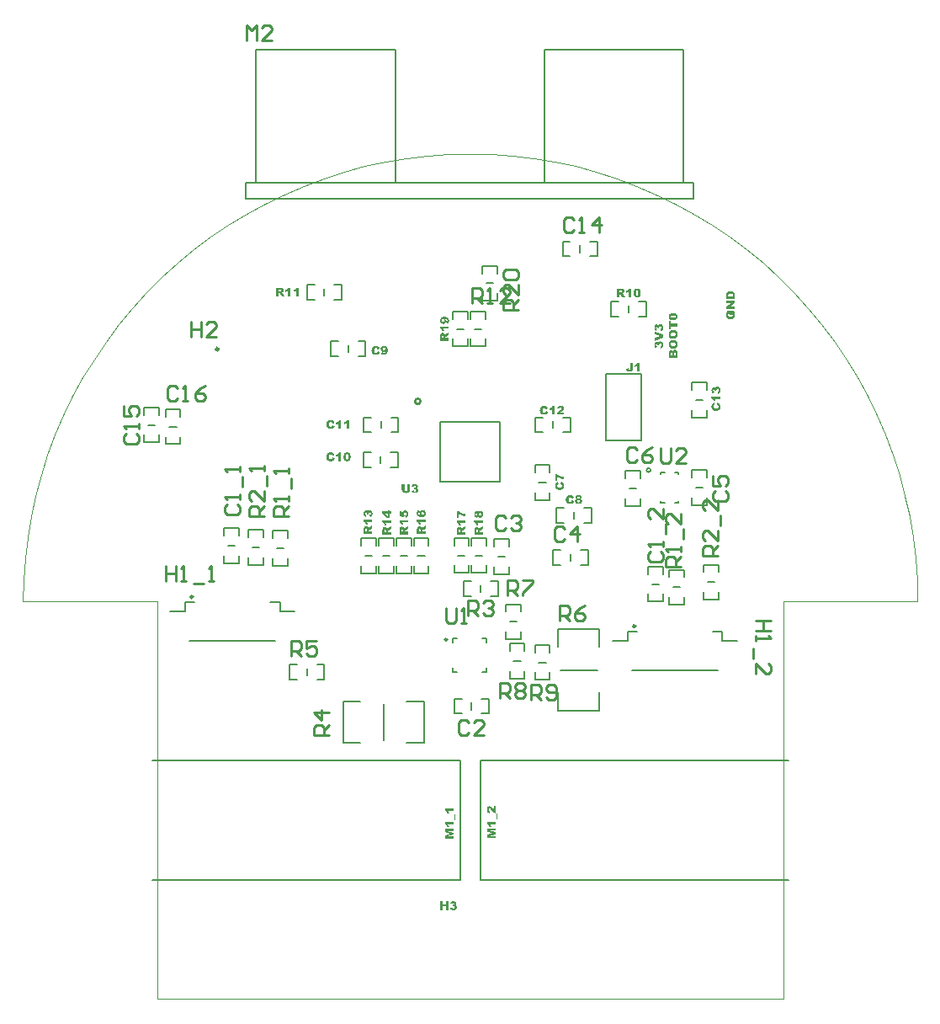
<source format=gto>
%FSLAX25Y25*%
%MOIN*%
G70*
G01*
G75*
G04 Layer_Color=65535*
%ADD10R,0.03189X0.06299*%
%ADD11R,0.08268X0.11811*%
G04:AMPARAMS|DCode=12|XSize=98.43mil|YSize=196.85mil|CornerRadius=24.61mil|HoleSize=0mil|Usage=FLASHONLY|Rotation=180.000|XOffset=0mil|YOffset=0mil|HoleType=Round|Shape=RoundedRectangle|*
%AMROUNDEDRECTD12*
21,1,0.09843,0.14764,0,0,180.0*
21,1,0.04921,0.19685,0,0,180.0*
1,1,0.04921,-0.02461,0.07382*
1,1,0.04921,0.02461,0.07382*
1,1,0.04921,0.02461,-0.07382*
1,1,0.04921,-0.02461,-0.07382*
%
%ADD12ROUNDEDRECTD12*%
%ADD13C,0.05906*%
%ADD14R,0.07087X0.07087*%
%ADD15O,0.00984X0.03543*%
%ADD16O,0.03543X0.00984*%
G04:AMPARAMS|DCode=17|XSize=11.81mil|YSize=47.24mil|CornerRadius=2.95mil|HoleSize=0mil|Usage=FLASHONLY|Rotation=180.000|XOffset=0mil|YOffset=0mil|HoleType=Round|Shape=RoundedRectangle|*
%AMROUNDEDRECTD17*
21,1,0.01181,0.04134,0,0,180.0*
21,1,0.00591,0.04724,0,0,180.0*
1,1,0.00591,-0.00295,0.02067*
1,1,0.00591,0.00295,0.02067*
1,1,0.00591,0.00295,-0.02067*
1,1,0.00591,-0.00295,-0.02067*
%
%ADD17ROUNDEDRECTD17*%
G04:AMPARAMS|DCode=18|XSize=11.81mil|YSize=47.24mil|CornerRadius=2.95mil|HoleSize=0mil|Usage=FLASHONLY|Rotation=90.000|XOffset=0mil|YOffset=0mil|HoleType=Round|Shape=RoundedRectangle|*
%AMROUNDEDRECTD18*
21,1,0.01181,0.04134,0,0,90.0*
21,1,0.00591,0.04724,0,0,90.0*
1,1,0.00591,0.02067,0.00295*
1,1,0.00591,0.02067,-0.00295*
1,1,0.00591,-0.02067,-0.00295*
1,1,0.00591,-0.02067,0.00295*
%
%ADD18ROUNDEDRECTD18*%
G04:AMPARAMS|DCode=19|XSize=145.67mil|YSize=59.06mil|CornerRadius=14.76mil|HoleSize=0mil|Usage=FLASHONLY|Rotation=270.000|XOffset=0mil|YOffset=0mil|HoleType=Round|Shape=RoundedRectangle|*
%AMROUNDEDRECTD19*
21,1,0.14567,0.02953,0,0,270.0*
21,1,0.11614,0.05906,0,0,270.0*
1,1,0.02953,-0.01476,-0.05807*
1,1,0.02953,-0.01476,0.05807*
1,1,0.02953,0.01476,0.05807*
1,1,0.02953,0.01476,-0.05807*
%
%ADD19ROUNDEDRECTD19*%
G04:AMPARAMS|DCode=20|XSize=145.67mil|YSize=59.06mil|CornerRadius=14.76mil|HoleSize=0mil|Usage=FLASHONLY|Rotation=180.000|XOffset=0mil|YOffset=0mil|HoleType=Round|Shape=RoundedRectangle|*
%AMROUNDEDRECTD20*
21,1,0.14567,0.02953,0,0,180.0*
21,1,0.11614,0.05906,0,0,180.0*
1,1,0.02953,-0.05807,0.01476*
1,1,0.02953,0.05807,0.01476*
1,1,0.02953,0.05807,-0.01476*
1,1,0.02953,-0.05807,-0.01476*
%
%ADD20ROUNDEDRECTD20*%
G04:AMPARAMS|DCode=21|XSize=41.34mil|YSize=47.24mil|CornerRadius=10.34mil|HoleSize=0mil|Usage=FLASHONLY|Rotation=270.000|XOffset=0mil|YOffset=0mil|HoleType=Round|Shape=RoundedRectangle|*
%AMROUNDEDRECTD21*
21,1,0.04134,0.02658,0,0,270.0*
21,1,0.02067,0.04724,0,0,270.0*
1,1,0.02067,-0.01329,-0.01034*
1,1,0.02067,-0.01329,0.01034*
1,1,0.02067,0.01329,0.01034*
1,1,0.02067,0.01329,-0.01034*
%
%ADD21ROUNDEDRECTD21*%
G04:AMPARAMS|DCode=22|XSize=41.34mil|YSize=47.24mil|CornerRadius=10.34mil|HoleSize=0mil|Usage=FLASHONLY|Rotation=180.000|XOffset=0mil|YOffset=0mil|HoleType=Round|Shape=RoundedRectangle|*
%AMROUNDEDRECTD22*
21,1,0.04134,0.02658,0,0,180.0*
21,1,0.02067,0.04724,0,0,180.0*
1,1,0.02067,-0.01034,0.01329*
1,1,0.02067,0.01034,0.01329*
1,1,0.02067,0.01034,-0.01329*
1,1,0.02067,-0.01034,-0.01329*
%
%ADD22ROUNDEDRECTD22*%
G04:AMPARAMS|DCode=23|XSize=21.65mil|YSize=39.37mil|CornerRadius=5.41mil|HoleSize=0mil|Usage=FLASHONLY|Rotation=270.000|XOffset=0mil|YOffset=0mil|HoleType=Round|Shape=RoundedRectangle|*
%AMROUNDEDRECTD23*
21,1,0.02165,0.02854,0,0,270.0*
21,1,0.01083,0.03937,0,0,270.0*
1,1,0.01083,-0.01427,-0.00541*
1,1,0.01083,-0.01427,0.00541*
1,1,0.01083,0.01427,0.00541*
1,1,0.01083,0.01427,-0.00541*
%
%ADD23ROUNDEDRECTD23*%
%ADD24C,0.00787*%
%ADD25C,0.00394*%
%ADD26O,0.07087X0.06299*%
G04:AMPARAMS|DCode=27|XSize=37.4mil|YSize=37.4mil|CornerRadius=9.35mil|HoleSize=0mil|Usage=FLASHONLY|Rotation=90.000|XOffset=0mil|YOffset=0mil|HoleType=Round|Shape=RoundedRectangle|*
%AMROUNDEDRECTD27*
21,1,0.03740,0.01870,0,0,90.0*
21,1,0.01870,0.03740,0,0,90.0*
1,1,0.01870,0.00935,0.00935*
1,1,0.01870,0.00935,-0.00935*
1,1,0.01870,-0.00935,-0.00935*
1,1,0.01870,-0.00935,0.00935*
%
%ADD27ROUNDEDRECTD27*%
%ADD28C,0.03740*%
%ADD29C,0.01969*%
%ADD30C,0.03937*%
%ADD31C,0.00984*%
%ADD32C,0.01000*%
G36*
X76401Y262996D02*
Y261863D01*
X73009Y260582D01*
Y261677D01*
X75454Y262439D01*
X73009Y263194D01*
Y264259D01*
X76401Y262996D01*
D02*
G37*
G36*
X75429Y260371D02*
X75503Y260359D01*
X75596Y260340D01*
X75689Y260309D01*
X75788Y260272D01*
X75893Y260216D01*
X75906Y260210D01*
X75937Y260186D01*
X75986Y260155D01*
X76048Y260105D01*
X76116Y260037D01*
X76184Y259963D01*
X76252Y259876D01*
X76314Y259771D01*
Y259765D01*
X76320Y259758D01*
X76327Y259740D01*
X76339Y259715D01*
X76345Y259690D01*
X76357Y259653D01*
X76382Y259567D01*
X76413Y259455D01*
X76432Y259325D01*
X76450Y259170D01*
X76456Y259003D01*
Y258997D01*
Y258985D01*
Y258960D01*
Y258929D01*
X76450Y258892D01*
Y258842D01*
X76444Y258743D01*
X76432Y258626D01*
X76413Y258502D01*
X76388Y258384D01*
X76351Y258273D01*
X76345Y258260D01*
X76333Y258229D01*
X76308Y258180D01*
X76271Y258118D01*
X76227Y258050D01*
X76172Y257976D01*
X76110Y257901D01*
X76036Y257833D01*
X76023Y257827D01*
X75998Y257802D01*
X75955Y257771D01*
X75893Y257734D01*
X75813Y257691D01*
X75726Y257654D01*
X75621Y257611D01*
X75509Y257573D01*
X75379Y258514D01*
X75392D01*
X75423Y258527D01*
X75472Y258539D01*
X75534Y258558D01*
X75664Y258607D01*
X75726Y258644D01*
X75776Y258681D01*
X75782Y258688D01*
X75794Y258700D01*
X75806Y258731D01*
X75825Y258762D01*
X75850Y258805D01*
X75862Y258861D01*
X75875Y258917D01*
X75881Y258985D01*
Y258991D01*
Y259016D01*
X75875Y259053D01*
X75862Y259096D01*
X75850Y259146D01*
X75825Y259201D01*
X75788Y259251D01*
X75745Y259300D01*
X75738Y259307D01*
X75720Y259319D01*
X75689Y259344D01*
X75646Y259368D01*
X75596Y259387D01*
X75528Y259412D01*
X75454Y259424D01*
X75373Y259430D01*
X75336D01*
X75293Y259424D01*
X75237Y259418D01*
X75181Y259399D01*
X75119Y259381D01*
X75064Y259350D01*
X75008Y259307D01*
X75002Y259300D01*
X74989Y259282D01*
X74965Y259257D01*
X74940Y259220D01*
X74921Y259170D01*
X74897Y259115D01*
X74884Y259047D01*
X74878Y258972D01*
Y258966D01*
Y258954D01*
Y258929D01*
X74884Y258892D01*
X74890Y258849D01*
X74903Y258799D01*
X74915Y258737D01*
X74934Y258669D01*
X74265Y258712D01*
Y258718D01*
Y258725D01*
Y258756D01*
X74271Y258799D01*
Y258836D01*
Y258842D01*
Y258867D01*
X74265Y258904D01*
X74259Y258948D01*
X74247Y258991D01*
X74222Y259047D01*
X74197Y259096D01*
X74160Y259146D01*
X74154Y259152D01*
X74141Y259164D01*
X74117Y259189D01*
X74080Y259214D01*
X74042Y259232D01*
X73993Y259257D01*
X73937Y259269D01*
X73881Y259276D01*
X73857D01*
X73826Y259269D01*
X73795Y259263D01*
X73751Y259251D01*
X73714Y259239D01*
X73671Y259214D01*
X73634Y259183D01*
X73628Y259177D01*
X73621Y259164D01*
X73603Y259146D01*
X73584Y259115D01*
X73572Y259078D01*
X73553Y259034D01*
X73547Y258985D01*
X73541Y258923D01*
Y258917D01*
Y258898D01*
X73547Y258867D01*
X73553Y258824D01*
X73566Y258780D01*
X73584Y258737D01*
X73609Y258694D01*
X73646Y258650D01*
X73652Y258644D01*
X73665Y258632D01*
X73690Y258619D01*
X73727Y258595D01*
X73776Y258576D01*
X73832Y258551D01*
X73906Y258533D01*
X73993Y258514D01*
X73838Y257623D01*
X73832D01*
X73820Y257629D01*
X73795Y257635D01*
X73770Y257642D01*
X73733Y257660D01*
X73690Y257672D01*
X73597Y257716D01*
X73492Y257771D01*
X73380Y257846D01*
X73275Y257932D01*
X73182Y258044D01*
Y258050D01*
X73170Y258056D01*
X73163Y258075D01*
X73145Y258106D01*
X73126Y258137D01*
X73108Y258174D01*
X73089Y258223D01*
X73064Y258279D01*
X73046Y258335D01*
X73027Y258403D01*
X73009Y258477D01*
X72990Y258558D01*
X72971Y258644D01*
X72965Y258737D01*
X72953Y258941D01*
Y258948D01*
Y258972D01*
Y259003D01*
X72959Y259053D01*
Y259108D01*
X72965Y259170D01*
X72971Y259239D01*
X72984Y259313D01*
X73015Y259474D01*
X73058Y259629D01*
X73120Y259783D01*
X73157Y259845D01*
X73201Y259907D01*
Y259913D01*
X73213Y259919D01*
X73244Y259957D01*
X73300Y260000D01*
X73374Y260056D01*
X73461Y260111D01*
X73566Y260161D01*
X73690Y260192D01*
X73758Y260198D01*
X73826Y260204D01*
X73863D01*
X73906Y260198D01*
X73956Y260192D01*
X74018Y260173D01*
X74086Y260155D01*
X74154Y260124D01*
X74222Y260080D01*
X74228Y260074D01*
X74253Y260056D01*
X74284Y260031D01*
X74327Y259994D01*
X74370Y259944D01*
X74426Y259882D01*
X74482Y259808D01*
X74531Y259721D01*
Y259728D01*
X74538Y259752D01*
X74550Y259789D01*
X74562Y259833D01*
X74599Y259926D01*
X74618Y259975D01*
X74643Y260018D01*
X74649Y260025D01*
X74661Y260043D01*
X74686Y260074D01*
X74717Y260111D01*
X74754Y260155D01*
X74804Y260198D01*
X74859Y260241D01*
X74921Y260278D01*
X74928Y260285D01*
X74952Y260297D01*
X74989Y260309D01*
X75033Y260328D01*
X75095Y260347D01*
X75163Y260365D01*
X75237Y260371D01*
X75324Y260377D01*
X75373D01*
X75429Y260371D01*
D02*
G37*
G36*
X81194Y257011D02*
X81256Y257005D01*
X81330Y256987D01*
X81410Y256968D01*
X81491Y256937D01*
X81571Y256894D01*
X81577Y256888D01*
X81608Y256869D01*
X81646Y256844D01*
X81689Y256807D01*
X81744Y256757D01*
X81800Y256696D01*
X81856Y256628D01*
X81906Y256553D01*
Y256547D01*
X81918Y256528D01*
X81930Y256498D01*
X81949Y256454D01*
X81967Y256399D01*
X81986Y256330D01*
X81998Y256250D01*
X82017Y256157D01*
Y256151D01*
Y256145D01*
X82023Y256126D01*
Y256101D01*
X82029Y256040D01*
X82035Y255965D01*
X82048Y255885D01*
X82054Y255810D01*
X82060Y255742D01*
Y255687D01*
Y253879D01*
X78668D01*
Y255841D01*
Y255848D01*
Y255866D01*
Y255891D01*
X78674Y255922D01*
Y255965D01*
X78680Y256009D01*
X78699Y256120D01*
X78730Y256244D01*
X78773Y256368D01*
X78835Y256485D01*
X78916Y256597D01*
Y256603D01*
X78928Y256609D01*
X78959Y256640D01*
X79009Y256683D01*
X79083Y256733D01*
X79169Y256776D01*
X79268Y256819D01*
X79386Y256850D01*
X79448Y256863D01*
X79566D01*
X79621Y256850D01*
X79689Y256838D01*
X79770Y256813D01*
X79857Y256782D01*
X79943Y256733D01*
X80030Y256671D01*
X80036Y256665D01*
X80055Y256646D01*
X80079Y256621D01*
X80110Y256578D01*
X80147Y256528D01*
X80185Y256467D01*
X80222Y256392D01*
X80259Y256306D01*
Y256312D01*
X80265Y256324D01*
Y256343D01*
X80278Y256368D01*
X80296Y256430D01*
X80327Y256510D01*
X80370Y256597D01*
X80426Y256689D01*
X80488Y256770D01*
X80562Y256844D01*
X80575Y256850D01*
X80599Y256869D01*
X80649Y256900D01*
X80711Y256931D01*
X80785Y256962D01*
X80878Y256993D01*
X80983Y257011D01*
X81101Y257017D01*
X81144D01*
X81194Y257011D01*
D02*
G37*
G36*
X75429Y267224D02*
X75503Y267211D01*
X75596Y267193D01*
X75689Y267162D01*
X75788Y267125D01*
X75893Y267069D01*
X75906Y267063D01*
X75937Y267038D01*
X75986Y267007D01*
X76048Y266957D01*
X76116Y266889D01*
X76184Y266815D01*
X76252Y266728D01*
X76314Y266623D01*
Y266617D01*
X76320Y266611D01*
X76327Y266592D01*
X76339Y266567D01*
X76345Y266543D01*
X76357Y266506D01*
X76382Y266419D01*
X76413Y266307D01*
X76432Y266178D01*
X76450Y266023D01*
X76456Y265856D01*
Y265849D01*
Y265837D01*
Y265812D01*
Y265781D01*
X76450Y265744D01*
Y265695D01*
X76444Y265596D01*
X76432Y265478D01*
X76413Y265354D01*
X76388Y265237D01*
X76351Y265125D01*
X76345Y265113D01*
X76333Y265082D01*
X76308Y265032D01*
X76271Y264970D01*
X76227Y264902D01*
X76172Y264828D01*
X76110Y264754D01*
X76036Y264686D01*
X76023Y264680D01*
X75998Y264655D01*
X75955Y264624D01*
X75893Y264587D01*
X75813Y264543D01*
X75726Y264506D01*
X75621Y264463D01*
X75509Y264426D01*
X75379Y265367D01*
X75392D01*
X75423Y265379D01*
X75472Y265391D01*
X75534Y265410D01*
X75664Y265459D01*
X75726Y265497D01*
X75776Y265534D01*
X75782Y265540D01*
X75794Y265552D01*
X75806Y265583D01*
X75825Y265614D01*
X75850Y265657D01*
X75862Y265713D01*
X75875Y265769D01*
X75881Y265837D01*
Y265843D01*
Y265868D01*
X75875Y265905D01*
X75862Y265948D01*
X75850Y265998D01*
X75825Y266054D01*
X75788Y266103D01*
X75745Y266153D01*
X75738Y266159D01*
X75720Y266171D01*
X75689Y266196D01*
X75646Y266221D01*
X75596Y266239D01*
X75528Y266264D01*
X75454Y266277D01*
X75373Y266283D01*
X75336D01*
X75293Y266277D01*
X75237Y266270D01*
X75181Y266252D01*
X75119Y266233D01*
X75064Y266202D01*
X75008Y266159D01*
X75002Y266153D01*
X74989Y266134D01*
X74965Y266109D01*
X74940Y266072D01*
X74921Y266023D01*
X74897Y265967D01*
X74884Y265899D01*
X74878Y265825D01*
Y265818D01*
Y265806D01*
Y265781D01*
X74884Y265744D01*
X74890Y265701D01*
X74903Y265651D01*
X74915Y265589D01*
X74934Y265521D01*
X74265Y265565D01*
Y265571D01*
Y265577D01*
Y265608D01*
X74271Y265651D01*
Y265688D01*
Y265695D01*
Y265719D01*
X74265Y265757D01*
X74259Y265800D01*
X74247Y265843D01*
X74222Y265899D01*
X74197Y265948D01*
X74160Y265998D01*
X74154Y266004D01*
X74141Y266017D01*
X74117Y266041D01*
X74080Y266066D01*
X74042Y266085D01*
X73993Y266109D01*
X73937Y266122D01*
X73881Y266128D01*
X73857D01*
X73826Y266122D01*
X73795Y266116D01*
X73751Y266103D01*
X73714Y266091D01*
X73671Y266066D01*
X73634Y266035D01*
X73628Y266029D01*
X73621Y266017D01*
X73603Y265998D01*
X73584Y265967D01*
X73572Y265930D01*
X73553Y265886D01*
X73547Y265837D01*
X73541Y265775D01*
Y265769D01*
Y265750D01*
X73547Y265719D01*
X73553Y265676D01*
X73566Y265633D01*
X73584Y265589D01*
X73609Y265546D01*
X73646Y265503D01*
X73652Y265497D01*
X73665Y265484D01*
X73690Y265472D01*
X73727Y265447D01*
X73776Y265428D01*
X73832Y265404D01*
X73906Y265385D01*
X73993Y265367D01*
X73838Y264475D01*
X73832D01*
X73820Y264481D01*
X73795Y264488D01*
X73770Y264494D01*
X73733Y264512D01*
X73690Y264525D01*
X73597Y264568D01*
X73492Y264624D01*
X73380Y264698D01*
X73275Y264785D01*
X73182Y264896D01*
Y264902D01*
X73170Y264909D01*
X73163Y264927D01*
X73145Y264958D01*
X73126Y264989D01*
X73108Y265026D01*
X73089Y265076D01*
X73064Y265131D01*
X73046Y265187D01*
X73027Y265255D01*
X73009Y265329D01*
X72990Y265410D01*
X72971Y265497D01*
X72965Y265589D01*
X72953Y265794D01*
Y265800D01*
Y265825D01*
Y265856D01*
X72959Y265905D01*
Y265961D01*
X72965Y266023D01*
X72971Y266091D01*
X72984Y266165D01*
X73015Y266326D01*
X73058Y266481D01*
X73120Y266635D01*
X73157Y266697D01*
X73201Y266759D01*
Y266765D01*
X73213Y266772D01*
X73244Y266809D01*
X73300Y266852D01*
X73374Y266908D01*
X73461Y266964D01*
X73566Y267013D01*
X73690Y267044D01*
X73758Y267050D01*
X73826Y267056D01*
X73863D01*
X73906Y267050D01*
X73956Y267044D01*
X74018Y267025D01*
X74086Y267007D01*
X74154Y266976D01*
X74222Y266933D01*
X74228Y266927D01*
X74253Y266908D01*
X74284Y266883D01*
X74327Y266846D01*
X74370Y266796D01*
X74426Y266735D01*
X74482Y266660D01*
X74531Y266574D01*
Y266580D01*
X74538Y266605D01*
X74550Y266642D01*
X74562Y266685D01*
X74599Y266778D01*
X74618Y266827D01*
X74643Y266871D01*
X74649Y266877D01*
X74661Y266896D01*
X74686Y266927D01*
X74717Y266964D01*
X74754Y267007D01*
X74804Y267050D01*
X74859Y267094D01*
X74921Y267131D01*
X74928Y267137D01*
X74952Y267149D01*
X74989Y267162D01*
X75033Y267180D01*
X75095Y267199D01*
X75163Y267217D01*
X75237Y267224D01*
X75324Y267230D01*
X75373D01*
X75429Y267224D01*
D02*
G37*
G36*
X-68028Y278197D02*
X-68981D01*
Y280451D01*
X-68993Y280444D01*
X-69018Y280419D01*
X-69067Y280389D01*
X-69123Y280345D01*
X-69191Y280302D01*
X-69272Y280252D01*
X-69352Y280203D01*
X-69433Y280160D01*
X-69445Y280153D01*
X-69470Y280141D01*
X-69519Y280122D01*
X-69581Y280098D01*
X-69662Y280067D01*
X-69748Y280030D01*
X-69854Y279999D01*
X-69971Y279961D01*
Y280729D01*
X-69965D01*
X-69953Y280735D01*
X-69928Y280748D01*
X-69891Y280754D01*
X-69854Y280772D01*
X-69804Y280791D01*
X-69699Y280834D01*
X-69581Y280890D01*
X-69457Y280952D01*
X-69334Y281020D01*
X-69228Y281101D01*
X-69222D01*
X-69216Y281113D01*
X-69185Y281138D01*
X-69135Y281187D01*
X-69074Y281255D01*
X-69006Y281329D01*
X-68937Y281422D01*
X-68869Y281528D01*
X-68807Y281645D01*
X-68028D01*
Y278197D01*
D02*
G37*
G36*
X63727Y277832D02*
X62774D01*
Y280085D01*
X62761Y280079D01*
X62736Y280054D01*
X62687Y280023D01*
X62631Y279979D01*
X62563Y279936D01*
X62483Y279887D01*
X62402Y279837D01*
X62322Y279794D01*
X62309Y279787D01*
X62285Y279775D01*
X62235Y279757D01*
X62173Y279732D01*
X62093Y279701D01*
X62006Y279664D01*
X61901Y279633D01*
X61783Y279596D01*
Y280363D01*
X61789D01*
X61802Y280369D01*
X61826Y280382D01*
X61864Y280388D01*
X61901Y280406D01*
X61950Y280425D01*
X62056Y280468D01*
X62173Y280524D01*
X62297Y280586D01*
X62421Y280654D01*
X62526Y280735D01*
X62532D01*
X62538Y280747D01*
X62569Y280772D01*
X62619Y280821D01*
X62681Y280889D01*
X62749Y280964D01*
X62817Y281056D01*
X62885Y281162D01*
X62947Y281279D01*
X63727D01*
Y277832D01*
D02*
G37*
G36*
X59976Y281217D02*
X60087Y281211D01*
X60205Y281205D01*
X60329Y281187D01*
X60446Y281168D01*
X60551Y281137D01*
X60564Y281131D01*
X60595Y281118D01*
X60644Y281100D01*
X60700Y281069D01*
X60768Y281026D01*
X60836Y280970D01*
X60904Y280908D01*
X60966Y280827D01*
X60972Y280815D01*
X60991Y280790D01*
X61016Y280741D01*
X61047Y280673D01*
X61078Y280592D01*
X61102Y280499D01*
X61121Y280394D01*
X61127Y280276D01*
Y280264D01*
Y280227D01*
X61121Y280177D01*
X61115Y280109D01*
X61096Y280035D01*
X61078Y279955D01*
X61047Y279868D01*
X61003Y279787D01*
X60997Y279781D01*
X60985Y279757D01*
X60954Y279719D01*
X60917Y279670D01*
X60867Y279620D01*
X60811Y279565D01*
X60743Y279509D01*
X60669Y279460D01*
X60663Y279453D01*
X60644Y279447D01*
X60613Y279429D01*
X60576Y279410D01*
X60520Y279391D01*
X60459Y279367D01*
X60384Y279348D01*
X60304Y279323D01*
X60310D01*
X60335Y279311D01*
X60366Y279298D01*
X60409Y279286D01*
X60496Y279243D01*
X60539Y279224D01*
X60576Y279200D01*
X60589Y279193D01*
X60601Y279181D01*
X60619Y279162D01*
X60644Y279138D01*
X60669Y279107D01*
X60706Y279069D01*
X60743Y279020D01*
X60750Y279014D01*
X60762Y278995D01*
X60780Y278971D01*
X60805Y278946D01*
X60855Y278871D01*
X60873Y278840D01*
X60892Y278809D01*
X61406Y277832D01*
X60217D01*
X59654Y278865D01*
X59648Y278871D01*
X59635Y278896D01*
X59617Y278933D01*
X59592Y278971D01*
X59530Y279057D01*
X59493Y279094D01*
X59462Y279125D01*
X59456Y279131D01*
X59443Y279138D01*
X59419Y279150D01*
X59388Y279169D01*
X59351Y279181D01*
X59307Y279193D01*
X59258Y279200D01*
X59202Y279206D01*
X59115D01*
Y277832D01*
X58063D01*
Y281224D01*
X59932D01*
X59976Y281217D01*
D02*
G37*
G36*
X-71191Y278197D02*
X-72144D01*
Y280451D01*
X-72156Y280444D01*
X-72181Y280419D01*
X-72230Y280389D01*
X-72286Y280345D01*
X-72354Y280302D01*
X-72435Y280252D01*
X-72515Y280203D01*
X-72596Y280160D01*
X-72608Y280153D01*
X-72633Y280141D01*
X-72682Y280122D01*
X-72744Y280098D01*
X-72825Y280067D01*
X-72911Y280030D01*
X-73017Y279999D01*
X-73134Y279961D01*
Y280729D01*
X-73128D01*
X-73116Y280735D01*
X-73091Y280748D01*
X-73054Y280754D01*
X-73017Y280772D01*
X-72967Y280791D01*
X-72862Y280834D01*
X-72744Y280890D01*
X-72620Y280952D01*
X-72497Y281020D01*
X-72391Y281101D01*
X-72385D01*
X-72379Y281113D01*
X-72348Y281138D01*
X-72299Y281187D01*
X-72237Y281255D01*
X-72169Y281329D01*
X-72101Y281422D01*
X-72032Y281528D01*
X-71970Y281645D01*
X-71191D01*
Y278197D01*
D02*
G37*
G36*
X-74942Y281583D02*
X-74830Y281577D01*
X-74713Y281571D01*
X-74589Y281552D01*
X-74471Y281534D01*
X-74366Y281503D01*
X-74354Y281497D01*
X-74323Y281484D01*
X-74273Y281466D01*
X-74217Y281435D01*
X-74149Y281391D01*
X-74081Y281336D01*
X-74013Y281274D01*
X-73951Y281193D01*
X-73945Y281181D01*
X-73927Y281156D01*
X-73902Y281107D01*
X-73871Y281038D01*
X-73840Y280958D01*
X-73815Y280865D01*
X-73797Y280760D01*
X-73790Y280642D01*
Y280630D01*
Y280593D01*
X-73797Y280543D01*
X-73803Y280475D01*
X-73821Y280401D01*
X-73840Y280321D01*
X-73871Y280234D01*
X-73914Y280153D01*
X-73920Y280147D01*
X-73933Y280122D01*
X-73964Y280085D01*
X-74001Y280036D01*
X-74050Y279986D01*
X-74106Y279930D01*
X-74174Y279875D01*
X-74248Y279825D01*
X-74255Y279819D01*
X-74273Y279813D01*
X-74304Y279794D01*
X-74341Y279776D01*
X-74397Y279757D01*
X-74459Y279732D01*
X-74533Y279714D01*
X-74614Y279689D01*
X-74607D01*
X-74583Y279677D01*
X-74552Y279664D01*
X-74508Y279652D01*
X-74422Y279609D01*
X-74378Y279590D01*
X-74341Y279565D01*
X-74329Y279559D01*
X-74317Y279547D01*
X-74298Y279528D01*
X-74273Y279503D01*
X-74248Y279472D01*
X-74211Y279435D01*
X-74174Y279386D01*
X-74168Y279380D01*
X-74156Y279361D01*
X-74137Y279336D01*
X-74112Y279311D01*
X-74063Y279237D01*
X-74044Y279206D01*
X-74026Y279175D01*
X-73512Y278197D01*
X-74700D01*
X-75264Y279231D01*
X-75270Y279237D01*
X-75282Y279262D01*
X-75301Y279299D01*
X-75326Y279336D01*
X-75387Y279423D01*
X-75424Y279460D01*
X-75455Y279491D01*
X-75462Y279497D01*
X-75474Y279503D01*
X-75499Y279516D01*
X-75530Y279534D01*
X-75567Y279547D01*
X-75610Y279559D01*
X-75660Y279565D01*
X-75716Y279572D01*
X-75802D01*
Y278197D01*
X-76854D01*
Y281590D01*
X-74985D01*
X-74942Y281583D01*
D02*
G37*
G36*
X80488Y260948D02*
X80550Y260942D01*
X80612Y260936D01*
X80686Y260930D01*
X80841Y260905D01*
X81002Y260868D01*
X81163Y260818D01*
X81317Y260750D01*
X81324D01*
X81336Y260744D01*
X81355Y260732D01*
X81379Y260713D01*
X81447Y260670D01*
X81534Y260601D01*
X81627Y260521D01*
X81726Y260422D01*
X81819Y260311D01*
X81906Y260174D01*
Y260168D01*
X81912Y260156D01*
X81924Y260137D01*
X81936Y260106D01*
X81955Y260069D01*
X81974Y260026D01*
X81992Y259976D01*
X82011Y259914D01*
X82029Y259846D01*
X82048Y259778D01*
X82085Y259617D01*
X82110Y259432D01*
X82116Y259227D01*
Y259221D01*
Y259203D01*
Y259172D01*
Y259135D01*
X82110Y259085D01*
X82104Y259029D01*
Y258967D01*
X82091Y258893D01*
X82073Y258745D01*
X82042Y258590D01*
X81998Y258429D01*
X81936Y258280D01*
Y258274D01*
X81930Y258262D01*
X81918Y258243D01*
X81899Y258218D01*
X81856Y258150D01*
X81794Y258064D01*
X81720Y257965D01*
X81615Y257866D01*
X81497Y257760D01*
X81361Y257667D01*
X81355D01*
X81342Y257655D01*
X81317Y257649D01*
X81287Y257630D01*
X81249Y257612D01*
X81206Y257593D01*
X81150Y257575D01*
X81088Y257556D01*
X81020Y257531D01*
X80946Y257513D01*
X80866Y257494D01*
X80773Y257476D01*
X80581Y257451D01*
X80370Y257438D01*
X80333D01*
X80290Y257445D01*
X80234D01*
X80166Y257451D01*
X80086Y257463D01*
X79993Y257476D01*
X79900Y257494D01*
X79795Y257519D01*
X79689Y257550D01*
X79584Y257587D01*
X79473Y257630D01*
X79368Y257686D01*
X79262Y257748D01*
X79169Y257816D01*
X79077Y257896D01*
X79071Y257903D01*
X79058Y257921D01*
X79033Y257946D01*
X79002Y257983D01*
X78971Y258033D01*
X78928Y258088D01*
X78885Y258156D01*
X78841Y258231D01*
X78798Y258317D01*
X78761Y258417D01*
X78718Y258522D01*
X78687Y258639D01*
X78656Y258763D01*
X78631Y258899D01*
X78619Y259042D01*
X78612Y259190D01*
Y259203D01*
Y259227D01*
Y259271D01*
X78619Y259326D01*
X78625Y259401D01*
X78637Y259481D01*
X78649Y259574D01*
X78668Y259667D01*
X78693Y259772D01*
X78724Y259877D01*
X78761Y259989D01*
X78804Y260094D01*
X78860Y260199D01*
X78922Y260304D01*
X78990Y260397D01*
X79071Y260490D01*
X79077Y260496D01*
X79089Y260509D01*
X79120Y260533D01*
X79151Y260564D01*
X79200Y260595D01*
X79256Y260639D01*
X79324Y260682D01*
X79399Y260725D01*
X79485Y260769D01*
X79578Y260806D01*
X79683Y260849D01*
X79795Y260880D01*
X79918Y260911D01*
X80049Y260936D01*
X80191Y260948D01*
X80339Y260954D01*
X80438D01*
X80488Y260948D01*
D02*
G37*
G36*
X-31347Y186053D02*
X-32381Y185490D01*
X-32387Y185484D01*
X-32412Y185472D01*
X-32449Y185453D01*
X-32486Y185428D01*
X-32573Y185366D01*
X-32610Y185329D01*
X-32641Y185298D01*
X-32647Y185292D01*
X-32653Y185280D01*
X-32665Y185255D01*
X-32684Y185224D01*
X-32696Y185187D01*
X-32709Y185143D01*
X-32715Y185094D01*
X-32721Y185038D01*
Y184952D01*
X-31347D01*
Y183899D01*
X-34739D01*
Y185645D01*
Y185651D01*
Y185670D01*
Y185694D01*
Y185725D01*
Y185769D01*
X-34733Y185812D01*
X-34727Y185924D01*
X-34721Y186041D01*
X-34702Y186165D01*
X-34683Y186283D01*
X-34652Y186388D01*
X-34646Y186400D01*
X-34634Y186431D01*
X-34615Y186481D01*
X-34584Y186536D01*
X-34541Y186604D01*
X-34485Y186672D01*
X-34423Y186741D01*
X-34343Y186802D01*
X-34330Y186809D01*
X-34306Y186827D01*
X-34256Y186852D01*
X-34188Y186883D01*
X-34108Y186914D01*
X-34015Y186939D01*
X-33910Y186957D01*
X-33792Y186963D01*
X-33742D01*
X-33693Y186957D01*
X-33625Y186951D01*
X-33551Y186932D01*
X-33470Y186914D01*
X-33384Y186883D01*
X-33303Y186840D01*
X-33297Y186833D01*
X-33272Y186821D01*
X-33235Y186790D01*
X-33185Y186753D01*
X-33136Y186703D01*
X-33080Y186648D01*
X-33024Y186580D01*
X-32975Y186505D01*
X-32969Y186499D01*
X-32963Y186481D01*
X-32944Y186450D01*
X-32925Y186413D01*
X-32907Y186357D01*
X-32882Y186295D01*
X-32864Y186221D01*
X-32839Y186140D01*
Y186146D01*
X-32826Y186171D01*
X-32814Y186202D01*
X-32802Y186245D01*
X-32758Y186332D01*
X-32740Y186375D01*
X-32715Y186413D01*
X-32709Y186425D01*
X-32696Y186437D01*
X-32678Y186456D01*
X-32653Y186481D01*
X-32622Y186505D01*
X-32585Y186542D01*
X-32535Y186580D01*
X-32529Y186586D01*
X-32511Y186598D01*
X-32486Y186617D01*
X-32461Y186642D01*
X-32387Y186691D01*
X-32356Y186710D01*
X-32325Y186728D01*
X-31347Y187242D01*
Y186053D01*
D02*
G37*
G36*
X-39729Y193604D02*
X-39654Y193592D01*
X-39561Y193573D01*
X-39469Y193542D01*
X-39369Y193505D01*
X-39264Y193449D01*
X-39252Y193443D01*
X-39221Y193418D01*
X-39171Y193387D01*
X-39110Y193338D01*
X-39041Y193270D01*
X-38973Y193195D01*
X-38905Y193109D01*
X-38843Y193004D01*
Y192997D01*
X-38837Y192991D01*
X-38831Y192973D01*
X-38819Y192948D01*
X-38812Y192923D01*
X-38800Y192886D01*
X-38775Y192799D01*
X-38744Y192688D01*
X-38726Y192558D01*
X-38707Y192403D01*
X-38701Y192236D01*
Y192230D01*
Y192218D01*
Y192193D01*
Y192162D01*
X-38707Y192125D01*
Y192075D01*
X-38713Y191976D01*
X-38726Y191858D01*
X-38744Y191735D01*
X-38769Y191617D01*
X-38806Y191506D01*
X-38812Y191493D01*
X-38825Y191462D01*
X-38849Y191413D01*
X-38887Y191351D01*
X-38930Y191283D01*
X-38986Y191209D01*
X-39048Y191134D01*
X-39122Y191066D01*
X-39134Y191060D01*
X-39159Y191035D01*
X-39202Y191004D01*
X-39264Y190967D01*
X-39345Y190924D01*
X-39431Y190887D01*
X-39537Y190843D01*
X-39648Y190806D01*
X-39778Y191747D01*
X-39766D01*
X-39735Y191759D01*
X-39685Y191772D01*
X-39623Y191790D01*
X-39493Y191840D01*
X-39431Y191877D01*
X-39382Y191914D01*
X-39376Y191920D01*
X-39363Y191933D01*
X-39351Y191964D01*
X-39332Y191995D01*
X-39308Y192038D01*
X-39295Y192094D01*
X-39283Y192149D01*
X-39277Y192218D01*
Y192224D01*
Y192248D01*
X-39283Y192286D01*
X-39295Y192329D01*
X-39308Y192378D01*
X-39332Y192434D01*
X-39369Y192484D01*
X-39413Y192533D01*
X-39419Y192539D01*
X-39438Y192552D01*
X-39469Y192577D01*
X-39512Y192601D01*
X-39561Y192620D01*
X-39630Y192645D01*
X-39704Y192657D01*
X-39784Y192663D01*
X-39821D01*
X-39865Y192657D01*
X-39920Y192651D01*
X-39976Y192632D01*
X-40038Y192614D01*
X-40094Y192583D01*
X-40150Y192539D01*
X-40156Y192533D01*
X-40168Y192515D01*
X-40193Y192490D01*
X-40218Y192453D01*
X-40236Y192403D01*
X-40261Y192348D01*
X-40273Y192279D01*
X-40279Y192205D01*
Y192199D01*
Y192186D01*
Y192162D01*
X-40273Y192125D01*
X-40267Y192081D01*
X-40255Y192032D01*
X-40242Y191970D01*
X-40224Y191902D01*
X-40892Y191945D01*
Y191951D01*
Y191957D01*
Y191988D01*
X-40886Y192032D01*
Y192069D01*
Y192075D01*
Y192100D01*
X-40892Y192137D01*
X-40898Y192180D01*
X-40911Y192224D01*
X-40936Y192279D01*
X-40960Y192329D01*
X-40997Y192378D01*
X-41004Y192385D01*
X-41016Y192397D01*
X-41041Y192422D01*
X-41078Y192446D01*
X-41115Y192465D01*
X-41165Y192490D01*
X-41220Y192502D01*
X-41276Y192508D01*
X-41301D01*
X-41332Y192502D01*
X-41363Y192496D01*
X-41406Y192484D01*
X-41443Y192471D01*
X-41486Y192446D01*
X-41524Y192415D01*
X-41530Y192409D01*
X-41536Y192397D01*
X-41555Y192378D01*
X-41573Y192348D01*
X-41585Y192310D01*
X-41604Y192267D01*
X-41610Y192218D01*
X-41616Y192156D01*
Y192149D01*
Y192131D01*
X-41610Y192100D01*
X-41604Y192057D01*
X-41592Y192013D01*
X-41573Y191970D01*
X-41548Y191927D01*
X-41511Y191883D01*
X-41505Y191877D01*
X-41493Y191865D01*
X-41468Y191852D01*
X-41431Y191827D01*
X-41381Y191809D01*
X-41326Y191784D01*
X-41251Y191766D01*
X-41165Y191747D01*
X-41319Y190856D01*
X-41326D01*
X-41338Y190862D01*
X-41363Y190868D01*
X-41388Y190874D01*
X-41425Y190893D01*
X-41468Y190905D01*
X-41561Y190948D01*
X-41666Y191004D01*
X-41777Y191078D01*
X-41883Y191165D01*
X-41976Y191277D01*
Y191283D01*
X-41988Y191289D01*
X-41994Y191307D01*
X-42013Y191339D01*
X-42031Y191369D01*
X-42050Y191407D01*
X-42068Y191456D01*
X-42093Y191512D01*
X-42112Y191568D01*
X-42130Y191636D01*
X-42149Y191710D01*
X-42167Y191790D01*
X-42186Y191877D01*
X-42192Y191970D01*
X-42204Y192174D01*
Y192180D01*
Y192205D01*
Y192236D01*
X-42198Y192286D01*
Y192341D01*
X-42192Y192403D01*
X-42186Y192471D01*
X-42174Y192545D01*
X-42143Y192707D01*
X-42099Y192861D01*
X-42037Y193016D01*
X-42000Y193078D01*
X-41957Y193140D01*
Y193146D01*
X-41945Y193152D01*
X-41914Y193189D01*
X-41858Y193233D01*
X-41784Y193288D01*
X-41697Y193344D01*
X-41592Y193394D01*
X-41468Y193424D01*
X-41400Y193431D01*
X-41332Y193437D01*
X-41295D01*
X-41251Y193431D01*
X-41202Y193424D01*
X-41140Y193406D01*
X-41072Y193387D01*
X-41004Y193356D01*
X-40936Y193313D01*
X-40929Y193307D01*
X-40905Y193288D01*
X-40874Y193264D01*
X-40830Y193226D01*
X-40787Y193177D01*
X-40731Y193115D01*
X-40676Y193041D01*
X-40626Y192954D01*
Y192960D01*
X-40620Y192985D01*
X-40608Y193022D01*
X-40595Y193066D01*
X-40558Y193158D01*
X-40539Y193208D01*
X-40515Y193251D01*
X-40508Y193257D01*
X-40496Y193276D01*
X-40471Y193307D01*
X-40440Y193344D01*
X-40403Y193387D01*
X-40354Y193431D01*
X-40298Y193474D01*
X-40236Y193511D01*
X-40230Y193517D01*
X-40205Y193530D01*
X-40168Y193542D01*
X-40125Y193561D01*
X-40063Y193579D01*
X-39995Y193598D01*
X-39920Y193604D01*
X-39834Y193610D01*
X-39784D01*
X-39729Y193604D01*
D02*
G37*
G36*
X-31978Y193036D02*
X-31347D01*
Y192212D01*
X-31978D01*
Y190492D01*
X-32752D01*
X-34795Y192212D01*
Y193036D01*
X-32709D01*
Y193463D01*
X-31978D01*
Y193036D01*
D02*
G37*
G36*
X-31347Y188610D02*
X-33600D01*
X-33594Y188598D01*
X-33569Y188573D01*
X-33538Y188523D01*
X-33495Y188468D01*
X-33452Y188400D01*
X-33402Y188319D01*
X-33353Y188239D01*
X-33309Y188158D01*
X-33303Y188146D01*
X-33291Y188121D01*
X-33272Y188071D01*
X-33247Y188010D01*
X-33216Y187929D01*
X-33179Y187842D01*
X-33148Y187737D01*
X-33111Y187619D01*
X-33879D01*
Y187626D01*
X-33885Y187638D01*
X-33897Y187663D01*
X-33903Y187700D01*
X-33922Y187737D01*
X-33941Y187787D01*
X-33984Y187892D01*
X-34040Y188010D01*
X-34102Y188133D01*
X-34170Y188257D01*
X-34250Y188362D01*
Y188368D01*
X-34262Y188375D01*
X-34287Y188406D01*
X-34337Y188455D01*
X-34405Y188517D01*
X-34479Y188585D01*
X-34572Y188653D01*
X-34677Y188721D01*
X-34795Y188783D01*
Y189563D01*
X-31347D01*
Y188610D01*
D02*
G37*
G36*
X-38757Y188856D02*
X-41010D01*
X-41004Y188844D01*
X-40979Y188819D01*
X-40948Y188770D01*
X-40905Y188714D01*
X-40861Y188646D01*
X-40812Y188565D01*
X-40762Y188485D01*
X-40719Y188404D01*
X-40713Y188392D01*
X-40700Y188367D01*
X-40682Y188318D01*
X-40657Y188256D01*
X-40626Y188175D01*
X-40589Y188089D01*
X-40558Y187984D01*
X-40521Y187866D01*
X-41288D01*
Y187872D01*
X-41295Y187884D01*
X-41307Y187909D01*
X-41313Y187946D01*
X-41332Y187984D01*
X-41350Y188033D01*
X-41394Y188138D01*
X-41449Y188256D01*
X-41511Y188380D01*
X-41579Y188504D01*
X-41660Y188609D01*
Y188615D01*
X-41672Y188621D01*
X-41697Y188652D01*
X-41747Y188701D01*
X-41815Y188763D01*
X-41889Y188831D01*
X-41982Y188900D01*
X-42087Y188968D01*
X-42204Y189030D01*
Y189810D01*
X-38757D01*
Y188856D01*
D02*
G37*
G36*
X79504Y267342D02*
X82060D01*
Y266296D01*
X79504D01*
Y265226D01*
X78668D01*
Y268413D01*
X79504D01*
Y267342D01*
D02*
G37*
G36*
X80488Y264897D02*
X80550Y264891D01*
X80612Y264885D01*
X80686Y264879D01*
X80841Y264854D01*
X81002Y264817D01*
X81163Y264767D01*
X81317Y264699D01*
X81324D01*
X81336Y264693D01*
X81355Y264681D01*
X81379Y264662D01*
X81447Y264619D01*
X81534Y264551D01*
X81627Y264470D01*
X81726Y264371D01*
X81819Y264260D01*
X81906Y264124D01*
Y264118D01*
X81912Y264105D01*
X81924Y264087D01*
X81936Y264055D01*
X81955Y264018D01*
X81974Y263975D01*
X81992Y263926D01*
X82011Y263864D01*
X82029Y263796D01*
X82048Y263727D01*
X82085Y263566D01*
X82110Y263381D01*
X82116Y263177D01*
Y263170D01*
Y263152D01*
Y263121D01*
Y263084D01*
X82110Y263034D01*
X82104Y262979D01*
Y262917D01*
X82091Y262842D01*
X82073Y262694D01*
X82042Y262539D01*
X81998Y262378D01*
X81936Y262229D01*
Y262223D01*
X81930Y262211D01*
X81918Y262192D01*
X81899Y262168D01*
X81856Y262100D01*
X81794Y262013D01*
X81720Y261914D01*
X81615Y261815D01*
X81497Y261709D01*
X81361Y261617D01*
X81355D01*
X81342Y261604D01*
X81317Y261598D01*
X81287Y261580D01*
X81249Y261561D01*
X81206Y261542D01*
X81150Y261524D01*
X81088Y261505D01*
X81020Y261480D01*
X80946Y261462D01*
X80866Y261443D01*
X80773Y261425D01*
X80581Y261400D01*
X80370Y261388D01*
X80333D01*
X80290Y261394D01*
X80234D01*
X80166Y261400D01*
X80086Y261412D01*
X79993Y261425D01*
X79900Y261443D01*
X79795Y261468D01*
X79689Y261499D01*
X79584Y261536D01*
X79473Y261580D01*
X79368Y261635D01*
X79262Y261697D01*
X79169Y261765D01*
X79077Y261846D01*
X79071Y261852D01*
X79058Y261871D01*
X79033Y261895D01*
X79002Y261932D01*
X78971Y261982D01*
X78928Y262038D01*
X78885Y262106D01*
X78841Y262180D01*
X78798Y262267D01*
X78761Y262366D01*
X78718Y262471D01*
X78687Y262589D01*
X78656Y262712D01*
X78631Y262848D01*
X78619Y262991D01*
X78612Y263139D01*
Y263152D01*
Y263177D01*
Y263220D01*
X78619Y263276D01*
X78625Y263350D01*
X78637Y263430D01*
X78649Y263523D01*
X78668Y263616D01*
X78693Y263721D01*
X78724Y263826D01*
X78761Y263938D01*
X78804Y264043D01*
X78860Y264148D01*
X78922Y264254D01*
X78990Y264347D01*
X79071Y264439D01*
X79077Y264445D01*
X79089Y264458D01*
X79120Y264483D01*
X79151Y264514D01*
X79200Y264545D01*
X79256Y264588D01*
X79324Y264631D01*
X79399Y264674D01*
X79485Y264718D01*
X79578Y264755D01*
X79683Y264798D01*
X79795Y264829D01*
X79918Y264860D01*
X80049Y264885D01*
X80191Y264897D01*
X80339Y264904D01*
X80438D01*
X80488Y264897D01*
D02*
G37*
G36*
X-38757Y186300D02*
X-39790Y185737D01*
X-39797Y185730D01*
X-39821Y185718D01*
X-39858Y185699D01*
X-39896Y185675D01*
X-39982Y185613D01*
X-40020Y185576D01*
X-40050Y185545D01*
X-40057Y185538D01*
X-40063Y185526D01*
X-40075Y185501D01*
X-40094Y185470D01*
X-40106Y185433D01*
X-40119Y185390D01*
X-40125Y185340D01*
X-40131Y185285D01*
Y185198D01*
X-38757D01*
Y184146D01*
X-42149D01*
Y185891D01*
Y185898D01*
Y185916D01*
Y185941D01*
Y185972D01*
Y186015D01*
X-42143Y186058D01*
X-42136Y186170D01*
X-42130Y186287D01*
X-42112Y186411D01*
X-42093Y186529D01*
X-42062Y186634D01*
X-42056Y186646D01*
X-42044Y186677D01*
X-42025Y186727D01*
X-41994Y186783D01*
X-41951Y186851D01*
X-41895Y186919D01*
X-41833Y186987D01*
X-41753Y187049D01*
X-41740Y187055D01*
X-41715Y187074D01*
X-41666Y187098D01*
X-41598Y187129D01*
X-41517Y187160D01*
X-41425Y187185D01*
X-41319Y187204D01*
X-41202Y187210D01*
X-41152D01*
X-41103Y187204D01*
X-41035Y187197D01*
X-40960Y187179D01*
X-40880Y187160D01*
X-40793Y187129D01*
X-40713Y187086D01*
X-40707Y187080D01*
X-40682Y187067D01*
X-40645Y187036D01*
X-40595Y186999D01*
X-40546Y186950D01*
X-40490Y186894D01*
X-40434Y186826D01*
X-40385Y186752D01*
X-40378Y186746D01*
X-40372Y186727D01*
X-40354Y186696D01*
X-40335Y186659D01*
X-40317Y186603D01*
X-40292Y186541D01*
X-40273Y186467D01*
X-40249Y186387D01*
Y186393D01*
X-40236Y186417D01*
X-40224Y186448D01*
X-40211Y186492D01*
X-40168Y186578D01*
X-40150Y186622D01*
X-40125Y186659D01*
X-40119Y186671D01*
X-40106Y186684D01*
X-40088Y186702D01*
X-40063Y186727D01*
X-40032Y186752D01*
X-39995Y186789D01*
X-39945Y186826D01*
X-39939Y186832D01*
X-39920Y186845D01*
X-39896Y186863D01*
X-39871Y186888D01*
X-39797Y186937D01*
X-39766Y186956D01*
X-39735Y186975D01*
X-38757Y187488D01*
Y186300D01*
D02*
G37*
G36*
X80488Y271508D02*
X80568Y271502D01*
X80655Y271496D01*
X80748Y271490D01*
X80853Y271477D01*
X81076Y271440D01*
X81299Y271385D01*
X81404Y271347D01*
X81509Y271304D01*
X81602Y271254D01*
X81689Y271199D01*
X81695Y271193D01*
X81707Y271186D01*
X81726Y271168D01*
X81757Y271137D01*
X81788Y271100D01*
X81825Y271056D01*
X81862Y271007D01*
X81899Y270945D01*
X81943Y270877D01*
X81980Y270796D01*
X82017Y270710D01*
X82048Y270611D01*
X82079Y270505D01*
X82097Y270388D01*
X82110Y270258D01*
X82116Y270122D01*
Y270116D01*
Y270103D01*
Y270078D01*
Y270047D01*
X82110Y270010D01*
Y269973D01*
X82097Y269874D01*
X82085Y269763D01*
X82060Y269645D01*
X82023Y269528D01*
X81980Y269422D01*
X81974Y269410D01*
X81955Y269379D01*
X81924Y269329D01*
X81881Y269274D01*
X81825Y269199D01*
X81757Y269131D01*
X81676Y269057D01*
X81584Y268989D01*
X81577Y268983D01*
X81546Y268970D01*
X81509Y268946D01*
X81447Y268921D01*
X81379Y268890D01*
X81293Y268859D01*
X81187Y268828D01*
X81076Y268803D01*
X81064D01*
X81045Y268797D01*
X81020Y268791D01*
X80952Y268785D01*
X80859Y268772D01*
X80754Y268760D01*
X80630Y268748D01*
X80494Y268741D01*
X80352Y268735D01*
X80259D01*
X80197Y268741D01*
X80117Y268748D01*
X80024Y268754D01*
X79925Y268766D01*
X79819Y268778D01*
X79597Y268822D01*
X79374Y268884D01*
X79268Y268921D01*
X79169Y268970D01*
X79083Y269020D01*
X79002Y269082D01*
X78996Y269088D01*
X78984Y269100D01*
X78965Y269119D01*
X78940Y269150D01*
X78909Y269187D01*
X78879Y269230D01*
X78841Y269286D01*
X78804Y269348D01*
X78773Y269416D01*
X78736Y269497D01*
X78705Y269583D01*
X78674Y269676D01*
X78649Y269781D01*
X78631Y269893D01*
X78619Y270017D01*
X78612Y270146D01*
Y270153D01*
Y270159D01*
Y270178D01*
Y270202D01*
X78619Y270264D01*
X78625Y270345D01*
X78631Y270431D01*
X78649Y270524D01*
X78668Y270617D01*
X78699Y270704D01*
X78705Y270716D01*
X78711Y270741D01*
X78736Y270784D01*
X78761Y270834D01*
X78792Y270889D01*
X78829Y270951D01*
X78872Y271007D01*
X78922Y271063D01*
X78928Y271069D01*
X78947Y271087D01*
X78971Y271112D01*
X79009Y271143D01*
X79046Y271180D01*
X79095Y271217D01*
X79207Y271286D01*
X79213Y271292D01*
X79231Y271298D01*
X79262Y271316D01*
X79306Y271335D01*
X79355Y271354D01*
X79417Y271372D01*
X79479Y271397D01*
X79553Y271415D01*
X79559D01*
X79572Y271422D01*
X79590Y271428D01*
X79621Y271434D01*
X79652Y271440D01*
X79696Y271446D01*
X79795Y271465D01*
X79912Y271484D01*
X80042Y271502D01*
X80191Y271508D01*
X80339Y271515D01*
X80426D01*
X80488Y271508D01*
D02*
G37*
G36*
X66277Y281273D02*
X66358Y281267D01*
X66444Y281261D01*
X66537Y281242D01*
X66630Y281224D01*
X66717Y281193D01*
X66729Y281187D01*
X66754Y281180D01*
X66797Y281155D01*
X66847Y281131D01*
X66902Y281100D01*
X66964Y281063D01*
X67020Y281019D01*
X67076Y280970D01*
X67082Y280964D01*
X67100Y280945D01*
X67125Y280920D01*
X67156Y280883D01*
X67193Y280846D01*
X67230Y280797D01*
X67299Y280685D01*
X67305Y280679D01*
X67311Y280660D01*
X67330Y280629D01*
X67348Y280586D01*
X67367Y280537D01*
X67385Y280475D01*
X67410Y280413D01*
X67428Y280339D01*
Y280332D01*
X67435Y280320D01*
X67441Y280301D01*
X67447Y280270D01*
X67453Y280239D01*
X67459Y280196D01*
X67478Y280097D01*
X67497Y279979D01*
X67515Y279849D01*
X67521Y279701D01*
X67528Y279552D01*
Y279540D01*
Y279509D01*
Y279466D01*
X67521Y279404D01*
X67515Y279323D01*
X67509Y279237D01*
X67503Y279144D01*
X67490Y279039D01*
X67453Y278816D01*
X67398Y278593D01*
X67360Y278488D01*
X67317Y278382D01*
X67268Y278290D01*
X67212Y278203D01*
X67206Y278197D01*
X67199Y278184D01*
X67181Y278166D01*
X67150Y278135D01*
X67113Y278104D01*
X67070Y278067D01*
X67020Y278030D01*
X66958Y277992D01*
X66890Y277949D01*
X66809Y277912D01*
X66723Y277875D01*
X66624Y277844D01*
X66519Y277813D01*
X66401Y277794D01*
X66271Y277782D01*
X66135Y277776D01*
X66061D01*
X66023Y277782D01*
X65986D01*
X65887Y277794D01*
X65776Y277807D01*
X65658Y277832D01*
X65540Y277869D01*
X65435Y277912D01*
X65423Y277918D01*
X65392Y277937D01*
X65342Y277968D01*
X65287Y278011D01*
X65213Y278067D01*
X65144Y278135D01*
X65070Y278215D01*
X65002Y278308D01*
X64996Y278314D01*
X64983Y278345D01*
X64959Y278382D01*
X64934Y278444D01*
X64903Y278512D01*
X64872Y278599D01*
X64841Y278704D01*
X64816Y278816D01*
Y278822D01*
Y278828D01*
X64810Y278847D01*
X64804Y278871D01*
X64798Y278940D01*
X64785Y279032D01*
X64773Y279138D01*
X64761Y279261D01*
X64754Y279398D01*
X64748Y279540D01*
Y279552D01*
Y279583D01*
Y279633D01*
X64754Y279695D01*
X64761Y279775D01*
X64767Y279868D01*
X64779Y279967D01*
X64792Y280072D01*
X64835Y280295D01*
X64897Y280518D01*
X64934Y280623D01*
X64983Y280722D01*
X65033Y280809D01*
X65095Y280889D01*
X65101Y280896D01*
X65113Y280908D01*
X65132Y280926D01*
X65163Y280951D01*
X65200Y280982D01*
X65243Y281013D01*
X65299Y281050D01*
X65361Y281087D01*
X65429Y281118D01*
X65510Y281155D01*
X65596Y281187D01*
X65689Y281217D01*
X65794Y281242D01*
X65906Y281261D01*
X66030Y281273D01*
X66160Y281279D01*
X66215D01*
X66277Y281273D01*
D02*
G37*
G36*
X42994Y199505D02*
X43050D01*
X43118Y199498D01*
X43186Y199492D01*
X43267Y199480D01*
X43428Y199449D01*
X43595Y199399D01*
X43756Y199337D01*
X43824Y199294D01*
X43892Y199251D01*
X43898D01*
X43904Y199239D01*
X43941Y199201D01*
X43997Y199146D01*
X44059Y199071D01*
X44115Y198978D01*
X44170Y198867D01*
X44208Y198743D01*
X44214Y198675D01*
X44220Y198601D01*
Y198589D01*
Y198564D01*
X44214Y198520D01*
X44201Y198465D01*
X44189Y198397D01*
X44164Y198322D01*
X44133Y198248D01*
X44090Y198174D01*
X44084Y198168D01*
X44071Y198149D01*
X44047Y198118D01*
X44016Y198081D01*
X43972Y198038D01*
X43917Y197994D01*
X43855Y197939D01*
X43780Y197889D01*
X43787D01*
X43793Y197883D01*
X43824Y197864D01*
X43873Y197833D01*
X43935Y197796D01*
X44003Y197747D01*
X44071Y197685D01*
X44139Y197617D01*
X44195Y197536D01*
X44201Y197524D01*
X44214Y197499D01*
X44238Y197456D01*
X44263Y197394D01*
X44288Y197326D01*
X44313Y197239D01*
X44325Y197152D01*
X44331Y197053D01*
Y197041D01*
Y197010D01*
X44325Y196960D01*
X44319Y196899D01*
X44300Y196824D01*
X44282Y196744D01*
X44251Y196663D01*
X44214Y196577D01*
X44208Y196564D01*
X44195Y196540D01*
X44170Y196502D01*
X44133Y196453D01*
X44090Y196397D01*
X44040Y196342D01*
X43985Y196286D01*
X43923Y196236D01*
X43917Y196230D01*
X43892Y196218D01*
X43855Y196199D01*
X43805Y196168D01*
X43743Y196143D01*
X43675Y196113D01*
X43589Y196088D01*
X43496Y196063D01*
X43483D01*
X43452Y196057D01*
X43403Y196044D01*
X43335Y196038D01*
X43254Y196026D01*
X43161Y196013D01*
X43062Y196007D01*
X42871D01*
X42821Y196013D01*
X42771D01*
X42654Y196026D01*
X42518Y196038D01*
X42382Y196057D01*
X42245Y196088D01*
X42128Y196131D01*
X42115Y196137D01*
X42078Y196156D01*
X42029Y196187D01*
X41967Y196230D01*
X41899Y196280D01*
X41824Y196348D01*
X41756Y196422D01*
X41694Y196509D01*
X41688Y196521D01*
X41670Y196552D01*
X41651Y196601D01*
X41626Y196670D01*
X41595Y196750D01*
X41577Y196843D01*
X41558Y196948D01*
X41552Y197060D01*
Y197066D01*
Y197072D01*
Y197109D01*
X41558Y197165D01*
X41571Y197239D01*
X41583Y197320D01*
X41608Y197400D01*
X41645Y197487D01*
X41688Y197567D01*
X41694Y197580D01*
X41713Y197604D01*
X41744Y197641D01*
X41793Y197685D01*
X41855Y197740D01*
X41923Y197790D01*
X42016Y197846D01*
X42115Y197889D01*
X42103Y197895D01*
X42078Y197908D01*
X42041Y197932D01*
X41991Y197963D01*
X41942Y198007D01*
X41886Y198050D01*
X41837Y198100D01*
X41793Y198149D01*
X41787Y198155D01*
X41775Y198186D01*
X41750Y198223D01*
X41725Y198279D01*
X41701Y198347D01*
X41676Y198428D01*
X41663Y198514D01*
X41657Y198607D01*
Y198613D01*
Y198626D01*
Y198650D01*
X41663Y198675D01*
X41670Y198712D01*
X41676Y198756D01*
X41707Y198855D01*
X41756Y198960D01*
X41787Y199022D01*
X41824Y199077D01*
X41868Y199133D01*
X41923Y199195D01*
X41985Y199251D01*
X42053Y199300D01*
X42060D01*
X42066Y199306D01*
X42084Y199319D01*
X42109Y199331D01*
X42140Y199350D01*
X42183Y199369D01*
X42227Y199387D01*
X42276Y199406D01*
X42394Y199443D01*
X42536Y199480D01*
X42697Y199505D01*
X42883Y199511D01*
X42951D01*
X42994Y199505D01*
D02*
G37*
G36*
X34387Y207934D02*
X34393Y207922D01*
X34412Y207903D01*
X34437Y207878D01*
X34505Y207810D01*
X34591Y207730D01*
X34690Y207631D01*
X34814Y207532D01*
X34944Y207426D01*
X35080Y207333D01*
X35086Y207327D01*
X35099Y207321D01*
X35124Y207309D01*
X35161Y207284D01*
X35204Y207259D01*
X35254Y207235D01*
X35315Y207204D01*
X35377Y207166D01*
X35452Y207129D01*
X35532Y207092D01*
X35705Y207018D01*
X35897Y206943D01*
X36102Y206875D01*
X36108D01*
X36120Y206869D01*
X36145Y206863D01*
X36176Y206851D01*
X36219Y206844D01*
X36269Y206832D01*
X36324Y206814D01*
X36393Y206801D01*
X36467Y206789D01*
X36541Y206770D01*
X36721Y206745D01*
X36913Y206715D01*
X37129Y206696D01*
Y205755D01*
X37117D01*
X37092Y205761D01*
X37049Y205767D01*
X36993Y205774D01*
X36919Y205786D01*
X36838Y205798D01*
X36745Y205817D01*
X36646Y205836D01*
X36535Y205860D01*
X36424Y205885D01*
X36194Y205947D01*
X35959Y206015D01*
X35848Y206058D01*
X35743Y206102D01*
X35736D01*
X35718Y206114D01*
X35687Y206126D01*
X35644Y206145D01*
X35594Y206176D01*
X35532Y206207D01*
X35458Y206244D01*
X35377Y206287D01*
X35291Y206337D01*
X35198Y206393D01*
X35099Y206454D01*
X34994Y206523D01*
X34888Y206597D01*
X34771Y206677D01*
X34653Y206764D01*
X34536Y206857D01*
Y205186D01*
X33737D01*
Y207940D01*
X34381D01*
X34387Y207934D01*
D02*
G37*
G36*
X-34011Y258560D02*
X-33962D01*
X-33850Y258541D01*
X-33720Y258523D01*
X-33584Y258492D01*
X-33454Y258448D01*
X-33331Y258386D01*
X-33324D01*
X-33318Y258380D01*
X-33281Y258355D01*
X-33225Y258312D01*
X-33151Y258250D01*
X-33070Y258176D01*
X-32990Y258077D01*
X-32910Y257965D01*
X-32835Y257829D01*
Y257823D01*
X-32829Y257811D01*
X-32817Y257792D01*
X-32804Y257761D01*
X-32792Y257724D01*
X-32773Y257675D01*
X-32761Y257625D01*
X-32742Y257563D01*
X-32724Y257495D01*
X-32705Y257421D01*
X-32693Y257334D01*
X-32680Y257247D01*
X-32668Y257148D01*
X-32656Y257049D01*
X-32650Y256826D01*
Y256814D01*
Y256789D01*
Y256740D01*
X-32656Y256678D01*
X-32662Y256604D01*
X-32668Y256517D01*
X-32680Y256418D01*
X-32699Y256313D01*
X-32742Y256096D01*
X-32773Y255985D01*
X-32817Y255873D01*
X-32860Y255768D01*
X-32910Y255663D01*
X-32972Y255570D01*
X-33040Y255483D01*
X-33046Y255477D01*
X-33058Y255465D01*
X-33077Y255446D01*
X-33108Y255415D01*
X-33151Y255384D01*
X-33194Y255353D01*
X-33250Y255310D01*
X-33318Y255273D01*
X-33386Y255236D01*
X-33467Y255199D01*
X-33553Y255161D01*
X-33652Y255131D01*
X-33751Y255100D01*
X-33863Y255081D01*
X-33980Y255069D01*
X-34104Y255062D01*
X-34172D01*
X-34247Y255069D01*
X-34339Y255075D01*
X-34438Y255087D01*
X-34550Y255100D01*
X-34655Y255124D01*
X-34748Y255155D01*
X-34760Y255161D01*
X-34785Y255174D01*
X-34828Y255192D01*
X-34884Y255223D01*
X-34940Y255260D01*
X-35008Y255310D01*
X-35070Y255366D01*
X-35132Y255428D01*
X-35138Y255434D01*
X-35157Y255459D01*
X-35188Y255502D01*
X-35218Y255551D01*
X-35256Y255620D01*
X-35299Y255694D01*
X-35336Y255780D01*
X-35367Y255879D01*
X-34432Y256003D01*
Y255997D01*
X-34426Y255972D01*
X-34420Y255935D01*
X-34407Y255892D01*
X-34370Y255805D01*
X-34346Y255762D01*
X-34315Y255725D01*
X-34308Y255718D01*
X-34296Y255712D01*
X-34278Y255700D01*
X-34253Y255688D01*
X-34185Y255657D01*
X-34141Y255650D01*
X-34098Y255644D01*
X-34086D01*
X-34061Y255650D01*
X-34018Y255657D01*
X-33968Y255675D01*
X-33912Y255700D01*
X-33850Y255737D01*
X-33795Y255793D01*
X-33745Y255867D01*
X-33739Y255873D01*
X-33727Y255904D01*
X-33714Y255954D01*
X-33702Y255985D01*
X-33689Y256022D01*
X-33683Y256065D01*
X-33671Y256121D01*
X-33659Y256177D01*
X-33646Y256245D01*
X-33634Y256319D01*
X-33621Y256399D01*
X-33615Y256486D01*
X-33603Y256585D01*
X-33609Y256579D01*
X-33634Y256554D01*
X-33665Y256523D01*
X-33714Y256486D01*
X-33764Y256449D01*
X-33826Y256406D01*
X-33888Y256368D01*
X-33956Y256331D01*
X-33962Y256325D01*
X-33987Y256319D01*
X-34024Y256307D01*
X-34073Y256294D01*
X-34129Y256276D01*
X-34203Y256263D01*
X-34278Y256257D01*
X-34364Y256251D01*
X-34407D01*
X-34438Y256257D01*
X-34476Y256263D01*
X-34525Y256270D01*
X-34630Y256294D01*
X-34748Y256331D01*
X-34878Y256387D01*
X-34946Y256424D01*
X-35008Y256468D01*
X-35070Y256517D01*
X-35132Y256573D01*
X-35138Y256579D01*
X-35144Y256585D01*
X-35163Y256604D01*
X-35181Y256628D01*
X-35206Y256666D01*
X-35231Y256703D01*
X-35256Y256746D01*
X-35287Y256796D01*
X-35342Y256913D01*
X-35392Y257056D01*
X-35429Y257210D01*
X-35435Y257297D01*
X-35441Y257390D01*
Y257396D01*
Y257402D01*
Y257421D01*
Y257446D01*
X-35435Y257507D01*
X-35423Y257594D01*
X-35404Y257687D01*
X-35373Y257792D01*
X-35336Y257897D01*
X-35287Y258003D01*
Y258009D01*
X-35280Y258015D01*
X-35256Y258046D01*
X-35218Y258096D01*
X-35169Y258157D01*
X-35107Y258225D01*
X-35033Y258300D01*
X-34946Y258368D01*
X-34847Y258424D01*
X-34841D01*
X-34835Y258430D01*
X-34797Y258448D01*
X-34736Y258467D01*
X-34655Y258498D01*
X-34550Y258523D01*
X-34432Y258541D01*
X-34296Y258560D01*
X-34141Y258566D01*
X-34055D01*
X-34011Y258560D01*
D02*
G37*
G36*
X39714Y199505D02*
X39769D01*
X39831Y199498D01*
X39899Y199492D01*
X39974Y199480D01*
X40141Y199449D01*
X40308Y199399D01*
X40469Y199337D01*
X40543Y199294D01*
X40617Y199251D01*
X40624D01*
X40636Y199239D01*
X40654Y199226D01*
X40679Y199201D01*
X40710Y199177D01*
X40747Y199139D01*
X40784Y199102D01*
X40828Y199053D01*
X40871Y199003D01*
X40914Y198941D01*
X40964Y198879D01*
X41007Y198805D01*
X41051Y198725D01*
X41094Y198644D01*
X41131Y198551D01*
X41168Y198452D01*
X40240Y198248D01*
Y198254D01*
X40233Y198273D01*
X40221Y198304D01*
X40209Y198335D01*
X40172Y198409D01*
X40153Y198440D01*
X40135Y198471D01*
X40128Y198477D01*
X40122Y198489D01*
X40097Y198514D01*
X40073Y198539D01*
X40005Y198601D01*
X39918Y198657D01*
X39912Y198663D01*
X39899Y198669D01*
X39868Y198681D01*
X39837Y198694D01*
X39794Y198706D01*
X39744Y198712D01*
X39689Y198725D01*
X39596D01*
X39577Y198719D01*
X39509Y198712D01*
X39429Y198688D01*
X39342Y198657D01*
X39249Y198601D01*
X39163Y198533D01*
X39125Y198483D01*
X39088Y198434D01*
X39082Y198421D01*
X39064Y198397D01*
X39045Y198341D01*
X39020Y198273D01*
X38989Y198180D01*
X38971Y198069D01*
X38952Y197932D01*
X38946Y197771D01*
Y197765D01*
Y197747D01*
Y197716D01*
Y197679D01*
X38952Y197635D01*
Y197580D01*
X38965Y197462D01*
X38989Y197338D01*
X39014Y197208D01*
X39057Y197090D01*
X39082Y197041D01*
X39113Y196998D01*
X39119Y196992D01*
X39144Y196967D01*
X39187Y196936D01*
X39237Y196899D01*
X39305Y196855D01*
X39392Y196824D01*
X39485Y196800D01*
X39596Y196793D01*
X39645D01*
X39701Y196800D01*
X39769Y196812D01*
X39843Y196837D01*
X39918Y196862D01*
X39992Y196905D01*
X40054Y196960D01*
X40060Y196967D01*
X40079Y196992D01*
X40110Y197029D01*
X40141Y197084D01*
X40178Y197152D01*
X40215Y197239D01*
X40252Y197338D01*
X40283Y197456D01*
X41199Y197171D01*
Y197165D01*
X41193Y197152D01*
X41187Y197134D01*
X41181Y197109D01*
X41162Y197035D01*
X41125Y196948D01*
X41088Y196843D01*
X41032Y196738D01*
X40976Y196633D01*
X40902Y196527D01*
X40896Y196515D01*
X40865Y196484D01*
X40822Y196441D01*
X40766Y196379D01*
X40692Y196317D01*
X40611Y196255D01*
X40512Y196193D01*
X40407Y196137D01*
X40401D01*
X40394Y196131D01*
X40376Y196125D01*
X40357Y196119D01*
X40289Y196094D01*
X40203Y196075D01*
X40097Y196051D01*
X39967Y196026D01*
X39819Y196013D01*
X39658Y196007D01*
X39565D01*
X39516Y196013D01*
X39466D01*
X39404Y196020D01*
X39336Y196026D01*
X39194Y196044D01*
X39039Y196075D01*
X38890Y196113D01*
X38748Y196162D01*
X38742D01*
X38735Y196168D01*
X38717Y196181D01*
X38692Y196193D01*
X38624Y196236D01*
X38544Y196292D01*
X38451Y196372D01*
X38346Y196465D01*
X38247Y196583D01*
X38148Y196725D01*
Y196731D01*
X38135Y196744D01*
X38123Y196769D01*
X38110Y196800D01*
X38092Y196837D01*
X38067Y196886D01*
X38042Y196942D01*
X38024Y197010D01*
X37999Y197078D01*
X37974Y197159D01*
X37956Y197245D01*
X37931Y197338D01*
X37918Y197437D01*
X37906Y197542D01*
X37894Y197765D01*
Y197778D01*
Y197802D01*
X37900Y197846D01*
Y197901D01*
X37906Y197976D01*
X37918Y198056D01*
X37931Y198143D01*
X37949Y198242D01*
X37974Y198347D01*
X38005Y198452D01*
X38036Y198558D01*
X38079Y198669D01*
X38135Y198774D01*
X38191Y198873D01*
X38259Y198972D01*
X38339Y199059D01*
X38346Y199065D01*
X38358Y199077D01*
X38389Y199102D01*
X38420Y199127D01*
X38469Y199164D01*
X38525Y199201D01*
X38587Y199245D01*
X38668Y199288D01*
X38748Y199325D01*
X38847Y199369D01*
X38952Y199406D01*
X39064Y199443D01*
X39187Y199468D01*
X39317Y199492D01*
X39460Y199505D01*
X39608Y199511D01*
X39670D01*
X39714Y199505D01*
D02*
G37*
G36*
X36040Y204808D02*
X36058Y204802D01*
X36083Y204796D01*
X36157Y204777D01*
X36244Y204740D01*
X36349Y204703D01*
X36454Y204647D01*
X36560Y204591D01*
X36665Y204517D01*
X36677Y204511D01*
X36708Y204480D01*
X36751Y204437D01*
X36813Y204381D01*
X36875Y204307D01*
X36937Y204226D01*
X36999Y204127D01*
X37055Y204022D01*
Y204016D01*
X37061Y204010D01*
X37067Y203991D01*
X37073Y203972D01*
X37098Y203904D01*
X37117Y203818D01*
X37141Y203712D01*
X37166Y203582D01*
X37179Y203434D01*
X37185Y203273D01*
Y203267D01*
Y203248D01*
Y203217D01*
Y203180D01*
X37179Y203131D01*
Y203081D01*
X37172Y203019D01*
X37166Y202951D01*
X37148Y202809D01*
X37117Y202654D01*
X37080Y202505D01*
X37030Y202363D01*
Y202357D01*
X37024Y202350D01*
X37012Y202332D01*
X36999Y202307D01*
X36956Y202239D01*
X36900Y202159D01*
X36820Y202066D01*
X36727Y201961D01*
X36609Y201862D01*
X36467Y201763D01*
X36461D01*
X36448Y201750D01*
X36424Y201738D01*
X36393Y201725D01*
X36355Y201707D01*
X36306Y201682D01*
X36250Y201657D01*
X36182Y201639D01*
X36114Y201614D01*
X36033Y201589D01*
X35947Y201571D01*
X35854Y201546D01*
X35755Y201534D01*
X35650Y201521D01*
X35427Y201509D01*
X35390D01*
X35346Y201515D01*
X35291D01*
X35216Y201521D01*
X35136Y201534D01*
X35049Y201546D01*
X34950Y201564D01*
X34845Y201589D01*
X34740Y201620D01*
X34635Y201651D01*
X34523Y201694D01*
X34418Y201750D01*
X34319Y201806D01*
X34220Y201874D01*
X34133Y201954D01*
X34127Y201961D01*
X34115Y201973D01*
X34090Y202004D01*
X34065Y202035D01*
X34028Y202084D01*
X33991Y202140D01*
X33948Y202202D01*
X33904Y202282D01*
X33867Y202363D01*
X33824Y202462D01*
X33786Y202567D01*
X33749Y202679D01*
X33725Y202802D01*
X33700Y202932D01*
X33687Y203075D01*
X33681Y203223D01*
Y203229D01*
Y203254D01*
Y203285D01*
X33687Y203329D01*
Y203384D01*
X33694Y203446D01*
X33700Y203514D01*
X33712Y203589D01*
X33743Y203756D01*
X33793Y203923D01*
X33855Y204084D01*
X33898Y204158D01*
X33941Y204232D01*
Y204239D01*
X33954Y204251D01*
X33966Y204269D01*
X33991Y204294D01*
X34016Y204325D01*
X34053Y204362D01*
X34090Y204399D01*
X34139Y204443D01*
X34189Y204486D01*
X34251Y204529D01*
X34313Y204579D01*
X34387Y204622D01*
X34467Y204666D01*
X34548Y204709D01*
X34641Y204746D01*
X34740Y204783D01*
X34944Y203855D01*
X34938D01*
X34919Y203849D01*
X34888Y203836D01*
X34857Y203824D01*
X34783Y203787D01*
X34752Y203768D01*
X34721Y203749D01*
X34715Y203743D01*
X34703Y203737D01*
X34678Y203712D01*
X34653Y203688D01*
X34591Y203620D01*
X34536Y203533D01*
X34529Y203527D01*
X34523Y203514D01*
X34511Y203483D01*
X34498Y203452D01*
X34486Y203409D01*
X34480Y203360D01*
X34467Y203304D01*
Y203248D01*
Y203242D01*
Y203229D01*
Y203211D01*
X34474Y203192D01*
X34480Y203124D01*
X34505Y203044D01*
X34536Y202957D01*
X34591Y202864D01*
X34659Y202778D01*
X34709Y202741D01*
X34758Y202703D01*
X34771Y202697D01*
X34795Y202679D01*
X34851Y202660D01*
X34919Y202635D01*
X35012Y202604D01*
X35124Y202586D01*
X35260Y202567D01*
X35421Y202561D01*
X35513D01*
X35557Y202567D01*
X35613D01*
X35730Y202580D01*
X35854Y202604D01*
X35984Y202629D01*
X36102Y202672D01*
X36151Y202697D01*
X36194Y202728D01*
X36201Y202734D01*
X36225Y202759D01*
X36256Y202802D01*
X36294Y202852D01*
X36337Y202920D01*
X36368Y203007D01*
X36393Y203099D01*
X36399Y203211D01*
Y203217D01*
Y203223D01*
Y203260D01*
X36393Y203316D01*
X36380Y203384D01*
X36355Y203458D01*
X36331Y203533D01*
X36287Y203607D01*
X36232Y203669D01*
X36225Y203675D01*
X36201Y203694D01*
X36163Y203725D01*
X36108Y203756D01*
X36040Y203793D01*
X35953Y203830D01*
X35854Y203867D01*
X35736Y203898D01*
X36021Y204814D01*
X36027D01*
X36040Y204808D01*
D02*
G37*
G36*
X-6546Y69104D02*
X-8799D01*
X-8793Y69091D01*
X-8768Y69067D01*
X-8737Y69017D01*
X-8694Y68961D01*
X-8650Y68893D01*
X-8601Y68813D01*
X-8551Y68732D01*
X-8508Y68652D01*
X-8502Y68639D01*
X-8489Y68615D01*
X-8471Y68565D01*
X-8446Y68503D01*
X-8415Y68423D01*
X-8378Y68336D01*
X-8347Y68231D01*
X-8310Y68113D01*
X-9077D01*
Y68120D01*
X-9083Y68132D01*
X-9096Y68157D01*
X-9102Y68194D01*
X-9121Y68231D01*
X-9139Y68281D01*
X-9183Y68386D01*
X-9238Y68503D01*
X-9300Y68627D01*
X-9368Y68751D01*
X-9449Y68856D01*
Y68862D01*
X-9461Y68869D01*
X-9486Y68900D01*
X-9535Y68949D01*
X-9604Y69011D01*
X-9678Y69079D01*
X-9771Y69147D01*
X-9876Y69215D01*
X-9994Y69277D01*
Y70057D01*
X-6546D01*
Y69104D01*
D02*
G37*
G36*
Y66541D02*
X-9133D01*
X-6546Y65879D01*
Y65099D01*
X-9133Y64443D01*
X-6546D01*
Y63582D01*
X-9938D01*
Y64963D01*
X-7870Y65489D01*
X-9938Y66021D01*
Y67401D01*
X-6546D01*
Y66541D01*
D02*
G37*
G36*
Y74638D02*
X-8799D01*
X-8793Y74625D01*
X-8768Y74600D01*
X-8737Y74551D01*
X-8694Y74495D01*
X-8650Y74427D01*
X-8601Y74347D01*
X-8551Y74266D01*
X-8508Y74186D01*
X-8502Y74173D01*
X-8489Y74149D01*
X-8471Y74099D01*
X-8446Y74037D01*
X-8415Y73957D01*
X-8378Y73870D01*
X-8347Y73765D01*
X-8310Y73647D01*
X-9077D01*
Y73653D01*
X-9083Y73666D01*
X-9096Y73691D01*
X-9102Y73728D01*
X-9121Y73765D01*
X-9139Y73814D01*
X-9183Y73920D01*
X-9238Y74037D01*
X-9300Y74161D01*
X-9368Y74285D01*
X-9449Y74390D01*
Y74396D01*
X-9461Y74402D01*
X-9486Y74433D01*
X-9535Y74483D01*
X-9604Y74545D01*
X-9678Y74613D01*
X-9771Y74681D01*
X-9876Y74749D01*
X-9994Y74811D01*
Y75591D01*
X-6546D01*
Y74638D01*
D02*
G37*
G36*
X-5951Y70862D02*
X-6187D01*
Y73282D01*
X-5951D01*
Y70862D01*
D02*
G37*
G36*
X-37255Y258560D02*
X-37199D01*
X-37137Y258554D01*
X-37069Y258547D01*
X-36995Y258535D01*
X-36828Y258504D01*
X-36661Y258454D01*
X-36500Y258393D01*
X-36426Y258349D01*
X-36351Y258306D01*
X-36345D01*
X-36333Y258294D01*
X-36314Y258281D01*
X-36289Y258256D01*
X-36258Y258232D01*
X-36221Y258194D01*
X-36184Y258157D01*
X-36141Y258108D01*
X-36097Y258058D01*
X-36054Y257997D01*
X-36005Y257935D01*
X-35961Y257860D01*
X-35918Y257780D01*
X-35875Y257699D01*
X-35837Y257607D01*
X-35800Y257507D01*
X-36729Y257303D01*
Y257309D01*
X-36735Y257328D01*
X-36747Y257359D01*
X-36760Y257390D01*
X-36797Y257464D01*
X-36815Y257495D01*
X-36834Y257526D01*
X-36840Y257532D01*
X-36846Y257545D01*
X-36871Y257569D01*
X-36896Y257594D01*
X-36964Y257656D01*
X-37051Y257712D01*
X-37057Y257718D01*
X-37069Y257724D01*
X-37100Y257736D01*
X-37131Y257749D01*
X-37174Y257761D01*
X-37224Y257767D01*
X-37280Y257780D01*
X-37373D01*
X-37391Y257774D01*
X-37459Y257767D01*
X-37540Y257743D01*
X-37626Y257712D01*
X-37719Y257656D01*
X-37806Y257588D01*
X-37843Y257538D01*
X-37880Y257489D01*
X-37886Y257476D01*
X-37905Y257452D01*
X-37923Y257396D01*
X-37948Y257328D01*
X-37979Y257235D01*
X-37998Y257124D01*
X-38016Y256988D01*
X-38023Y256826D01*
Y256820D01*
Y256802D01*
Y256771D01*
Y256734D01*
X-38016Y256690D01*
Y256635D01*
X-38004Y256517D01*
X-37979Y256393D01*
X-37954Y256263D01*
X-37911Y256146D01*
X-37886Y256096D01*
X-37855Y256053D01*
X-37849Y256047D01*
X-37824Y256022D01*
X-37781Y255991D01*
X-37732Y255954D01*
X-37663Y255910D01*
X-37577Y255879D01*
X-37484Y255855D01*
X-37373Y255849D01*
X-37323D01*
X-37267Y255855D01*
X-37199Y255867D01*
X-37125Y255892D01*
X-37051Y255917D01*
X-36976Y255960D01*
X-36915Y256016D01*
X-36908Y256022D01*
X-36890Y256047D01*
X-36859Y256084D01*
X-36828Y256139D01*
X-36791Y256207D01*
X-36754Y256294D01*
X-36716Y256393D01*
X-36685Y256511D01*
X-35769Y256226D01*
Y256220D01*
X-35776Y256207D01*
X-35782Y256189D01*
X-35788Y256164D01*
X-35807Y256090D01*
X-35844Y256003D01*
X-35881Y255898D01*
X-35936Y255793D01*
X-35992Y255688D01*
X-36066Y255582D01*
X-36073Y255570D01*
X-36104Y255539D01*
X-36147Y255496D01*
X-36203Y255434D01*
X-36277Y255372D01*
X-36357Y255310D01*
X-36456Y255248D01*
X-36562Y255192D01*
X-36568D01*
X-36574Y255186D01*
X-36593Y255180D01*
X-36611Y255174D01*
X-36679Y255149D01*
X-36766Y255131D01*
X-36871Y255106D01*
X-37001Y255081D01*
X-37150Y255069D01*
X-37311Y255062D01*
X-37404D01*
X-37453Y255069D01*
X-37503D01*
X-37564Y255075D01*
X-37633Y255081D01*
X-37775Y255100D01*
X-37930Y255131D01*
X-38078Y255168D01*
X-38221Y255217D01*
X-38227D01*
X-38233Y255223D01*
X-38252Y255236D01*
X-38276Y255248D01*
X-38344Y255291D01*
X-38425Y255347D01*
X-38518Y255428D01*
X-38623Y255521D01*
X-38722Y255638D01*
X-38821Y255780D01*
Y255787D01*
X-38833Y255799D01*
X-38846Y255824D01*
X-38858Y255855D01*
X-38877Y255892D01*
X-38901Y255941D01*
X-38926Y255997D01*
X-38945Y256065D01*
X-38970Y256133D01*
X-38994Y256214D01*
X-39013Y256300D01*
X-39038Y256393D01*
X-39050Y256492D01*
X-39062Y256597D01*
X-39075Y256820D01*
Y256833D01*
Y256857D01*
X-39069Y256901D01*
Y256957D01*
X-39062Y257031D01*
X-39050Y257111D01*
X-39038Y257198D01*
X-39019Y257297D01*
X-38994Y257402D01*
X-38963Y257507D01*
X-38932Y257613D01*
X-38889Y257724D01*
X-38833Y257829D01*
X-38778Y257928D01*
X-38710Y258027D01*
X-38629Y258114D01*
X-38623Y258120D01*
X-38611Y258133D01*
X-38580Y258157D01*
X-38549Y258182D01*
X-38499Y258219D01*
X-38443Y258256D01*
X-38381Y258300D01*
X-38301Y258343D01*
X-38221Y258380D01*
X-38122Y258424D01*
X-38016Y258461D01*
X-37905Y258498D01*
X-37781Y258523D01*
X-37651Y258547D01*
X-37509Y258560D01*
X-37360Y258566D01*
X-37298D01*
X-37255Y258560D01*
D02*
G37*
G36*
X33388Y231375D02*
X32434D01*
Y233628D01*
X32422Y233622D01*
X32397Y233597D01*
X32348Y233566D01*
X32292Y233523D01*
X32224Y233479D01*
X32144Y233430D01*
X32063Y233380D01*
X31983Y233337D01*
X31970Y233331D01*
X31945Y233318D01*
X31896Y233300D01*
X31834Y233275D01*
X31754Y233244D01*
X31667Y233207D01*
X31562Y233176D01*
X31444Y233139D01*
Y233907D01*
X31450D01*
X31463Y233913D01*
X31487Y233925D01*
X31525Y233931D01*
X31562Y233950D01*
X31611Y233968D01*
X31716Y234012D01*
X31834Y234068D01*
X31958Y234129D01*
X32082Y234197D01*
X32187Y234278D01*
X32193D01*
X32199Y234290D01*
X32230Y234315D01*
X32280Y234365D01*
X32342Y234433D01*
X32410Y234507D01*
X32478Y234600D01*
X32546Y234705D01*
X32608Y234823D01*
X33388D01*
Y231375D01*
D02*
G37*
G36*
X-55122Y229206D02*
X-55067D01*
X-55005Y229200D01*
X-54937Y229194D01*
X-54862Y229181D01*
X-54695Y229151D01*
X-54528Y229101D01*
X-54367Y229039D01*
X-54293Y228996D01*
X-54219Y228952D01*
X-54212D01*
X-54200Y228940D01*
X-54181Y228928D01*
X-54157Y228903D01*
X-54126Y228878D01*
X-54089Y228841D01*
X-54052Y228804D01*
X-54008Y228754D01*
X-53965Y228705D01*
X-53922Y228643D01*
X-53872Y228581D01*
X-53829Y228507D01*
X-53785Y228426D01*
X-53742Y228346D01*
X-53705Y228253D01*
X-53668Y228154D01*
X-54596Y227950D01*
Y227956D01*
X-54602Y227974D01*
X-54615Y228005D01*
X-54627Y228036D01*
X-54664Y228111D01*
X-54683Y228141D01*
X-54701Y228172D01*
X-54708Y228179D01*
X-54714Y228191D01*
X-54738Y228216D01*
X-54763Y228241D01*
X-54831Y228303D01*
X-54918Y228358D01*
X-54924Y228364D01*
X-54937Y228371D01*
X-54968Y228383D01*
X-54998Y228395D01*
X-55042Y228408D01*
X-55091Y228414D01*
X-55147Y228426D01*
X-55240D01*
X-55259Y228420D01*
X-55327Y228414D01*
X-55407Y228389D01*
X-55494Y228358D01*
X-55587Y228303D01*
X-55673Y228234D01*
X-55710Y228185D01*
X-55747Y228135D01*
X-55754Y228123D01*
X-55772Y228098D01*
X-55791Y228043D01*
X-55816Y227974D01*
X-55847Y227882D01*
X-55865Y227770D01*
X-55884Y227634D01*
X-55890Y227473D01*
Y227467D01*
Y227448D01*
Y227417D01*
Y227380D01*
X-55884Y227337D01*
Y227281D01*
X-55871Y227164D01*
X-55847Y227040D01*
X-55822Y226910D01*
X-55778Y226792D01*
X-55754Y226743D01*
X-55723Y226699D01*
X-55717Y226693D01*
X-55692Y226668D01*
X-55648Y226637D01*
X-55599Y226600D01*
X-55531Y226557D01*
X-55444Y226526D01*
X-55351Y226501D01*
X-55240Y226495D01*
X-55190D01*
X-55135Y226501D01*
X-55067Y226514D01*
X-54992Y226538D01*
X-54918Y226563D01*
X-54844Y226606D01*
X-54782Y226662D01*
X-54776Y226668D01*
X-54757Y226693D01*
X-54726Y226730D01*
X-54695Y226786D01*
X-54658Y226854D01*
X-54621Y226941D01*
X-54584Y227040D01*
X-54553Y227157D01*
X-53637Y226873D01*
Y226866D01*
X-53643Y226854D01*
X-53649Y226835D01*
X-53655Y226811D01*
X-53674Y226736D01*
X-53711Y226650D01*
X-53748Y226544D01*
X-53804Y226439D01*
X-53860Y226334D01*
X-53934Y226229D01*
X-53940Y226216D01*
X-53971Y226185D01*
X-54014Y226142D01*
X-54070Y226080D01*
X-54144Y226018D01*
X-54225Y225957D01*
X-54324Y225895D01*
X-54429Y225839D01*
X-54435D01*
X-54441Y225833D01*
X-54460Y225827D01*
X-54479Y225820D01*
X-54547Y225796D01*
X-54633Y225777D01*
X-54738Y225752D01*
X-54869Y225727D01*
X-55017Y225715D01*
X-55178Y225709D01*
X-55271D01*
X-55320Y225715D01*
X-55370D01*
X-55432Y225721D01*
X-55500Y225727D01*
X-55642Y225746D01*
X-55797Y225777D01*
X-55946Y225814D01*
X-56088Y225864D01*
X-56094D01*
X-56100Y225870D01*
X-56119Y225882D01*
X-56144Y225895D01*
X-56212Y225938D01*
X-56292Y225994D01*
X-56385Y226074D01*
X-56490Y226167D01*
X-56589Y226285D01*
X-56688Y226427D01*
Y226433D01*
X-56701Y226446D01*
X-56713Y226470D01*
X-56726Y226501D01*
X-56744Y226538D01*
X-56769Y226588D01*
X-56794Y226644D01*
X-56812Y226712D01*
X-56837Y226780D01*
X-56862Y226860D01*
X-56880Y226947D01*
X-56905Y227040D01*
X-56917Y227139D01*
X-56930Y227244D01*
X-56942Y227467D01*
Y227479D01*
Y227504D01*
X-56936Y227547D01*
Y227603D01*
X-56930Y227677D01*
X-56917Y227758D01*
X-56905Y227844D01*
X-56887Y227943D01*
X-56862Y228049D01*
X-56831Y228154D01*
X-56800Y228259D01*
X-56757Y228371D01*
X-56701Y228476D01*
X-56645Y228575D01*
X-56577Y228674D01*
X-56497Y228761D01*
X-56490Y228767D01*
X-56478Y228779D01*
X-56447Y228804D01*
X-56416Y228829D01*
X-56366Y228866D01*
X-56311Y228903D01*
X-56249Y228946D01*
X-56168Y228990D01*
X-56088Y229027D01*
X-55989Y229070D01*
X-55884Y229107D01*
X-55772Y229144D01*
X-55648Y229169D01*
X-55519Y229194D01*
X-55376Y229206D01*
X-55228Y229212D01*
X-55166D01*
X-55122Y229206D01*
D02*
G37*
G36*
X29408Y234816D02*
X29463D01*
X29525Y234810D01*
X29593Y234804D01*
X29668Y234792D01*
X29835Y234761D01*
X30002Y234711D01*
X30163Y234649D01*
X30237Y234606D01*
X30311Y234563D01*
X30318D01*
X30330Y234550D01*
X30349Y234538D01*
X30373Y234513D01*
X30404Y234488D01*
X30441Y234451D01*
X30479Y234414D01*
X30522Y234365D01*
X30565Y234315D01*
X30608Y234253D01*
X30658Y234191D01*
X30701Y234117D01*
X30745Y234036D01*
X30788Y233956D01*
X30825Y233863D01*
X30862Y233764D01*
X29934Y233560D01*
Y233566D01*
X29928Y233585D01*
X29915Y233616D01*
X29903Y233646D01*
X29866Y233721D01*
X29847Y233752D01*
X29829Y233783D01*
X29822Y233789D01*
X29816Y233801D01*
X29791Y233826D01*
X29767Y233851D01*
X29699Y233913D01*
X29612Y233968D01*
X29606Y233975D01*
X29593Y233981D01*
X29562Y233993D01*
X29531Y234006D01*
X29488Y234018D01*
X29438Y234024D01*
X29383Y234036D01*
X29290D01*
X29271Y234030D01*
X29203Y234024D01*
X29123Y233999D01*
X29036Y233968D01*
X28943Y233913D01*
X28857Y233845D01*
X28820Y233795D01*
X28782Y233746D01*
X28776Y233733D01*
X28758Y233708D01*
X28739Y233653D01*
X28714Y233585D01*
X28683Y233492D01*
X28665Y233380D01*
X28646Y233244D01*
X28640Y233083D01*
Y233077D01*
Y233059D01*
Y233028D01*
Y232990D01*
X28646Y232947D01*
Y232891D01*
X28659Y232774D01*
X28683Y232650D01*
X28708Y232520D01*
X28752Y232402D01*
X28776Y232353D01*
X28807Y232310D01*
X28813Y232303D01*
X28838Y232278D01*
X28881Y232248D01*
X28931Y232210D01*
X28999Y232167D01*
X29086Y232136D01*
X29179Y232111D01*
X29290Y232105D01*
X29340D01*
X29395Y232111D01*
X29463Y232124D01*
X29538Y232149D01*
X29612Y232173D01*
X29686Y232217D01*
X29748Y232272D01*
X29754Y232278D01*
X29773Y232303D01*
X29804Y232341D01*
X29835Y232396D01*
X29872Y232464D01*
X29909Y232551D01*
X29946Y232650D01*
X29977Y232768D01*
X30893Y232483D01*
Y232477D01*
X30887Y232464D01*
X30881Y232446D01*
X30875Y232421D01*
X30856Y232347D01*
X30819Y232260D01*
X30782Y232155D01*
X30726Y232049D01*
X30670Y231944D01*
X30596Y231839D01*
X30590Y231827D01*
X30559Y231796D01*
X30516Y231752D01*
X30460Y231691D01*
X30386Y231629D01*
X30305Y231567D01*
X30206Y231505D01*
X30101Y231449D01*
X30095D01*
X30088Y231443D01*
X30070Y231437D01*
X30051Y231431D01*
X29983Y231406D01*
X29897Y231387D01*
X29791Y231362D01*
X29661Y231338D01*
X29513Y231325D01*
X29352Y231319D01*
X29259D01*
X29210Y231325D01*
X29160D01*
X29098Y231331D01*
X29030Y231338D01*
X28888Y231356D01*
X28733Y231387D01*
X28584Y231424D01*
X28442Y231474D01*
X28436D01*
X28430Y231480D01*
X28411Y231492D01*
X28386Y231505D01*
X28318Y231548D01*
X28238Y231604D01*
X28145Y231684D01*
X28040Y231777D01*
X27941Y231895D01*
X27841Y232037D01*
Y232043D01*
X27829Y232056D01*
X27817Y232081D01*
X27804Y232111D01*
X27786Y232149D01*
X27761Y232198D01*
X27736Y232254D01*
X27718Y232322D01*
X27693Y232390D01*
X27668Y232470D01*
X27650Y232557D01*
X27625Y232650D01*
X27613Y232749D01*
X27600Y232854D01*
X27588Y233077D01*
Y233089D01*
Y233114D01*
X27594Y233157D01*
Y233213D01*
X27600Y233288D01*
X27613Y233368D01*
X27625Y233455D01*
X27643Y233554D01*
X27668Y233659D01*
X27699Y233764D01*
X27730Y233869D01*
X27773Y233981D01*
X27829Y234086D01*
X27885Y234185D01*
X27953Y234284D01*
X28033Y234371D01*
X28040Y234377D01*
X28052Y234389D01*
X28083Y234414D01*
X28114Y234439D01*
X28163Y234476D01*
X28219Y234513D01*
X28281Y234557D01*
X28361Y234600D01*
X28442Y234637D01*
X28541Y234680D01*
X28646Y234717D01*
X28758Y234755D01*
X28881Y234779D01*
X29011Y234804D01*
X29154Y234816D01*
X29302Y234823D01*
X29364D01*
X29408Y234816D01*
D02*
G37*
G36*
X35901D02*
X35950D01*
X36062Y234810D01*
X36186Y234792D01*
X36316Y234773D01*
X36439Y234742D01*
X36551Y234705D01*
X36557D01*
X36563Y234699D01*
X36594Y234686D01*
X36650Y234655D01*
X36712Y234618D01*
X36780Y234569D01*
X36854Y234513D01*
X36928Y234439D01*
X36990Y234358D01*
X36996Y234346D01*
X37015Y234315D01*
X37040Y234272D01*
X37071Y234204D01*
X37102Y234129D01*
X37126Y234036D01*
X37145Y233938D01*
X37151Y233832D01*
Y233826D01*
Y233820D01*
Y233801D01*
Y233783D01*
X37139Y233721D01*
X37126Y233640D01*
X37108Y233554D01*
X37071Y233449D01*
X37027Y233343D01*
X36966Y233238D01*
X36959Y233226D01*
X36928Y233189D01*
X36885Y233133D01*
X36817Y233059D01*
X36724Y232966D01*
X36669Y232916D01*
X36613Y232860D01*
X36545Y232805D01*
X36470Y232743D01*
X36390Y232681D01*
X36303Y232619D01*
X36291Y232613D01*
X36260Y232588D01*
X36210Y232551D01*
X36149Y232508D01*
X36087Y232464D01*
X36018Y232421D01*
X35963Y232378D01*
X35919Y232341D01*
X35913Y232334D01*
X35901Y232328D01*
X35882Y232310D01*
X35858Y232291D01*
X35789Y232223D01*
X35697Y232142D01*
X37176D01*
Y231375D01*
X34341D01*
Y231381D01*
Y231393D01*
X34347Y231418D01*
X34353Y231443D01*
X34360Y231480D01*
X34366Y231523D01*
X34397Y231629D01*
X34434Y231746D01*
X34483Y231876D01*
X34552Y232019D01*
X34632Y232155D01*
X34638Y232161D01*
X34644Y232173D01*
X34657Y232192D01*
X34681Y232223D01*
X34712Y232254D01*
X34743Y232297D01*
X34793Y232347D01*
X34842Y232402D01*
X34898Y232464D01*
X34966Y232532D01*
X35041Y232600D01*
X35127Y232681D01*
X35220Y232761D01*
X35325Y232848D01*
X35437Y232935D01*
X35561Y233028D01*
X35567Y233034D01*
X35579Y233040D01*
X35598Y233059D01*
X35629Y233077D01*
X35697Y233133D01*
X35783Y233201D01*
X35870Y233281D01*
X35963Y233356D01*
X36037Y233430D01*
X36068Y233467D01*
X36093Y233498D01*
X36099Y233504D01*
X36111Y233523D01*
X36130Y233554D01*
X36155Y233597D01*
X36173Y233640D01*
X36192Y233696D01*
X36204Y233746D01*
X36210Y233801D01*
Y233807D01*
Y233826D01*
X36204Y233857D01*
X36198Y233894D01*
X36180Y233938D01*
X36161Y233981D01*
X36130Y234024D01*
X36093Y234068D01*
X36087Y234074D01*
X36074Y234086D01*
X36050Y234105D01*
X36012Y234123D01*
X35969Y234142D01*
X35919Y234160D01*
X35864Y234173D01*
X35802Y234179D01*
X35771D01*
X35740Y234173D01*
X35697Y234167D01*
X35653Y234148D01*
X35604Y234129D01*
X35554Y234098D01*
X35505Y234061D01*
X35499Y234055D01*
X35486Y234043D01*
X35468Y234012D01*
X35443Y233968D01*
X35418Y233913D01*
X35393Y233845D01*
X35375Y233764D01*
X35356Y233665D01*
X34409Y233739D01*
Y233746D01*
Y233758D01*
X34415Y233776D01*
X34422Y233807D01*
X34434Y233876D01*
X34452Y233968D01*
X34483Y234068D01*
X34514Y234167D01*
X34558Y234265D01*
X34607Y234358D01*
X34613Y234371D01*
X34632Y234396D01*
X34669Y234433D01*
X34719Y234482D01*
X34774Y234538D01*
X34849Y234594D01*
X34929Y234649D01*
X35028Y234699D01*
X35034D01*
X35041Y234705D01*
X35078Y234717D01*
X35140Y234736D01*
X35226Y234761D01*
X35331Y234786D01*
X35461Y234804D01*
X35610Y234816D01*
X35777Y234823D01*
X35858D01*
X35901Y234816D01*
D02*
G37*
G36*
X-47979Y225765D02*
X-48932D01*
Y228018D01*
X-48945Y228011D01*
X-48970Y227987D01*
X-49019Y227956D01*
X-49075Y227912D01*
X-49143Y227869D01*
X-49223Y227820D01*
X-49304Y227770D01*
X-49384Y227727D01*
X-49397Y227721D01*
X-49421Y227708D01*
X-49471Y227690D01*
X-49533Y227665D01*
X-49613Y227634D01*
X-49700Y227597D01*
X-49805Y227566D01*
X-49923Y227529D01*
Y228296D01*
X-49916D01*
X-49904Y228303D01*
X-49879Y228315D01*
X-49842Y228321D01*
X-49805Y228340D01*
X-49756Y228358D01*
X-49650Y228401D01*
X-49533Y228457D01*
X-49409Y228519D01*
X-49285Y228587D01*
X-49180Y228668D01*
X-49174D01*
X-49167Y228680D01*
X-49137Y228705D01*
X-49087Y228754D01*
X-49025Y228822D01*
X-48957Y228897D01*
X-48889Y228990D01*
X-48821Y229095D01*
X-48759Y229212D01*
X-47979D01*
Y225765D01*
D02*
G37*
G36*
X-51166Y212969D02*
X-52119D01*
Y215222D01*
X-52131Y215216D01*
X-52156Y215192D01*
X-52206Y215161D01*
X-52261Y215117D01*
X-52329Y215074D01*
X-52410Y215024D01*
X-52490Y214975D01*
X-52571Y214932D01*
X-52583Y214925D01*
X-52608Y214913D01*
X-52657Y214894D01*
X-52719Y214870D01*
X-52800Y214839D01*
X-52886Y214802D01*
X-52992Y214771D01*
X-53109Y214733D01*
Y215501D01*
X-53103D01*
X-53091Y215507D01*
X-53066Y215520D01*
X-53029Y215526D01*
X-52992Y215544D01*
X-52942Y215563D01*
X-52837Y215606D01*
X-52719Y215662D01*
X-52596Y215724D01*
X-52472Y215792D01*
X-52367Y215872D01*
X-52360D01*
X-52354Y215885D01*
X-52323Y215910D01*
X-52274Y215959D01*
X-52212Y216027D01*
X-52144Y216101D01*
X-52076Y216194D01*
X-52008Y216300D01*
X-51946Y216417D01*
X-51166D01*
Y212969D01*
D02*
G37*
G36*
X-48615Y216411D02*
X-48535Y216405D01*
X-48448Y216399D01*
X-48355Y216380D01*
X-48263Y216361D01*
X-48176Y216331D01*
X-48164Y216324D01*
X-48139Y216318D01*
X-48095Y216293D01*
X-48046Y216269D01*
X-47990Y216238D01*
X-47928Y216200D01*
X-47873Y216157D01*
X-47817Y216108D01*
X-47811Y216101D01*
X-47792Y216083D01*
X-47767Y216058D01*
X-47736Y216021D01*
X-47699Y215984D01*
X-47662Y215934D01*
X-47594Y215823D01*
X-47588Y215817D01*
X-47582Y215798D01*
X-47563Y215767D01*
X-47545Y215724D01*
X-47526Y215674D01*
X-47507Y215612D01*
X-47483Y215550D01*
X-47464Y215476D01*
Y215470D01*
X-47458Y215458D01*
X-47452Y215439D01*
X-47445Y215408D01*
X-47439Y215377D01*
X-47433Y215334D01*
X-47414Y215235D01*
X-47396Y215117D01*
X-47377Y214987D01*
X-47371Y214839D01*
X-47365Y214690D01*
Y214678D01*
Y214647D01*
Y214603D01*
X-47371Y214542D01*
X-47377Y214461D01*
X-47384Y214374D01*
X-47390Y214282D01*
X-47402Y214176D01*
X-47439Y213953D01*
X-47495Y213731D01*
X-47532Y213625D01*
X-47576Y213520D01*
X-47625Y213427D01*
X-47681Y213341D01*
X-47687Y213334D01*
X-47693Y213322D01*
X-47712Y213303D01*
X-47743Y213273D01*
X-47780Y213242D01*
X-47823Y213205D01*
X-47873Y213167D01*
X-47934Y213130D01*
X-48003Y213087D01*
X-48083Y213050D01*
X-48170Y213013D01*
X-48269Y212982D01*
X-48374Y212951D01*
X-48492Y212932D01*
X-48622Y212920D01*
X-48758Y212914D01*
X-48832D01*
X-48869Y212920D01*
X-48906D01*
X-49005Y212932D01*
X-49117Y212945D01*
X-49234Y212969D01*
X-49352Y213006D01*
X-49457Y213050D01*
X-49470Y213056D01*
X-49501Y213074D01*
X-49550Y213106D01*
X-49606Y213149D01*
X-49680Y213205D01*
X-49748Y213273D01*
X-49822Y213353D01*
X-49891Y213446D01*
X-49897Y213452D01*
X-49909Y213483D01*
X-49934Y213520D01*
X-49959Y213582D01*
X-49990Y213650D01*
X-50020Y213737D01*
X-50051Y213842D01*
X-50076Y213953D01*
Y213960D01*
Y213966D01*
X-50082Y213984D01*
X-50089Y214009D01*
X-50095Y214077D01*
X-50107Y214170D01*
X-50120Y214275D01*
X-50132Y214399D01*
X-50138Y214535D01*
X-50144Y214678D01*
Y214690D01*
Y214721D01*
Y214771D01*
X-50138Y214832D01*
X-50132Y214913D01*
X-50126Y215006D01*
X-50113Y215105D01*
X-50101Y215210D01*
X-50058Y215433D01*
X-49996Y215656D01*
X-49959Y215761D01*
X-49909Y215860D01*
X-49860Y215947D01*
X-49798Y216027D01*
X-49791Y216033D01*
X-49779Y216046D01*
X-49760Y216064D01*
X-49730Y216089D01*
X-49692Y216120D01*
X-49649Y216151D01*
X-49593Y216188D01*
X-49531Y216225D01*
X-49463Y216256D01*
X-49383Y216293D01*
X-49296Y216324D01*
X-49203Y216355D01*
X-49098Y216380D01*
X-48987Y216399D01*
X-48863Y216411D01*
X-48733Y216417D01*
X-48677D01*
X-48615Y216411D01*
D02*
G37*
G36*
X-51142Y225765D02*
X-52095D01*
Y228018D01*
X-52108Y228011D01*
X-52133Y227987D01*
X-52182Y227956D01*
X-52238Y227912D01*
X-52306Y227869D01*
X-52386Y227820D01*
X-52467Y227770D01*
X-52547Y227727D01*
X-52560Y227721D01*
X-52584Y227708D01*
X-52634Y227690D01*
X-52696Y227665D01*
X-52776Y227634D01*
X-52863Y227597D01*
X-52968Y227566D01*
X-53086Y227529D01*
Y228296D01*
X-53080D01*
X-53067Y228303D01*
X-53043Y228315D01*
X-53005Y228321D01*
X-52968Y228340D01*
X-52919Y228358D01*
X-52814Y228401D01*
X-52696Y228457D01*
X-52572Y228519D01*
X-52448Y228587D01*
X-52343Y228668D01*
X-52337D01*
X-52331Y228680D01*
X-52300Y228705D01*
X-52250Y228754D01*
X-52188Y228822D01*
X-52120Y228897D01*
X-52052Y228990D01*
X-51984Y229095D01*
X-51922Y229212D01*
X-51142D01*
Y225765D01*
D02*
G37*
G36*
X-55146Y216411D02*
X-55090D01*
X-55028Y216405D01*
X-54960Y216399D01*
X-54886Y216386D01*
X-54719Y216355D01*
X-54552Y216306D01*
X-54391Y216244D01*
X-54316Y216200D01*
X-54242Y216157D01*
X-54236D01*
X-54224Y216145D01*
X-54205Y216132D01*
X-54180Y216108D01*
X-54149Y216083D01*
X-54112Y216046D01*
X-54075Y216009D01*
X-54032Y215959D01*
X-53988Y215910D01*
X-53945Y215848D01*
X-53895Y215786D01*
X-53852Y215711D01*
X-53809Y215631D01*
X-53765Y215550D01*
X-53728Y215458D01*
X-53691Y215359D01*
X-54620Y215154D01*
Y215161D01*
X-54626Y215179D01*
X-54638Y215210D01*
X-54651Y215241D01*
X-54688Y215315D01*
X-54706Y215346D01*
X-54725Y215377D01*
X-54731Y215383D01*
X-54737Y215396D01*
X-54762Y215421D01*
X-54787Y215445D01*
X-54855Y215507D01*
X-54942Y215563D01*
X-54948Y215569D01*
X-54960Y215575D01*
X-54991Y215588D01*
X-55022Y215600D01*
X-55065Y215612D01*
X-55115Y215619D01*
X-55171Y215631D01*
X-55263D01*
X-55282Y215625D01*
X-55350Y215619D01*
X-55431Y215594D01*
X-55517Y215563D01*
X-55610Y215507D01*
X-55697Y215439D01*
X-55734Y215390D01*
X-55771Y215340D01*
X-55777Y215328D01*
X-55796Y215303D01*
X-55814Y215247D01*
X-55839Y215179D01*
X-55870Y215086D01*
X-55889Y214975D01*
X-55907Y214839D01*
X-55913Y214678D01*
Y214671D01*
Y214653D01*
Y214622D01*
Y214585D01*
X-55907Y214542D01*
Y214486D01*
X-55895Y214368D01*
X-55870Y214244D01*
X-55845Y214114D01*
X-55802Y213997D01*
X-55777Y213947D01*
X-55746Y213904D01*
X-55740Y213898D01*
X-55715Y213873D01*
X-55672Y213842D01*
X-55623Y213805D01*
X-55554Y213762D01*
X-55468Y213731D01*
X-55375Y213706D01*
X-55263Y213700D01*
X-55214D01*
X-55158Y213706D01*
X-55090Y213718D01*
X-55016Y213743D01*
X-54942Y213768D01*
X-54867Y213811D01*
X-54805Y213867D01*
X-54799Y213873D01*
X-54781Y213898D01*
X-54750Y213935D01*
X-54719Y213991D01*
X-54682Y214059D01*
X-54644Y214145D01*
X-54607Y214244D01*
X-54576Y214362D01*
X-53660Y214077D01*
Y214071D01*
X-53666Y214059D01*
X-53673Y214040D01*
X-53679Y214015D01*
X-53697Y213941D01*
X-53734Y213855D01*
X-53772Y213749D01*
X-53827Y213644D01*
X-53883Y213539D01*
X-53957Y213434D01*
X-53964Y213421D01*
X-53995Y213390D01*
X-54038Y213347D01*
X-54093Y213285D01*
X-54168Y213223D01*
X-54248Y213161D01*
X-54347Y213099D01*
X-54453Y213044D01*
X-54459D01*
X-54465Y213037D01*
X-54483Y213031D01*
X-54502Y213025D01*
X-54570Y213000D01*
X-54657Y212982D01*
X-54762Y212957D01*
X-54892Y212932D01*
X-55041Y212920D01*
X-55202Y212914D01*
X-55294D01*
X-55344Y212920D01*
X-55393D01*
X-55455Y212926D01*
X-55523Y212932D01*
X-55666Y212951D01*
X-55821Y212982D01*
X-55969Y213019D01*
X-56112Y213068D01*
X-56118D01*
X-56124Y213074D01*
X-56142Y213087D01*
X-56167Y213099D01*
X-56235Y213143D01*
X-56316Y213198D01*
X-56409Y213279D01*
X-56514Y213372D01*
X-56613Y213489D01*
X-56712Y213632D01*
Y213638D01*
X-56724Y213650D01*
X-56737Y213675D01*
X-56749Y213706D01*
X-56768Y213743D01*
X-56792Y213793D01*
X-56817Y213848D01*
X-56836Y213916D01*
X-56861Y213984D01*
X-56885Y214065D01*
X-56904Y214152D01*
X-56928Y214244D01*
X-56941Y214344D01*
X-56953Y214449D01*
X-56966Y214671D01*
Y214684D01*
Y214709D01*
X-56959Y214752D01*
Y214808D01*
X-56953Y214882D01*
X-56941Y214963D01*
X-56928Y215049D01*
X-56910Y215148D01*
X-56885Y215253D01*
X-56854Y215359D01*
X-56823Y215464D01*
X-56780Y215575D01*
X-56724Y215681D01*
X-56669Y215780D01*
X-56600Y215879D01*
X-56520Y215965D01*
X-56514Y215971D01*
X-56501Y215984D01*
X-56471Y216009D01*
X-56440Y216033D01*
X-56390Y216071D01*
X-56334Y216108D01*
X-56272Y216151D01*
X-56192Y216194D01*
X-56112Y216231D01*
X-56012Y216275D01*
X-55907Y216312D01*
X-55796Y216349D01*
X-55672Y216374D01*
X-55542Y216399D01*
X-55400Y216411D01*
X-55251Y216417D01*
X-55189D01*
X-55146Y216411D01*
D02*
G37*
G36*
X-24584Y186100D02*
X-25617Y185537D01*
X-25623Y185530D01*
X-25648Y185518D01*
X-25685Y185500D01*
X-25722Y185475D01*
X-25809Y185413D01*
X-25846Y185376D01*
X-25877Y185345D01*
X-25883Y185338D01*
X-25890Y185326D01*
X-25902Y185301D01*
X-25921Y185270D01*
X-25933Y185233D01*
X-25945Y185190D01*
X-25951Y185140D01*
X-25958Y185085D01*
Y184998D01*
X-24584D01*
Y183946D01*
X-27976D01*
Y185691D01*
Y185697D01*
Y185716D01*
Y185741D01*
Y185772D01*
Y185815D01*
X-27969Y185859D01*
X-27963Y185970D01*
X-27957Y186088D01*
X-27939Y186211D01*
X-27920Y186329D01*
X-27889Y186434D01*
X-27883Y186446D01*
X-27870Y186477D01*
X-27852Y186527D01*
X-27821Y186583D01*
X-27777Y186651D01*
X-27722Y186719D01*
X-27660Y186787D01*
X-27579Y186849D01*
X-27567Y186855D01*
X-27542Y186874D01*
X-27493Y186898D01*
X-27425Y186929D01*
X-27344Y186960D01*
X-27251Y186985D01*
X-27146Y187004D01*
X-27029Y187010D01*
X-26979D01*
X-26930Y187004D01*
X-26861Y186997D01*
X-26787Y186979D01*
X-26707Y186960D01*
X-26620Y186929D01*
X-26539Y186886D01*
X-26533Y186880D01*
X-26509Y186867D01*
X-26471Y186837D01*
X-26422Y186799D01*
X-26372Y186750D01*
X-26317Y186694D01*
X-26261Y186626D01*
X-26212Y186552D01*
X-26205Y186546D01*
X-26199Y186527D01*
X-26180Y186496D01*
X-26162Y186459D01*
X-26143Y186403D01*
X-26119Y186341D01*
X-26100Y186267D01*
X-26075Y186187D01*
Y186193D01*
X-26063Y186217D01*
X-26050Y186248D01*
X-26038Y186292D01*
X-25995Y186378D01*
X-25976Y186422D01*
X-25951Y186459D01*
X-25945Y186471D01*
X-25933Y186484D01*
X-25914Y186502D01*
X-25890Y186527D01*
X-25859Y186552D01*
X-25822Y186589D01*
X-25772Y186626D01*
X-25766Y186632D01*
X-25747Y186645D01*
X-25722Y186663D01*
X-25698Y186688D01*
X-25623Y186737D01*
X-25592Y186756D01*
X-25561Y186775D01*
X-24584Y187288D01*
Y186100D01*
D02*
G37*
G36*
X5043Y188561D02*
X2789D01*
X2796Y188549D01*
X2820Y188524D01*
X2851Y188474D01*
X2895Y188419D01*
X2938Y188351D01*
X2987Y188270D01*
X3037Y188190D01*
X3080Y188109D01*
X3087Y188097D01*
X3099Y188072D01*
X3117Y188022D01*
X3142Y187961D01*
X3173Y187880D01*
X3210Y187794D01*
X3241Y187688D01*
X3278Y187571D01*
X2511D01*
Y187577D01*
X2505Y187589D01*
X2492Y187614D01*
X2486Y187651D01*
X2468Y187688D01*
X2449Y187738D01*
X2406Y187843D01*
X2350Y187961D01*
X2288Y188084D01*
X2220Y188208D01*
X2139Y188313D01*
Y188320D01*
X2127Y188326D01*
X2102Y188357D01*
X2053Y188406D01*
X1985Y188468D01*
X1910Y188536D01*
X1818Y188604D01*
X1712Y188672D01*
X1595Y188734D01*
Y189514D01*
X5043D01*
Y188561D01*
D02*
G37*
G36*
Y186004D02*
X4009Y185441D01*
X4003Y185435D01*
X3978Y185423D01*
X3941Y185404D01*
X3904Y185379D01*
X3817Y185318D01*
X3780Y185280D01*
X3749Y185249D01*
X3743Y185243D01*
X3736Y185231D01*
X3724Y185206D01*
X3706Y185175D01*
X3693Y185138D01*
X3681Y185095D01*
X3675Y185045D01*
X3668Y184989D01*
Y184903D01*
X5043D01*
Y183850D01*
X1650D01*
Y185596D01*
Y185602D01*
Y185621D01*
Y185645D01*
Y185677D01*
Y185720D01*
X1657Y185763D01*
X1663Y185875D01*
X1669Y185992D01*
X1688Y186116D01*
X1706Y186234D01*
X1737Y186339D01*
X1743Y186351D01*
X1756Y186382D01*
X1774Y186432D01*
X1805Y186487D01*
X1849Y186556D01*
X1904Y186624D01*
X1966Y186692D01*
X2047Y186753D01*
X2059Y186760D01*
X2084Y186778D01*
X2133Y186803D01*
X2201Y186834D01*
X2282Y186865D01*
X2375Y186890D01*
X2480Y186908D01*
X2598Y186915D01*
X2647D01*
X2696Y186908D01*
X2765Y186902D01*
X2839Y186883D01*
X2919Y186865D01*
X3006Y186834D01*
X3087Y186791D01*
X3093Y186785D01*
X3117Y186772D01*
X3155Y186741D01*
X3204Y186704D01*
X3254Y186654D01*
X3309Y186599D01*
X3365Y186531D01*
X3415Y186456D01*
X3421Y186450D01*
X3427Y186432D01*
X3446Y186401D01*
X3464Y186364D01*
X3483Y186308D01*
X3507Y186246D01*
X3526Y186172D01*
X3551Y186091D01*
Y186097D01*
X3563Y186122D01*
X3576Y186153D01*
X3588Y186196D01*
X3631Y186283D01*
X3650Y186326D01*
X3675Y186364D01*
X3681Y186376D01*
X3693Y186388D01*
X3712Y186407D01*
X3736Y186432D01*
X3767Y186456D01*
X3805Y186494D01*
X3854Y186531D01*
X3860Y186537D01*
X3879Y186549D01*
X3904Y186568D01*
X3928Y186593D01*
X4003Y186642D01*
X4034Y186661D01*
X4064Y186679D01*
X5043Y187193D01*
Y186004D01*
D02*
G37*
G36*
X4145Y193309D02*
X4207Y193303D01*
X4281Y193284D01*
X4362Y193265D01*
X4442Y193235D01*
X4529Y193197D01*
X4541Y193191D01*
X4566Y193179D01*
X4603Y193154D01*
X4653Y193117D01*
X4708Y193073D01*
X4764Y193024D01*
X4820Y192968D01*
X4869Y192906D01*
X4875Y192900D01*
X4888Y192876D01*
X4906Y192838D01*
X4937Y192789D01*
X4962Y192727D01*
X4993Y192659D01*
X5018Y192572D01*
X5043Y192479D01*
Y192467D01*
X5049Y192436D01*
X5061Y192386D01*
X5067Y192318D01*
X5080Y192238D01*
X5092Y192145D01*
X5098Y192046D01*
Y191941D01*
Y191935D01*
Y191916D01*
Y191891D01*
Y191854D01*
X5092Y191805D01*
Y191755D01*
X5080Y191637D01*
X5067Y191501D01*
X5049Y191365D01*
X5018Y191229D01*
X4974Y191111D01*
X4968Y191099D01*
X4950Y191062D01*
X4919Y191012D01*
X4875Y190950D01*
X4826Y190882D01*
X4758Y190808D01*
X4684Y190740D01*
X4597Y190678D01*
X4584Y190672D01*
X4553Y190653D01*
X4504Y190635D01*
X4436Y190610D01*
X4355Y190579D01*
X4263Y190560D01*
X4157Y190542D01*
X4046Y190536D01*
X3996D01*
X3941Y190542D01*
X3866Y190554D01*
X3786Y190567D01*
X3706Y190591D01*
X3619Y190629D01*
X3538Y190672D01*
X3526Y190678D01*
X3501Y190697D01*
X3464Y190727D01*
X3421Y190777D01*
X3365Y190839D01*
X3316Y190907D01*
X3260Y191000D01*
X3216Y191099D01*
X3210Y191086D01*
X3198Y191062D01*
X3173Y191025D01*
X3142Y190975D01*
X3099Y190926D01*
X3056Y190870D01*
X3006Y190820D01*
X2957Y190777D01*
X2950Y190771D01*
X2919Y190759D01*
X2882Y190734D01*
X2826Y190709D01*
X2758Y190684D01*
X2678Y190659D01*
X2591Y190647D01*
X2498Y190641D01*
X2455D01*
X2430Y190647D01*
X2393Y190653D01*
X2350Y190659D01*
X2251Y190690D01*
X2146Y190740D01*
X2084Y190771D01*
X2028Y190808D01*
X1972Y190851D01*
X1910Y190907D01*
X1855Y190969D01*
X1805Y191037D01*
Y191043D01*
X1799Y191049D01*
X1787Y191068D01*
X1774Y191093D01*
X1756Y191124D01*
X1737Y191167D01*
X1719Y191210D01*
X1700Y191260D01*
X1663Y191377D01*
X1626Y191520D01*
X1601Y191681D01*
X1595Y191867D01*
Y191873D01*
Y191897D01*
Y191935D01*
X1601Y191978D01*
Y192034D01*
X1607Y192102D01*
X1613Y192170D01*
X1626Y192250D01*
X1657Y192411D01*
X1706Y192578D01*
X1768Y192739D01*
X1811Y192807D01*
X1855Y192876D01*
Y192882D01*
X1867Y192888D01*
X1904Y192925D01*
X1960Y192981D01*
X2034Y193043D01*
X2127Y193098D01*
X2238Y193154D01*
X2362Y193191D01*
X2430Y193197D01*
X2505Y193203D01*
X2542D01*
X2585Y193197D01*
X2641Y193185D01*
X2709Y193173D01*
X2783Y193148D01*
X2857Y193117D01*
X2932Y193073D01*
X2938Y193067D01*
X2957Y193055D01*
X2987Y193030D01*
X3025Y192999D01*
X3068Y192956D01*
X3111Y192900D01*
X3167Y192838D01*
X3216Y192764D01*
Y192770D01*
X3223Y192776D01*
X3241Y192807D01*
X3272Y192857D01*
X3309Y192919D01*
X3359Y192987D01*
X3421Y193055D01*
X3489Y193123D01*
X3569Y193179D01*
X3582Y193185D01*
X3606Y193197D01*
X3650Y193222D01*
X3712Y193247D01*
X3780Y193272D01*
X3866Y193296D01*
X3953Y193309D01*
X4052Y193315D01*
X4095D01*
X4145Y193309D01*
D02*
G37*
G36*
X-23850Y201739D02*
Y201733D01*
Y201727D01*
Y201689D01*
X-23856Y201634D01*
X-23862Y201559D01*
X-23875Y201466D01*
X-23893Y201374D01*
X-23918Y201275D01*
X-23949Y201169D01*
X-23955Y201157D01*
X-23968Y201126D01*
X-23986Y201077D01*
X-24023Y201015D01*
X-24060Y200940D01*
X-24116Y200860D01*
X-24172Y200779D01*
X-24246Y200705D01*
X-24252Y200699D01*
X-24283Y200674D01*
X-24320Y200637D01*
X-24370Y200594D01*
X-24432Y200550D01*
X-24506Y200507D01*
X-24580Y200464D01*
X-24661Y200427D01*
X-24667D01*
X-24673Y200420D01*
X-24692Y200414D01*
X-24716Y200408D01*
X-24778Y200389D01*
X-24871Y200371D01*
X-24976Y200352D01*
X-25100Y200334D01*
X-25243Y200321D01*
X-25397Y200315D01*
X-25490D01*
X-25558Y200321D01*
X-25639D01*
X-25732Y200334D01*
X-25831Y200340D01*
X-25942Y200352D01*
X-25954D01*
X-25992Y200359D01*
X-26047Y200365D01*
X-26109Y200383D01*
X-26190Y200396D01*
X-26270Y200420D01*
X-26351Y200451D01*
X-26431Y200482D01*
X-26437Y200488D01*
X-26462Y200501D01*
X-26499Y200526D01*
X-26549Y200557D01*
X-26604Y200600D01*
X-26666Y200649D01*
X-26728Y200705D01*
X-26790Y200773D01*
X-26796Y200779D01*
X-26815Y200804D01*
X-26846Y200848D01*
X-26877Y200897D01*
X-26914Y200953D01*
X-26951Y201021D01*
X-26988Y201095D01*
X-27013Y201169D01*
Y201176D01*
X-27019Y201182D01*
Y201200D01*
X-27025Y201225D01*
X-27044Y201287D01*
X-27056Y201361D01*
X-27075Y201448D01*
X-27093Y201547D01*
X-27100Y201646D01*
X-27106Y201739D01*
Y203763D01*
X-26060D01*
Y201695D01*
Y201683D01*
Y201652D01*
X-26054Y201596D01*
X-26041Y201535D01*
X-26022Y201466D01*
X-25998Y201398D01*
X-25961Y201324D01*
X-25911Y201262D01*
X-25905Y201256D01*
X-25880Y201238D01*
X-25849Y201213D01*
X-25800Y201188D01*
X-25738Y201157D01*
X-25664Y201132D01*
X-25577Y201114D01*
X-25478Y201108D01*
X-25434D01*
X-25385Y201114D01*
X-25323Y201126D01*
X-25255Y201145D01*
X-25181Y201169D01*
X-25113Y201206D01*
X-25051Y201256D01*
X-25045Y201262D01*
X-25026Y201287D01*
X-25001Y201318D01*
X-24970Y201367D01*
X-24946Y201429D01*
X-24921Y201510D01*
X-24902Y201596D01*
X-24896Y201695D01*
Y203763D01*
X-23850D01*
Y201739D01*
D02*
G37*
G36*
X-4660Y193306D02*
X-4654Y193293D01*
X-4635Y193275D01*
X-4611Y193250D01*
X-4542Y193182D01*
X-4456Y193101D01*
X-4357Y193002D01*
X-4233Y192903D01*
X-4103Y192798D01*
X-3967Y192705D01*
X-3960Y192699D01*
X-3948Y192693D01*
X-3923Y192681D01*
X-3886Y192656D01*
X-3843Y192631D01*
X-3793Y192606D01*
X-3731Y192575D01*
X-3670Y192538D01*
X-3595Y192501D01*
X-3515Y192464D01*
X-3342Y192390D01*
X-3150Y192315D01*
X-2945Y192247D01*
X-2939D01*
X-2927Y192241D01*
X-2902Y192235D01*
X-2871Y192222D01*
X-2828Y192216D01*
X-2778Y192204D01*
X-2723Y192185D01*
X-2654Y192173D01*
X-2580Y192160D01*
X-2506Y192142D01*
X-2326Y192117D01*
X-2135Y192086D01*
X-1918Y192068D01*
Y191127D01*
X-1930D01*
X-1955Y191133D01*
X-1998Y191139D01*
X-2054Y191145D01*
X-2128Y191158D01*
X-2209Y191170D01*
X-2302Y191189D01*
X-2401Y191207D01*
X-2512Y191232D01*
X-2623Y191257D01*
X-2853Y191319D01*
X-3088Y191387D01*
X-3199Y191430D01*
X-3304Y191473D01*
X-3311D01*
X-3329Y191486D01*
X-3360Y191498D01*
X-3403Y191517D01*
X-3453Y191548D01*
X-3515Y191579D01*
X-3589Y191616D01*
X-3670Y191659D01*
X-3756Y191709D01*
X-3849Y191764D01*
X-3948Y191826D01*
X-4053Y191894D01*
X-4159Y191969D01*
X-4276Y192049D01*
X-4394Y192136D01*
X-4511Y192229D01*
Y190557D01*
X-5310D01*
Y193312D01*
X-4666D01*
X-4660Y193306D01*
D02*
G37*
G36*
X-1918Y188564D02*
X-4171D01*
X-4165Y188552D01*
X-4140Y188527D01*
X-4109Y188478D01*
X-4066Y188422D01*
X-4022Y188354D01*
X-3973Y188273D01*
X-3923Y188193D01*
X-3880Y188112D01*
X-3874Y188100D01*
X-3861Y188075D01*
X-3843Y188026D01*
X-3818Y187964D01*
X-3787Y187883D01*
X-3750Y187797D01*
X-3719Y187691D01*
X-3682Y187574D01*
X-4450D01*
Y187580D01*
X-4456Y187592D01*
X-4468Y187617D01*
X-4474Y187654D01*
X-4493Y187691D01*
X-4511Y187741D01*
X-4555Y187846D01*
X-4611Y187964D01*
X-4672Y188087D01*
X-4741Y188211D01*
X-4821Y188317D01*
Y188323D01*
X-4833Y188329D01*
X-4858Y188360D01*
X-4908Y188409D01*
X-4976Y188471D01*
X-5050Y188539D01*
X-5143Y188607D01*
X-5248Y188675D01*
X-5366Y188737D01*
Y189517D01*
X-1918D01*
Y188564D01*
D02*
G37*
G36*
X-21857Y203813D02*
X-21801D01*
X-21739Y203806D01*
X-21671Y203800D01*
X-21597Y203788D01*
X-21436Y203757D01*
X-21281Y203713D01*
X-21126Y203652D01*
X-21064Y203614D01*
X-21002Y203571D01*
X-20996D01*
X-20990Y203559D01*
X-20953Y203528D01*
X-20910Y203472D01*
X-20854Y203398D01*
X-20798Y203311D01*
X-20749Y203206D01*
X-20718Y203082D01*
X-20711Y203014D01*
X-20705Y202946D01*
Y202934D01*
Y202909D01*
X-20711Y202865D01*
X-20718Y202816D01*
X-20736Y202754D01*
X-20755Y202686D01*
X-20786Y202618D01*
X-20829Y202550D01*
X-20835Y202544D01*
X-20854Y202519D01*
X-20879Y202488D01*
X-20916Y202445D01*
X-20965Y202401D01*
X-21027Y202345D01*
X-21102Y202290D01*
X-21188Y202240D01*
X-21182D01*
X-21157Y202234D01*
X-21120Y202222D01*
X-21077Y202209D01*
X-20984Y202172D01*
X-20934Y202154D01*
X-20891Y202129D01*
X-20885Y202123D01*
X-20866Y202110D01*
X-20835Y202085D01*
X-20798Y202055D01*
X-20755Y202017D01*
X-20711Y201968D01*
X-20668Y201912D01*
X-20631Y201850D01*
X-20625Y201844D01*
X-20613Y201819D01*
X-20600Y201782D01*
X-20582Y201739D01*
X-20563Y201677D01*
X-20544Y201609D01*
X-20538Y201535D01*
X-20532Y201448D01*
Y201442D01*
Y201435D01*
Y201398D01*
X-20538Y201343D01*
X-20551Y201268D01*
X-20569Y201176D01*
X-20600Y201083D01*
X-20637Y200984D01*
X-20693Y200878D01*
X-20699Y200866D01*
X-20724Y200835D01*
X-20755Y200786D01*
X-20804Y200724D01*
X-20873Y200656D01*
X-20947Y200588D01*
X-21033Y200519D01*
X-21139Y200458D01*
X-21145D01*
X-21151Y200451D01*
X-21170Y200445D01*
X-21194Y200433D01*
X-21219Y200427D01*
X-21256Y200414D01*
X-21343Y200389D01*
X-21454Y200359D01*
X-21584Y200340D01*
X-21739Y200321D01*
X-21906Y200315D01*
X-21981D01*
X-22018Y200321D01*
X-22067D01*
X-22166Y200327D01*
X-22284Y200340D01*
X-22408Y200359D01*
X-22525Y200383D01*
X-22637Y200420D01*
X-22649Y200427D01*
X-22680Y200439D01*
X-22729Y200464D01*
X-22791Y200501D01*
X-22860Y200544D01*
X-22934Y200600D01*
X-23008Y200662D01*
X-23076Y200736D01*
X-23082Y200748D01*
X-23107Y200773D01*
X-23138Y200817D01*
X-23175Y200878D01*
X-23219Y200959D01*
X-23256Y201046D01*
X-23299Y201151D01*
X-23336Y201262D01*
X-22395Y201392D01*
Y201380D01*
X-22383Y201349D01*
X-22370Y201299D01*
X-22352Y201238D01*
X-22302Y201108D01*
X-22265Y201046D01*
X-22228Y200996D01*
X-22222Y200990D01*
X-22209Y200977D01*
X-22179Y200965D01*
X-22148Y200946D01*
X-22104Y200922D01*
X-22049Y200909D01*
X-21993Y200897D01*
X-21925Y200891D01*
X-21894D01*
X-21857Y200897D01*
X-21813Y200909D01*
X-21764Y200922D01*
X-21708Y200946D01*
X-21659Y200984D01*
X-21609Y201027D01*
X-21603Y201033D01*
X-21590Y201052D01*
X-21566Y201083D01*
X-21541Y201126D01*
X-21522Y201176D01*
X-21498Y201244D01*
X-21485Y201318D01*
X-21479Y201398D01*
Y201411D01*
Y201435D01*
X-21485Y201479D01*
X-21492Y201535D01*
X-21510Y201590D01*
X-21529Y201652D01*
X-21560Y201708D01*
X-21603Y201764D01*
X-21609Y201770D01*
X-21628Y201782D01*
X-21652Y201807D01*
X-21689Y201832D01*
X-21739Y201850D01*
X-21795Y201875D01*
X-21863Y201887D01*
X-21937Y201894D01*
X-21981D01*
X-22018Y201887D01*
X-22061Y201881D01*
X-22110Y201869D01*
X-22172Y201856D01*
X-22241Y201838D01*
X-22197Y202506D01*
X-22154D01*
X-22110Y202500D01*
X-22042D01*
X-22005Y202506D01*
X-21962Y202513D01*
X-21919Y202525D01*
X-21863Y202550D01*
X-21813Y202574D01*
X-21764Y202612D01*
X-21758Y202618D01*
X-21745Y202630D01*
X-21721Y202655D01*
X-21696Y202692D01*
X-21677Y202729D01*
X-21652Y202779D01*
X-21640Y202835D01*
X-21634Y202890D01*
Y202896D01*
Y202915D01*
X-21640Y202946D01*
X-21646Y202977D01*
X-21659Y203020D01*
X-21671Y203057D01*
X-21696Y203101D01*
X-21727Y203138D01*
X-21733Y203144D01*
X-21745Y203150D01*
X-21764Y203169D01*
X-21795Y203187D01*
X-21832Y203200D01*
X-21875Y203218D01*
X-21925Y203224D01*
X-21987Y203231D01*
X-22011D01*
X-22042Y203224D01*
X-22086Y203218D01*
X-22129Y203206D01*
X-22172Y203187D01*
X-22216Y203163D01*
X-22259Y203125D01*
X-22265Y203119D01*
X-22278Y203107D01*
X-22290Y203082D01*
X-22315Y203045D01*
X-22333Y202995D01*
X-22358Y202940D01*
X-22377Y202865D01*
X-22395Y202779D01*
X-23287Y202934D01*
Y202940D01*
X-23280Y202952D01*
X-23274Y202977D01*
X-23268Y203002D01*
X-23249Y203039D01*
X-23237Y203082D01*
X-23194Y203175D01*
X-23138Y203280D01*
X-23064Y203392D01*
X-22977Y203497D01*
X-22866Y203590D01*
X-22860D01*
X-22853Y203602D01*
X-22835Y203608D01*
X-22804Y203627D01*
X-22773Y203645D01*
X-22736Y203664D01*
X-22686Y203682D01*
X-22630Y203707D01*
X-22575Y203726D01*
X-22507Y203744D01*
X-22432Y203763D01*
X-22352Y203782D01*
X-22265Y203800D01*
X-22172Y203806D01*
X-21968Y203819D01*
X-21906D01*
X-21857Y203813D01*
D02*
G37*
G36*
X67078Y248402D02*
X66125D01*
Y250656D01*
X66113Y250649D01*
X66088Y250625D01*
X66038Y250594D01*
X65983Y250550D01*
X65914Y250507D01*
X65834Y250458D01*
X65754Y250408D01*
X65673Y250365D01*
X65661Y250358D01*
X65636Y250346D01*
X65586Y250327D01*
X65525Y250303D01*
X65444Y250272D01*
X65357Y250235D01*
X65252Y250204D01*
X65135Y250167D01*
Y250934D01*
X65141D01*
X65153Y250940D01*
X65178Y250953D01*
X65215Y250959D01*
X65252Y250977D01*
X65302Y250996D01*
X65407Y251039D01*
X65525Y251095D01*
X65648Y251157D01*
X65772Y251225D01*
X65877Y251306D01*
X65883D01*
X65890Y251318D01*
X65921Y251343D01*
X65970Y251392D01*
X66032Y251460D01*
X66100Y251535D01*
X66168Y251627D01*
X66236Y251733D01*
X66298Y251850D01*
X67078D01*
Y248402D01*
D02*
G37*
G36*
X-8442Y262782D02*
X-9476Y262219D01*
X-9482Y262213D01*
X-9506Y262200D01*
X-9544Y262182D01*
X-9581Y262157D01*
X-9667Y262095D01*
X-9704Y262058D01*
X-9736Y262027D01*
X-9742Y262021D01*
X-9748Y262009D01*
X-9760Y261984D01*
X-9779Y261953D01*
X-9791Y261916D01*
X-9804Y261872D01*
X-9810Y261823D01*
X-9816Y261767D01*
Y261681D01*
X-8442D01*
Y260628D01*
X-11834D01*
Y262374D01*
Y262380D01*
Y262399D01*
Y262423D01*
Y262454D01*
Y262498D01*
X-11828Y262541D01*
X-11822Y262652D01*
X-11815Y262770D01*
X-11797Y262894D01*
X-11778Y263011D01*
X-11747Y263117D01*
X-11741Y263129D01*
X-11729Y263160D01*
X-11710Y263210D01*
X-11679Y263265D01*
X-11636Y263333D01*
X-11580Y263401D01*
X-11518Y263470D01*
X-11438Y263531D01*
X-11425Y263538D01*
X-11401Y263556D01*
X-11351Y263581D01*
X-11283Y263612D01*
X-11203Y263643D01*
X-11110Y263667D01*
X-11004Y263686D01*
X-10887Y263692D01*
X-10837D01*
X-10788Y263686D01*
X-10720Y263680D01*
X-10645Y263661D01*
X-10565Y263643D01*
X-10478Y263612D01*
X-10398Y263568D01*
X-10392Y263562D01*
X-10367Y263550D01*
X-10330Y263519D01*
X-10280Y263482D01*
X-10231Y263432D01*
X-10175Y263377D01*
X-10119Y263309D01*
X-10070Y263234D01*
X-10063Y263228D01*
X-10057Y263210D01*
X-10039Y263178D01*
X-10020Y263141D01*
X-10002Y263086D01*
X-9977Y263024D01*
X-9958Y262949D01*
X-9933Y262869D01*
Y262875D01*
X-9921Y262900D01*
X-9909Y262931D01*
X-9896Y262974D01*
X-9853Y263061D01*
X-9834Y263104D01*
X-9810Y263141D01*
X-9804Y263154D01*
X-9791Y263166D01*
X-9773Y263185D01*
X-9748Y263210D01*
X-9717Y263234D01*
X-9680Y263271D01*
X-9630Y263309D01*
X-9624Y263315D01*
X-9606Y263327D01*
X-9581Y263346D01*
X-9556Y263370D01*
X-9482Y263420D01*
X-9451Y263439D01*
X-9420Y263457D01*
X-8442Y263971D01*
Y262782D01*
D02*
G37*
G36*
X104363Y272575D02*
X104369Y272563D01*
X104388Y272538D01*
X104406Y272501D01*
X104431Y272464D01*
X104462Y272414D01*
X104530Y272303D01*
X104598Y272173D01*
X104672Y272031D01*
X104740Y271888D01*
X104790Y271752D01*
Y271746D01*
X104796Y271733D01*
X104802Y271715D01*
X104808Y271690D01*
X104815Y271653D01*
X104827Y271616D01*
X104833Y271566D01*
X104846Y271517D01*
X104864Y271393D01*
X104883Y271245D01*
X104895Y271084D01*
X104901Y270904D01*
Y270898D01*
Y270879D01*
Y270848D01*
X104895Y270805D01*
Y270749D01*
X104889Y270694D01*
X104883Y270625D01*
X104877Y270551D01*
X104852Y270396D01*
X104815Y270229D01*
X104765Y270068D01*
X104697Y269914D01*
Y269907D01*
X104685Y269895D01*
X104672Y269877D01*
X104660Y269852D01*
X104610Y269784D01*
X104542Y269697D01*
X104462Y269604D01*
X104357Y269505D01*
X104233Y269412D01*
X104090Y269326D01*
X104084D01*
X104072Y269319D01*
X104047Y269307D01*
X104016Y269295D01*
X103979Y269276D01*
X103936Y269264D01*
X103880Y269245D01*
X103818Y269227D01*
X103756Y269202D01*
X103682Y269183D01*
X103521Y269152D01*
X103341Y269127D01*
X103150Y269121D01*
X103094D01*
X103057Y269127D01*
X103007D01*
X102952Y269134D01*
X102890Y269140D01*
X102822Y269152D01*
X102673Y269177D01*
X102512Y269220D01*
X102351Y269276D01*
X102190Y269350D01*
X102184D01*
X102172Y269363D01*
X102153Y269375D01*
X102122Y269394D01*
X102048Y269443D01*
X101955Y269517D01*
X101856Y269617D01*
X101751Y269728D01*
X101652Y269864D01*
X101565Y270019D01*
Y270025D01*
X101559Y270037D01*
X101546Y270056D01*
X101540Y270081D01*
X101528Y270118D01*
X101509Y270161D01*
X101497Y270211D01*
X101478Y270267D01*
X101466Y270328D01*
X101453Y270403D01*
X101435Y270477D01*
X101423Y270557D01*
X101410Y270650D01*
X101404Y270743D01*
X101398Y270954D01*
Y270960D01*
Y270978D01*
Y271009D01*
Y271046D01*
Y271096D01*
X101404Y271146D01*
X101410Y271269D01*
X101423Y271405D01*
X101441Y271548D01*
X101466Y271678D01*
X101485Y271740D01*
X101503Y271795D01*
Y271802D01*
X101509Y271808D01*
X101522Y271845D01*
X101546Y271895D01*
X101577Y271956D01*
X101621Y272031D01*
X101676Y272111D01*
X101744Y272185D01*
X101819Y272260D01*
X101831Y272266D01*
X101856Y272291D01*
X101905Y272322D01*
X101967Y272365D01*
X102042Y272408D01*
X102134Y272458D01*
X102240Y272501D01*
X102357Y272538D01*
X102537Y271529D01*
X102531D01*
X102506Y271517D01*
X102469Y271498D01*
X102425Y271480D01*
X102382Y271449D01*
X102332Y271412D01*
X102289Y271362D01*
X102246Y271313D01*
X102240Y271306D01*
X102227Y271288D01*
X102215Y271251D01*
X102190Y271207D01*
X102172Y271152D01*
X102159Y271090D01*
X102147Y271016D01*
X102141Y270929D01*
Y270923D01*
Y270916D01*
Y270898D01*
X102147Y270873D01*
X102153Y270811D01*
X102172Y270731D01*
X102196Y270644D01*
X102240Y270551D01*
X102302Y270458D01*
X102382Y270378D01*
X102394Y270372D01*
X102425Y270347D01*
X102487Y270316D01*
X102568Y270279D01*
X102673Y270235D01*
X102735Y270223D01*
X102803Y270205D01*
X102877Y270192D01*
X102958Y270180D01*
X103044Y270174D01*
X103187D01*
X103224Y270180D01*
X103273D01*
X103323Y270186D01*
X103440Y270198D01*
X103570Y270223D01*
X103700Y270260D01*
X103824Y270310D01*
X103874Y270341D01*
X103923Y270378D01*
X103936Y270390D01*
X103961Y270415D01*
X103998Y270465D01*
X104041Y270533D01*
X104084Y270613D01*
X104121Y270712D01*
X104146Y270830D01*
X104159Y270960D01*
Y270966D01*
Y270991D01*
Y271022D01*
X104152Y271065D01*
X104146Y271121D01*
X104140Y271176D01*
X104109Y271294D01*
Y271300D01*
X104097Y271325D01*
X104084Y271356D01*
X104066Y271399D01*
X104047Y271455D01*
X104016Y271517D01*
X103979Y271591D01*
X103936Y271665D01*
X103614D01*
Y270960D01*
X102908D01*
Y272582D01*
X104357D01*
X104363Y272575D01*
D02*
G37*
G36*
X-10002Y270074D02*
X-9927Y270068D01*
X-9841Y270062D01*
X-9742Y270049D01*
X-9636Y270031D01*
X-9420Y269988D01*
X-9308Y269957D01*
X-9197Y269913D01*
X-9092Y269870D01*
X-8986Y269820D01*
X-8894Y269759D01*
X-8807Y269690D01*
X-8801Y269684D01*
X-8788Y269672D01*
X-8770Y269653D01*
X-8739Y269622D01*
X-8708Y269579D01*
X-8677Y269536D01*
X-8634Y269480D01*
X-8597Y269412D01*
X-8559Y269344D01*
X-8522Y269263D01*
X-8485Y269177D01*
X-8454Y269078D01*
X-8423Y268979D01*
X-8405Y268867D01*
X-8392Y268749D01*
X-8386Y268626D01*
Y268619D01*
Y268607D01*
Y268589D01*
Y268558D01*
X-8392Y268483D01*
X-8398Y268390D01*
X-8411Y268291D01*
X-8423Y268180D01*
X-8448Y268075D01*
X-8479Y267982D01*
X-8485Y267970D01*
X-8497Y267945D01*
X-8516Y267901D01*
X-8547Y267846D01*
X-8584Y267790D01*
X-8634Y267722D01*
X-8689Y267660D01*
X-8751Y267598D01*
X-8757Y267592D01*
X-8782Y267573D01*
X-8826Y267543D01*
X-8875Y267512D01*
X-8943Y267474D01*
X-9017Y267431D01*
X-9104Y267394D01*
X-9203Y267363D01*
X-9327Y268298D01*
X-9321D01*
X-9296Y268304D01*
X-9259Y268310D01*
X-9216Y268322D01*
X-9129Y268360D01*
X-9086Y268384D01*
X-9048Y268415D01*
X-9042Y268422D01*
X-9036Y268434D01*
X-9024Y268452D01*
X-9011Y268477D01*
X-8980Y268545D01*
X-8974Y268589D01*
X-8968Y268632D01*
Y268644D01*
X-8974Y268669D01*
X-8980Y268712D01*
X-8999Y268762D01*
X-9024Y268818D01*
X-9061Y268880D01*
X-9116Y268935D01*
X-9191Y268985D01*
X-9197Y268991D01*
X-9228Y269003D01*
X-9277Y269016D01*
X-9308Y269028D01*
X-9346Y269040D01*
X-9389Y269047D01*
X-9444Y269059D01*
X-9500Y269071D01*
X-9568Y269084D01*
X-9643Y269096D01*
X-9723Y269109D01*
X-9810Y269115D01*
X-9909Y269127D01*
X-9903Y269121D01*
X-9878Y269096D01*
X-9847Y269065D01*
X-9810Y269016D01*
X-9773Y268966D01*
X-9729Y268904D01*
X-9692Y268842D01*
X-9655Y268774D01*
X-9649Y268768D01*
X-9643Y268743D01*
X-9630Y268706D01*
X-9618Y268657D01*
X-9599Y268601D01*
X-9587Y268527D01*
X-9581Y268452D01*
X-9574Y268366D01*
Y268360D01*
Y268347D01*
Y268322D01*
X-9581Y268291D01*
X-9587Y268254D01*
X-9593Y268205D01*
X-9618Y268100D01*
X-9655Y267982D01*
X-9711Y267852D01*
X-9748Y267784D01*
X-9791Y267722D01*
X-9841Y267660D01*
X-9896Y267598D01*
X-9903Y267592D01*
X-9909Y267586D01*
X-9927Y267567D01*
X-9952Y267549D01*
X-9989Y267524D01*
X-10026Y267499D01*
X-10070Y267474D01*
X-10119Y267443D01*
X-10237Y267388D01*
X-10379Y267338D01*
X-10534Y267301D01*
X-10621Y267295D01*
X-10713Y267289D01*
X-10769D01*
X-10831Y267295D01*
X-10918Y267307D01*
X-11011Y267326D01*
X-11116Y267357D01*
X-11221Y267394D01*
X-11326Y267443D01*
X-11332D01*
X-11339Y267450D01*
X-11370Y267474D01*
X-11419Y267512D01*
X-11481Y267561D01*
X-11549Y267623D01*
X-11623Y267697D01*
X-11692Y267784D01*
X-11747Y267883D01*
Y267889D01*
X-11753Y267895D01*
X-11772Y267933D01*
X-11790Y267994D01*
X-11822Y268075D01*
X-11846Y268180D01*
X-11865Y268298D01*
X-11883Y268434D01*
X-11890Y268589D01*
Y268595D01*
Y268613D01*
Y268638D01*
Y268675D01*
X-11883Y268719D01*
Y268768D01*
X-11865Y268880D01*
X-11846Y269009D01*
X-11815Y269146D01*
X-11772Y269276D01*
X-11710Y269399D01*
Y269406D01*
X-11704Y269412D01*
X-11679Y269449D01*
X-11636Y269505D01*
X-11574Y269579D01*
X-11500Y269659D01*
X-11401Y269740D01*
X-11289Y269820D01*
X-11153Y269895D01*
X-11147D01*
X-11134Y269901D01*
X-11116Y269913D01*
X-11085Y269926D01*
X-11048Y269938D01*
X-10998Y269957D01*
X-10949Y269969D01*
X-10887Y269988D01*
X-10819Y270006D01*
X-10744Y270025D01*
X-10658Y270037D01*
X-10571Y270049D01*
X-10472Y270062D01*
X-10373Y270074D01*
X-10150Y270080D01*
X-10063D01*
X-10002Y270074D01*
D02*
G37*
G36*
X-8442Y265339D02*
X-10695D01*
X-10689Y265326D01*
X-10664Y265302D01*
X-10633Y265252D01*
X-10590Y265196D01*
X-10546Y265128D01*
X-10497Y265048D01*
X-10447Y264967D01*
X-10404Y264887D01*
X-10398Y264875D01*
X-10385Y264850D01*
X-10367Y264800D01*
X-10342Y264738D01*
X-10311Y264658D01*
X-10274Y264571D01*
X-10243Y264466D01*
X-10206Y264349D01*
X-10973D01*
Y264355D01*
X-10980Y264367D01*
X-10992Y264392D01*
X-10998Y264429D01*
X-11017Y264466D01*
X-11035Y264516D01*
X-11079Y264621D01*
X-11134Y264738D01*
X-11196Y264862D01*
X-11264Y264986D01*
X-11345Y265091D01*
Y265097D01*
X-11357Y265104D01*
X-11382Y265135D01*
X-11432Y265184D01*
X-11500Y265246D01*
X-11574Y265314D01*
X-11667Y265382D01*
X-11772Y265450D01*
X-11890Y265512D01*
Y266292D01*
X-8442D01*
Y265339D01*
D02*
G37*
G36*
X104846Y275466D02*
X102976Y274191D01*
X104846D01*
Y273207D01*
X101453D01*
Y274179D01*
X103335Y275466D01*
X101453D01*
Y276456D01*
X104846D01*
Y275466D01*
D02*
G37*
G36*
X103280Y280282D02*
X103329D01*
X103453Y280270D01*
X103583Y280257D01*
X103725Y280232D01*
X103861Y280201D01*
X103985Y280158D01*
X103991D01*
X103998Y280152D01*
X104035Y280133D01*
X104090Y280109D01*
X104159Y280071D01*
X104239Y280022D01*
X104320Y279960D01*
X104406Y279892D01*
X104487Y279812D01*
X104493Y279799D01*
X104518Y279774D01*
X104555Y279731D01*
X104598Y279675D01*
X104641Y279601D01*
X104685Y279527D01*
X104728Y279440D01*
X104759Y279347D01*
Y279341D01*
X104765Y279335D01*
Y279316D01*
X104771Y279292D01*
X104784Y279223D01*
X104802Y279137D01*
X104821Y279044D01*
X104833Y278932D01*
X104840Y278827D01*
X104846Y278716D01*
Y277162D01*
X101453D01*
Y278716D01*
Y278722D01*
Y278734D01*
Y278759D01*
Y278790D01*
X101460Y278833D01*
Y278877D01*
X101472Y278982D01*
X101485Y279106D01*
X101509Y279230D01*
X101540Y279353D01*
X101584Y279465D01*
Y279471D01*
X101590Y279477D01*
X101608Y279514D01*
X101633Y279564D01*
X101676Y279632D01*
X101726Y279706D01*
X101788Y279787D01*
X101862Y279861D01*
X101943Y279935D01*
X101955Y279941D01*
X101986Y279966D01*
X102029Y279997D01*
X102097Y280041D01*
X102178Y280084D01*
X102271Y280127D01*
X102376Y280164D01*
X102487Y280201D01*
X102494D01*
X102500Y280208D01*
X102518D01*
X102543Y280214D01*
X102605Y280226D01*
X102685Y280245D01*
X102784Y280263D01*
X102896Y280276D01*
X103013Y280282D01*
X103143Y280288D01*
X103230D01*
X103280Y280282D01*
D02*
G37*
G36*
X-8557Y35286D02*
X-9610D01*
Y36660D01*
X-10761D01*
Y35286D01*
X-11807D01*
Y38678D01*
X-10761D01*
Y37496D01*
X-9610D01*
Y38678D01*
X-8557D01*
Y35286D01*
D02*
G37*
G36*
X-6564Y38728D02*
X-6509D01*
X-6447Y38721D01*
X-6379Y38715D01*
X-6304Y38703D01*
X-6143Y38672D01*
X-5988Y38628D01*
X-5834Y38566D01*
X-5772Y38529D01*
X-5710Y38486D01*
X-5704D01*
X-5698Y38474D01*
X-5660Y38443D01*
X-5617Y38387D01*
X-5561Y38313D01*
X-5506Y38226D01*
X-5456Y38121D01*
X-5425Y37997D01*
X-5419Y37929D01*
X-5413Y37861D01*
Y37848D01*
Y37824D01*
X-5419Y37780D01*
X-5425Y37731D01*
X-5444Y37669D01*
X-5462Y37601D01*
X-5493Y37533D01*
X-5537Y37465D01*
X-5543Y37459D01*
X-5561Y37434D01*
X-5586Y37403D01*
X-5623Y37359D01*
X-5673Y37316D01*
X-5735Y37260D01*
X-5809Y37205D01*
X-5896Y37155D01*
X-5889D01*
X-5865Y37149D01*
X-5828Y37137D01*
X-5784Y37124D01*
X-5691Y37087D01*
X-5642Y37069D01*
X-5598Y37044D01*
X-5592Y37038D01*
X-5574Y37025D01*
X-5543Y37001D01*
X-5506Y36970D01*
X-5462Y36932D01*
X-5419Y36883D01*
X-5376Y36827D01*
X-5339Y36765D01*
X-5332Y36759D01*
X-5320Y36734D01*
X-5308Y36697D01*
X-5289Y36654D01*
X-5271Y36592D01*
X-5252Y36524D01*
X-5246Y36450D01*
X-5240Y36363D01*
Y36357D01*
Y36351D01*
Y36313D01*
X-5246Y36258D01*
X-5258Y36183D01*
X-5277Y36090D01*
X-5308Y35998D01*
X-5345Y35899D01*
X-5400Y35793D01*
X-5407Y35781D01*
X-5431Y35750D01*
X-5462Y35701D01*
X-5512Y35639D01*
X-5580Y35571D01*
X-5654Y35502D01*
X-5741Y35434D01*
X-5846Y35372D01*
X-5852D01*
X-5858Y35366D01*
X-5877Y35360D01*
X-5902Y35348D01*
X-5927Y35342D01*
X-5964Y35329D01*
X-6050Y35304D01*
X-6162Y35274D01*
X-6292Y35255D01*
X-6447Y35236D01*
X-6614Y35230D01*
X-6688D01*
X-6725Y35236D01*
X-6775D01*
X-6874Y35243D01*
X-6991Y35255D01*
X-7115Y35274D01*
X-7233Y35298D01*
X-7344Y35335D01*
X-7356Y35342D01*
X-7387Y35354D01*
X-7437Y35379D01*
X-7499Y35416D01*
X-7567Y35459D01*
X-7641Y35515D01*
X-7716Y35577D01*
X-7784Y35651D01*
X-7790Y35663D01*
X-7814Y35688D01*
X-7846Y35732D01*
X-7883Y35793D01*
X-7926Y35874D01*
X-7963Y35961D01*
X-8006Y36066D01*
X-8044Y36177D01*
X-7103Y36307D01*
Y36295D01*
X-7090Y36264D01*
X-7078Y36214D01*
X-7059Y36152D01*
X-7010Y36022D01*
X-6973Y35961D01*
X-6936Y35911D01*
X-6929Y35905D01*
X-6917Y35893D01*
X-6886Y35880D01*
X-6855Y35862D01*
X-6812Y35837D01*
X-6756Y35824D01*
X-6700Y35812D01*
X-6632Y35806D01*
X-6601D01*
X-6564Y35812D01*
X-6521Y35824D01*
X-6471Y35837D01*
X-6416Y35862D01*
X-6366Y35899D01*
X-6317Y35942D01*
X-6310Y35948D01*
X-6298Y35967D01*
X-6273Y35998D01*
X-6248Y36041D01*
X-6230Y36090D01*
X-6205Y36159D01*
X-6193Y36233D01*
X-6187Y36313D01*
Y36326D01*
Y36351D01*
X-6193Y36394D01*
X-6199Y36450D01*
X-6217Y36505D01*
X-6236Y36567D01*
X-6267Y36623D01*
X-6310Y36679D01*
X-6317Y36685D01*
X-6335Y36697D01*
X-6360Y36722D01*
X-6397Y36747D01*
X-6447Y36765D01*
X-6502Y36790D01*
X-6570Y36802D01*
X-6645Y36809D01*
X-6688D01*
X-6725Y36802D01*
X-6768Y36796D01*
X-6818Y36784D01*
X-6880Y36771D01*
X-6948Y36753D01*
X-6905Y37421D01*
X-6861D01*
X-6818Y37415D01*
X-6750D01*
X-6713Y37421D01*
X-6669Y37428D01*
X-6626Y37440D01*
X-6570Y37465D01*
X-6521Y37490D01*
X-6471Y37527D01*
X-6465Y37533D01*
X-6453Y37545D01*
X-6428Y37570D01*
X-6403Y37607D01*
X-6385Y37644D01*
X-6360Y37694D01*
X-6347Y37749D01*
X-6341Y37805D01*
Y37811D01*
Y37830D01*
X-6347Y37861D01*
X-6354Y37892D01*
X-6366Y37935D01*
X-6379Y37972D01*
X-6403Y38016D01*
X-6434Y38053D01*
X-6440Y38059D01*
X-6453Y38065D01*
X-6471Y38084D01*
X-6502Y38102D01*
X-6539Y38115D01*
X-6583Y38133D01*
X-6632Y38139D01*
X-6694Y38146D01*
X-6719D01*
X-6750Y38139D01*
X-6793Y38133D01*
X-6837Y38121D01*
X-6880Y38102D01*
X-6923Y38078D01*
X-6966Y38040D01*
X-6973Y38034D01*
X-6985Y38022D01*
X-6998Y37997D01*
X-7022Y37960D01*
X-7041Y37910D01*
X-7066Y37855D01*
X-7084Y37780D01*
X-7103Y37694D01*
X-7994Y37848D01*
Y37855D01*
X-7988Y37867D01*
X-7982Y37892D01*
X-7976Y37917D01*
X-7957Y37954D01*
X-7944Y37997D01*
X-7901Y38090D01*
X-7846Y38195D01*
X-7771Y38306D01*
X-7685Y38412D01*
X-7573Y38505D01*
X-7567D01*
X-7561Y38517D01*
X-7542Y38523D01*
X-7511Y38542D01*
X-7480Y38560D01*
X-7443Y38579D01*
X-7394Y38598D01*
X-7338Y38622D01*
X-7282Y38641D01*
X-7214Y38659D01*
X-7140Y38678D01*
X-7059Y38697D01*
X-6973Y38715D01*
X-6880Y38721D01*
X-6676Y38734D01*
X-6614D01*
X-6564Y38728D01*
D02*
G37*
G36*
X10088Y69283D02*
X7835D01*
X7841Y69271D01*
X7866Y69246D01*
X7897Y69197D01*
X7940Y69141D01*
X7984Y69073D01*
X8033Y68992D01*
X8083Y68912D01*
X8126Y68831D01*
X8132Y68819D01*
X8145Y68794D01*
X8163Y68745D01*
X8188Y68683D01*
X8219Y68602D01*
X8256Y68516D01*
X8287Y68410D01*
X8324Y68293D01*
X7557D01*
Y68299D01*
X7550Y68312D01*
X7538Y68336D01*
X7532Y68373D01*
X7513Y68410D01*
X7495Y68460D01*
X7451Y68565D01*
X7396Y68683D01*
X7334Y68807D01*
X7266Y68931D01*
X7185Y69036D01*
Y69042D01*
X7173Y69048D01*
X7148Y69079D01*
X7098Y69129D01*
X7030Y69191D01*
X6956Y69259D01*
X6863Y69327D01*
X6758Y69395D01*
X6640Y69457D01*
Y70237D01*
X10088D01*
Y69283D01*
D02*
G37*
G36*
X-25660Y193410D02*
X-25574Y193398D01*
X-25481Y193373D01*
X-25376Y193348D01*
X-25258Y193305D01*
X-25147Y193249D01*
X-25141D01*
X-25134Y193243D01*
X-25097Y193218D01*
X-25041Y193181D01*
X-24973Y193132D01*
X-24899Y193064D01*
X-24825Y192983D01*
X-24751Y192890D01*
X-24682Y192785D01*
Y192779D01*
X-24676Y192773D01*
X-24670Y192754D01*
X-24658Y192729D01*
X-24645Y192705D01*
X-24633Y192667D01*
X-24608Y192581D01*
X-24577Y192469D01*
X-24553Y192333D01*
X-24534Y192185D01*
X-24528Y192017D01*
Y192011D01*
Y192005D01*
Y191987D01*
Y191962D01*
X-24534Y191900D01*
Y191819D01*
X-24540Y191733D01*
X-24553Y191634D01*
X-24571Y191535D01*
X-24590Y191442D01*
X-24596Y191429D01*
X-24602Y191405D01*
X-24614Y191361D01*
X-24639Y191306D01*
X-24664Y191238D01*
X-24695Y191170D01*
X-24775Y191033D01*
X-24782Y191027D01*
X-24800Y191008D01*
X-24825Y190978D01*
X-24862Y190934D01*
X-24899Y190891D01*
X-24949Y190848D01*
X-25060Y190761D01*
X-25066Y190755D01*
X-25091Y190742D01*
X-25122Y190724D01*
X-25172Y190705D01*
X-25227Y190674D01*
X-25295Y190649D01*
X-25376Y190619D01*
X-25462Y190594D01*
X-25568Y191547D01*
X-25555D01*
X-25530Y191553D01*
X-25487Y191566D01*
X-25438Y191578D01*
X-25382Y191597D01*
X-25326Y191628D01*
X-25271Y191658D01*
X-25221Y191702D01*
X-25215Y191708D01*
X-25203Y191727D01*
X-25184Y191751D01*
X-25165Y191788D01*
X-25141Y191832D01*
X-25122Y191887D01*
X-25110Y191949D01*
X-25103Y192011D01*
Y192017D01*
Y192042D01*
X-25110Y192079D01*
X-25122Y192129D01*
X-25141Y192178D01*
X-25165Y192234D01*
X-25203Y192290D01*
X-25252Y192339D01*
X-25258Y192346D01*
X-25283Y192358D01*
X-25314Y192383D01*
X-25363Y192408D01*
X-25425Y192426D01*
X-25500Y192451D01*
X-25586Y192463D01*
X-25692Y192469D01*
X-25741D01*
X-25797Y192463D01*
X-25859Y192451D01*
X-25933Y192438D01*
X-26007Y192414D01*
X-26075Y192383D01*
X-26137Y192339D01*
X-26143Y192333D01*
X-26162Y192315D01*
X-26180Y192290D01*
X-26212Y192247D01*
X-26236Y192197D01*
X-26255Y192141D01*
X-26273Y192067D01*
X-26280Y191993D01*
Y191987D01*
Y191968D01*
X-26273Y191943D01*
Y191906D01*
X-26249Y191826D01*
X-26236Y191776D01*
X-26212Y191727D01*
Y191720D01*
X-26199Y191708D01*
X-26187Y191690D01*
X-26168Y191665D01*
X-26143Y191634D01*
X-26112Y191597D01*
X-26075Y191560D01*
X-26032Y191516D01*
X-26149Y190718D01*
X-27976Y191015D01*
Y193255D01*
X-27220D01*
Y191733D01*
X-26713Y191652D01*
X-26719Y191658D01*
X-26725Y191677D01*
X-26738Y191714D01*
X-26756Y191751D01*
X-26775Y191801D01*
X-26793Y191857D01*
X-26824Y191968D01*
Y191974D01*
X-26831Y191993D01*
X-26837Y192024D01*
X-26843Y192067D01*
X-26849Y192110D01*
X-26855Y192160D01*
X-26861Y192271D01*
Y192278D01*
Y192296D01*
Y192321D01*
X-26855Y192358D01*
Y192401D01*
X-26843Y192451D01*
X-26824Y192562D01*
X-26787Y192698D01*
X-26731Y192835D01*
X-26694Y192903D01*
X-26657Y192971D01*
X-26608Y193033D01*
X-26552Y193095D01*
X-26546Y193101D01*
X-26539Y193107D01*
X-26521Y193125D01*
X-26496Y193144D01*
X-26465Y193169D01*
X-26428Y193194D01*
X-26341Y193255D01*
X-26230Y193317D01*
X-26094Y193367D01*
X-25945Y193404D01*
X-25865Y193410D01*
X-25778Y193417D01*
X-25722D01*
X-25660Y193410D01*
D02*
G37*
G36*
X98067Y242393D02*
X98141Y242380D01*
X98234Y242362D01*
X98327Y242331D01*
X98426Y242294D01*
X98531Y242238D01*
X98543Y242232D01*
X98574Y242207D01*
X98624Y242176D01*
X98686Y242126D01*
X98754Y242058D01*
X98822Y241984D01*
X98890Y241897D01*
X98952Y241792D01*
Y241786D01*
X98958Y241780D01*
X98964Y241761D01*
X98977Y241737D01*
X98983Y241712D01*
X98995Y241674D01*
X99020Y241588D01*
X99051Y241476D01*
X99069Y241347D01*
X99088Y241192D01*
X99094Y241025D01*
Y241018D01*
Y241006D01*
Y240981D01*
Y240950D01*
X99088Y240913D01*
Y240864D01*
X99082Y240765D01*
X99069Y240647D01*
X99051Y240523D01*
X99026Y240406D01*
X98989Y240294D01*
X98983Y240282D01*
X98971Y240251D01*
X98946Y240201D01*
X98909Y240139D01*
X98865Y240071D01*
X98810Y239997D01*
X98748Y239923D01*
X98673Y239855D01*
X98661Y239848D01*
X98636Y239824D01*
X98593Y239793D01*
X98531Y239756D01*
X98450Y239712D01*
X98364Y239675D01*
X98259Y239632D01*
X98147Y239595D01*
X98017Y240536D01*
X98030D01*
X98061Y240548D01*
X98110Y240560D01*
X98172Y240579D01*
X98302Y240628D01*
X98364Y240666D01*
X98413Y240703D01*
X98420Y240709D01*
X98432Y240721D01*
X98444Y240752D01*
X98463Y240783D01*
X98488Y240827D01*
X98500Y240882D01*
X98512Y240938D01*
X98519Y241006D01*
Y241012D01*
Y241037D01*
X98512Y241074D01*
X98500Y241118D01*
X98488Y241167D01*
X98463Y241223D01*
X98426Y241272D01*
X98382Y241322D01*
X98376Y241328D01*
X98358Y241340D01*
X98327Y241365D01*
X98283Y241390D01*
X98234Y241408D01*
X98166Y241433D01*
X98092Y241445D01*
X98011Y241452D01*
X97974D01*
X97931Y241445D01*
X97875Y241439D01*
X97819Y241421D01*
X97757Y241402D01*
X97702Y241371D01*
X97646Y241328D01*
X97640Y241322D01*
X97627Y241303D01*
X97602Y241278D01*
X97578Y241241D01*
X97559Y241192D01*
X97534Y241136D01*
X97522Y241068D01*
X97516Y240994D01*
Y240987D01*
Y240975D01*
Y240950D01*
X97522Y240913D01*
X97528Y240870D01*
X97541Y240820D01*
X97553Y240758D01*
X97572Y240690D01*
X96903Y240734D01*
Y240740D01*
Y240746D01*
Y240777D01*
X96909Y240820D01*
Y240858D01*
Y240864D01*
Y240888D01*
X96903Y240926D01*
X96897Y240969D01*
X96885Y241012D01*
X96860Y241068D01*
X96835Y241118D01*
X96798Y241167D01*
X96792Y241173D01*
X96779Y241185D01*
X96754Y241210D01*
X96717Y241235D01*
X96680Y241254D01*
X96631Y241278D01*
X96575Y241291D01*
X96519Y241297D01*
X96495D01*
X96464Y241291D01*
X96433Y241285D01*
X96389Y241272D01*
X96352Y241260D01*
X96309Y241235D01*
X96272Y241204D01*
X96266Y241198D01*
X96259Y241185D01*
X96241Y241167D01*
X96222Y241136D01*
X96210Y241099D01*
X96191Y241055D01*
X96185Y241006D01*
X96179Y240944D01*
Y240938D01*
Y240919D01*
X96185Y240888D01*
X96191Y240845D01*
X96204Y240802D01*
X96222Y240758D01*
X96247Y240715D01*
X96284Y240672D01*
X96290Y240666D01*
X96303Y240653D01*
X96327Y240641D01*
X96364Y240616D01*
X96414Y240598D01*
X96470Y240573D01*
X96544Y240554D01*
X96631Y240536D01*
X96476Y239644D01*
X96470D01*
X96457Y239650D01*
X96433Y239657D01*
X96408Y239663D01*
X96371Y239681D01*
X96327Y239694D01*
X96235Y239737D01*
X96129Y239793D01*
X96018Y239867D01*
X95913Y239954D01*
X95820Y240065D01*
Y240071D01*
X95807Y240077D01*
X95801Y240096D01*
X95783Y240127D01*
X95764Y240158D01*
X95745Y240195D01*
X95727Y240245D01*
X95702Y240300D01*
X95684Y240356D01*
X95665Y240424D01*
X95647Y240498D01*
X95628Y240579D01*
X95609Y240666D01*
X95603Y240758D01*
X95591Y240963D01*
Y240969D01*
Y240994D01*
Y241025D01*
X95597Y241074D01*
Y241130D01*
X95603Y241192D01*
X95609Y241260D01*
X95622Y241334D01*
X95653Y241495D01*
X95696Y241650D01*
X95758Y241805D01*
X95795Y241866D01*
X95838Y241928D01*
Y241934D01*
X95851Y241941D01*
X95882Y241978D01*
X95937Y242021D01*
X96012Y242077D01*
X96098Y242133D01*
X96204Y242182D01*
X96327Y242213D01*
X96395Y242219D01*
X96464Y242226D01*
X96501D01*
X96544Y242219D01*
X96593Y242213D01*
X96655Y242195D01*
X96724Y242176D01*
X96792Y242145D01*
X96860Y242102D01*
X96866Y242095D01*
X96891Y242077D01*
X96922Y242052D01*
X96965Y242015D01*
X97008Y241966D01*
X97064Y241904D01*
X97120Y241829D01*
X97169Y241743D01*
Y241749D01*
X97175Y241774D01*
X97188Y241811D01*
X97200Y241854D01*
X97237Y241947D01*
X97256Y241996D01*
X97281Y242040D01*
X97287Y242046D01*
X97299Y242064D01*
X97324Y242095D01*
X97355Y242133D01*
X97392Y242176D01*
X97442Y242219D01*
X97497Y242263D01*
X97559Y242300D01*
X97565Y242306D01*
X97590Y242318D01*
X97627Y242331D01*
X97671Y242349D01*
X97733Y242368D01*
X97801Y242386D01*
X97875Y242393D01*
X97961Y242399D01*
X98011D01*
X98067Y242393D01*
D02*
G37*
G36*
X-18690Y193616D02*
X-18604Y193604D01*
X-18511Y193585D01*
X-18406Y193554D01*
X-18300Y193517D01*
X-18195Y193462D01*
X-18183Y193456D01*
X-18152Y193431D01*
X-18102Y193394D01*
X-18040Y193344D01*
X-17972Y193282D01*
X-17898Y193208D01*
X-17836Y193115D01*
X-17774Y193016D01*
X-17768Y193004D01*
X-17756Y192966D01*
X-17731Y192904D01*
X-17706Y192824D01*
X-17681Y192725D01*
X-17657Y192601D01*
X-17644Y192465D01*
X-17638Y192316D01*
Y192310D01*
Y192292D01*
Y192267D01*
Y192230D01*
X-17644Y192186D01*
X-17650Y192137D01*
X-17663Y192026D01*
X-17681Y191896D01*
X-17712Y191759D01*
X-17756Y191623D01*
X-17811Y191499D01*
Y191493D01*
X-17818Y191487D01*
X-17842Y191450D01*
X-17886Y191394D01*
X-17947Y191320D01*
X-18022Y191246D01*
X-18115Y191159D01*
X-18232Y191078D01*
X-18362Y191004D01*
X-18368D01*
X-18381Y190998D01*
X-18399Y190986D01*
X-18430Y190980D01*
X-18467Y190961D01*
X-18517Y190948D01*
X-18566Y190930D01*
X-18628Y190918D01*
X-18697Y190899D01*
X-18777Y190880D01*
X-18857Y190868D01*
X-18950Y190856D01*
X-19043Y190843D01*
X-19148Y190831D01*
X-19254Y190825D01*
X-19458D01*
X-19520Y190831D01*
X-19594Y190837D01*
X-19681Y190843D01*
X-19780Y190856D01*
X-19885Y190874D01*
X-20102Y190918D01*
X-20213Y190948D01*
X-20324Y190986D01*
X-20430Y191029D01*
X-20535Y191085D01*
X-20628Y191140D01*
X-20714Y191209D01*
X-20721Y191215D01*
X-20733Y191227D01*
X-20752Y191246D01*
X-20783Y191277D01*
X-20813Y191320D01*
X-20851Y191369D01*
X-20888Y191425D01*
X-20931Y191487D01*
X-20968Y191561D01*
X-21005Y191642D01*
X-21043Y191728D01*
X-21073Y191821D01*
X-21104Y191927D01*
X-21123Y192038D01*
X-21135Y192156D01*
X-21141Y192279D01*
Y192286D01*
Y192298D01*
Y192316D01*
Y192348D01*
X-21135Y192422D01*
X-21129Y192508D01*
X-21117Y192614D01*
X-21098Y192719D01*
X-21073Y192824D01*
X-21043Y192917D01*
X-21036Y192929D01*
X-21024Y192954D01*
X-21005Y192997D01*
X-20974Y193053D01*
X-20937Y193115D01*
X-20888Y193183D01*
X-20832Y193245D01*
X-20770Y193307D01*
X-20764Y193313D01*
X-20739Y193332D01*
X-20696Y193363D01*
X-20646Y193394D01*
X-20578Y193437D01*
X-20504Y193474D01*
X-20411Y193511D01*
X-20312Y193548D01*
X-20201Y192614D01*
X-20207D01*
X-20232Y192607D01*
X-20269Y192595D01*
X-20306Y192583D01*
X-20399Y192539D01*
X-20436Y192515D01*
X-20473Y192484D01*
X-20479Y192477D01*
X-20485Y192471D01*
X-20498Y192453D01*
X-20516Y192428D01*
X-20547Y192360D01*
X-20553Y192316D01*
X-20560Y192273D01*
Y192261D01*
X-20553Y192236D01*
X-20547Y192193D01*
X-20529Y192143D01*
X-20504Y192081D01*
X-20461Y192026D01*
X-20405Y191964D01*
X-20324Y191914D01*
X-20318Y191908D01*
X-20287Y191902D01*
X-20244Y191883D01*
X-20213Y191871D01*
X-20176Y191865D01*
X-20126Y191852D01*
X-20077Y191840D01*
X-20021Y191827D01*
X-19953Y191815D01*
X-19879Y191809D01*
X-19798Y191797D01*
X-19712Y191784D01*
X-19613Y191778D01*
X-19619Y191784D01*
X-19644Y191809D01*
X-19674Y191840D01*
X-19712Y191883D01*
X-19749Y191939D01*
X-19792Y191995D01*
X-19835Y192057D01*
X-19866Y192125D01*
X-19873Y192131D01*
X-19879Y192156D01*
X-19891Y192193D01*
X-19910Y192242D01*
X-19928Y192304D01*
X-19941Y192372D01*
X-19947Y192453D01*
X-19953Y192533D01*
Y192539D01*
Y192552D01*
Y192577D01*
X-19947Y192607D01*
X-19941Y192651D01*
X-19934Y192694D01*
X-19910Y192799D01*
X-19873Y192923D01*
X-19817Y193053D01*
X-19780Y193121D01*
X-19736Y193183D01*
X-19681Y193245D01*
X-19625Y193307D01*
X-19619Y193313D01*
X-19613Y193319D01*
X-19594Y193338D01*
X-19569Y193356D01*
X-19538Y193381D01*
X-19495Y193406D01*
X-19452Y193437D01*
X-19402Y193468D01*
X-19285Y193524D01*
X-19142Y193573D01*
X-18987Y193610D01*
X-18901Y193616D01*
X-18808Y193623D01*
X-18752D01*
X-18690Y193616D01*
D02*
G37*
G36*
X10088Y66721D02*
X7501D01*
X10088Y66058D01*
Y65278D01*
X7501Y64622D01*
X10088D01*
Y63762D01*
X6696D01*
Y65142D01*
X8764Y65668D01*
X6696Y66201D01*
Y67581D01*
X10088D01*
Y66721D01*
D02*
G37*
G36*
X-17694Y186287D02*
X-18727Y185724D01*
X-18734Y185718D01*
X-18758Y185706D01*
X-18796Y185687D01*
X-18833Y185662D01*
X-18919Y185600D01*
X-18957Y185563D01*
X-18987Y185532D01*
X-18994Y185526D01*
X-19000Y185514D01*
X-19012Y185489D01*
X-19031Y185458D01*
X-19043Y185421D01*
X-19056Y185378D01*
X-19062Y185328D01*
X-19068Y185272D01*
Y185186D01*
X-17694D01*
Y184133D01*
X-21086D01*
Y185879D01*
Y185885D01*
Y185904D01*
Y185928D01*
Y185959D01*
Y186003D01*
X-21080Y186046D01*
X-21073Y186157D01*
X-21067Y186275D01*
X-21049Y186399D01*
X-21030Y186516D01*
X-20999Y186622D01*
X-20993Y186634D01*
X-20981Y186665D01*
X-20962Y186715D01*
X-20931Y186770D01*
X-20888Y186838D01*
X-20832Y186906D01*
X-20770Y186975D01*
X-20690Y187036D01*
X-20677Y187043D01*
X-20652Y187061D01*
X-20603Y187086D01*
X-20535Y187117D01*
X-20454Y187148D01*
X-20362Y187173D01*
X-20256Y187191D01*
X-20139Y187197D01*
X-20089D01*
X-20040Y187191D01*
X-19972Y187185D01*
X-19897Y187166D01*
X-19817Y187148D01*
X-19730Y187117D01*
X-19650Y187074D01*
X-19644Y187067D01*
X-19619Y187055D01*
X-19582Y187024D01*
X-19532Y186987D01*
X-19483Y186937D01*
X-19427Y186882D01*
X-19371Y186814D01*
X-19322Y186739D01*
X-19316Y186733D01*
X-19309Y186715D01*
X-19291Y186684D01*
X-19272Y186646D01*
X-19254Y186591D01*
X-19229Y186529D01*
X-19210Y186455D01*
X-19185Y186374D01*
Y186380D01*
X-19173Y186405D01*
X-19161Y186436D01*
X-19148Y186479D01*
X-19105Y186566D01*
X-19086Y186609D01*
X-19062Y186646D01*
X-19056Y186659D01*
X-19043Y186671D01*
X-19025Y186690D01*
X-19000Y186715D01*
X-18969Y186739D01*
X-18932Y186776D01*
X-18882Y186814D01*
X-18876Y186820D01*
X-18857Y186832D01*
X-18833Y186851D01*
X-18808Y186875D01*
X-18734Y186925D01*
X-18703Y186944D01*
X-18672Y186962D01*
X-17694Y187476D01*
Y186287D01*
D02*
G37*
G36*
Y188844D02*
X-19947D01*
X-19941Y188831D01*
X-19916Y188807D01*
X-19885Y188757D01*
X-19842Y188701D01*
X-19798Y188633D01*
X-19749Y188553D01*
X-19699Y188472D01*
X-19656Y188392D01*
X-19650Y188380D01*
X-19637Y188355D01*
X-19619Y188305D01*
X-19594Y188243D01*
X-19563Y188163D01*
X-19526Y188076D01*
X-19495Y187971D01*
X-19458Y187854D01*
X-20225D01*
Y187860D01*
X-20232Y187872D01*
X-20244Y187897D01*
X-20250Y187934D01*
X-20269Y187971D01*
X-20287Y188021D01*
X-20331Y188126D01*
X-20386Y188243D01*
X-20448Y188367D01*
X-20516Y188491D01*
X-20597Y188596D01*
Y188602D01*
X-20609Y188609D01*
X-20634Y188640D01*
X-20684Y188689D01*
X-20752Y188751D01*
X-20826Y188819D01*
X-20919Y188887D01*
X-21024Y188955D01*
X-21141Y189017D01*
Y189797D01*
X-17694D01*
Y188844D01*
D02*
G37*
G36*
X10088Y73561D02*
X10070D01*
X10045Y73567D01*
X10020Y73573D01*
X9983Y73579D01*
X9940Y73585D01*
X9834Y73616D01*
X9717Y73654D01*
X9587Y73703D01*
X9444Y73771D01*
X9308Y73852D01*
X9302Y73858D01*
X9290Y73864D01*
X9271Y73876D01*
X9240Y73901D01*
X9209Y73932D01*
X9166Y73963D01*
X9116Y74013D01*
X9061Y74062D01*
X8999Y74118D01*
X8931Y74186D01*
X8863Y74260D01*
X8782Y74347D01*
X8702Y74440D01*
X8615Y74545D01*
X8528Y74656D01*
X8435Y74780D01*
X8429Y74786D01*
X8423Y74799D01*
X8405Y74817D01*
X8386Y74848D01*
X8330Y74916D01*
X8262Y75003D01*
X8182Y75090D01*
X8107Y75182D01*
X8033Y75257D01*
X7996Y75288D01*
X7965Y75312D01*
X7959Y75319D01*
X7940Y75331D01*
X7909Y75349D01*
X7866Y75374D01*
X7823Y75393D01*
X7767Y75411D01*
X7717Y75424D01*
X7662Y75430D01*
X7637D01*
X7606Y75424D01*
X7569Y75418D01*
X7525Y75399D01*
X7482Y75380D01*
X7439Y75349D01*
X7396Y75312D01*
X7389Y75306D01*
X7377Y75294D01*
X7358Y75269D01*
X7340Y75232D01*
X7321Y75189D01*
X7303Y75139D01*
X7290Y75083D01*
X7284Y75021D01*
Y75015D01*
Y74990D01*
X7290Y74960D01*
X7297Y74916D01*
X7315Y74873D01*
X7334Y74823D01*
X7365Y74774D01*
X7402Y74724D01*
X7408Y74718D01*
X7420Y74706D01*
X7451Y74687D01*
X7495Y74662D01*
X7550Y74638D01*
X7618Y74613D01*
X7699Y74594D01*
X7798Y74576D01*
X7724Y73629D01*
X7705D01*
X7687Y73635D01*
X7655Y73641D01*
X7587Y73654D01*
X7495Y73672D01*
X7396Y73703D01*
X7297Y73734D01*
X7198Y73777D01*
X7105Y73827D01*
X7092Y73833D01*
X7068Y73852D01*
X7030Y73889D01*
X6981Y73938D01*
X6925Y73994D01*
X6869Y74068D01*
X6814Y74149D01*
X6764Y74248D01*
Y74254D01*
X6758Y74260D01*
X6746Y74297D01*
X6727Y74359D01*
X6702Y74446D01*
X6678Y74551D01*
X6659Y74681D01*
X6647Y74830D01*
X6640Y74997D01*
Y75003D01*
Y75021D01*
Y75046D01*
Y75077D01*
X6647Y75121D01*
Y75170D01*
X6653Y75281D01*
X6671Y75405D01*
X6690Y75535D01*
X6721Y75659D01*
X6758Y75770D01*
Y75777D01*
X6764Y75783D01*
X6777Y75814D01*
X6808Y75870D01*
X6845Y75931D01*
X6894Y75999D01*
X6950Y76074D01*
X7024Y76148D01*
X7105Y76210D01*
X7117Y76216D01*
X7148Y76235D01*
X7191Y76259D01*
X7259Y76290D01*
X7334Y76321D01*
X7427Y76346D01*
X7525Y76365D01*
X7631Y76371D01*
X7680D01*
X7742Y76358D01*
X7823Y76346D01*
X7909Y76328D01*
X8015Y76290D01*
X8120Y76247D01*
X8225Y76185D01*
X8237Y76179D01*
X8275Y76148D01*
X8330Y76105D01*
X8405Y76037D01*
X8497Y75944D01*
X8547Y75888D01*
X8603Y75832D01*
X8658Y75764D01*
X8720Y75690D01*
X8782Y75609D01*
X8844Y75523D01*
X8850Y75511D01*
X8875Y75480D01*
X8912Y75430D01*
X8955Y75368D01*
X8999Y75306D01*
X9042Y75238D01*
X9085Y75182D01*
X9123Y75139D01*
X9129Y75133D01*
X9135Y75121D01*
X9154Y75102D01*
X9172Y75077D01*
X9240Y75009D01*
X9321Y74916D01*
Y76396D01*
X10088D01*
Y73561D01*
D02*
G37*
G36*
X-1918Y186008D02*
X-2952Y185444D01*
X-2958Y185438D01*
X-2983Y185426D01*
X-3020Y185407D01*
X-3057Y185382D01*
X-3143Y185321D01*
X-3181Y185283D01*
X-3212Y185252D01*
X-3218Y185246D01*
X-3224Y185234D01*
X-3236Y185209D01*
X-3255Y185178D01*
X-3267Y185141D01*
X-3280Y185098D01*
X-3286Y185048D01*
X-3292Y184993D01*
Y184906D01*
X-1918D01*
Y183853D01*
X-5310D01*
Y185599D01*
Y185605D01*
Y185624D01*
Y185649D01*
Y185680D01*
Y185723D01*
X-5304Y185766D01*
X-5298Y185878D01*
X-5291Y185995D01*
X-5273Y186119D01*
X-5254Y186237D01*
X-5223Y186342D01*
X-5217Y186354D01*
X-5205Y186385D01*
X-5186Y186435D01*
X-5155Y186490D01*
X-5112Y186559D01*
X-5056Y186627D01*
X-4994Y186695D01*
X-4914Y186757D01*
X-4901Y186763D01*
X-4877Y186781D01*
X-4827Y186806D01*
X-4759Y186837D01*
X-4679Y186868D01*
X-4586Y186893D01*
X-4481Y186911D01*
X-4363Y186918D01*
X-4313D01*
X-4264Y186911D01*
X-4196Y186905D01*
X-4121Y186887D01*
X-4041Y186868D01*
X-3954Y186837D01*
X-3874Y186794D01*
X-3868Y186788D01*
X-3843Y186775D01*
X-3806Y186744D01*
X-3756Y186707D01*
X-3707Y186658D01*
X-3651Y186602D01*
X-3595Y186534D01*
X-3546Y186460D01*
X-3540Y186453D01*
X-3533Y186435D01*
X-3515Y186404D01*
X-3496Y186367D01*
X-3478Y186311D01*
X-3453Y186249D01*
X-3434Y186175D01*
X-3410Y186094D01*
Y186100D01*
X-3397Y186125D01*
X-3385Y186156D01*
X-3373Y186199D01*
X-3329Y186286D01*
X-3311Y186329D01*
X-3286Y186367D01*
X-3280Y186379D01*
X-3267Y186391D01*
X-3249Y186410D01*
X-3224Y186435D01*
X-3193Y186460D01*
X-3156Y186497D01*
X-3106Y186534D01*
X-3100Y186540D01*
X-3082Y186552D01*
X-3057Y186571D01*
X-3032Y186596D01*
X-2958Y186645D01*
X-2927Y186664D01*
X-2896Y186682D01*
X-1918Y187196D01*
Y186008D01*
D02*
G37*
G36*
X64392Y249950D02*
Y249944D01*
Y249925D01*
Y249894D01*
Y249857D01*
Y249808D01*
X64386Y249752D01*
X64379Y249622D01*
X64367Y249479D01*
X64348Y249331D01*
X64324Y249188D01*
X64305Y249127D01*
X64287Y249065D01*
Y249059D01*
X64280Y249052D01*
X64268Y249015D01*
X64237Y248959D01*
X64194Y248885D01*
X64138Y248805D01*
X64070Y248718D01*
X63977Y248631D01*
X63872Y248551D01*
X63866D01*
X63859Y248545D01*
X63841Y248532D01*
X63816Y248520D01*
X63785Y248501D01*
X63748Y248489D01*
X63655Y248452D01*
X63544Y248409D01*
X63407Y248378D01*
X63247Y248353D01*
X63073Y248347D01*
X62987D01*
X62943Y248353D01*
X62894D01*
X62782Y248365D01*
X62652Y248378D01*
X62522Y248402D01*
X62392Y248440D01*
X62275Y248483D01*
X62262Y248489D01*
X62231Y248508D01*
X62176Y248538D01*
X62114Y248582D01*
X62046Y248644D01*
X61978Y248712D01*
X61903Y248792D01*
X61841Y248885D01*
Y248891D01*
X61835Y248898D01*
X61817Y248935D01*
X61792Y248990D01*
X61761Y249071D01*
X61730Y249170D01*
X61699Y249281D01*
X61674Y249411D01*
X61662Y249554D01*
X62665Y249690D01*
Y249677D01*
Y249653D01*
Y249609D01*
X62671Y249560D01*
X62683Y249448D01*
X62690Y249399D01*
X62702Y249349D01*
Y249343D01*
X62708Y249331D01*
X62721Y249312D01*
X62733Y249288D01*
X62770Y249232D01*
X62826Y249182D01*
X62838Y249176D01*
X62869Y249164D01*
X62925Y249145D01*
X62999Y249139D01*
X63030D01*
X63061Y249145D01*
X63098Y249158D01*
X63135Y249170D01*
X63178Y249195D01*
X63222Y249226D01*
X63253Y249269D01*
X63259Y249275D01*
X63265Y249294D01*
X63278Y249325D01*
X63296Y249374D01*
X63315Y249436D01*
X63327Y249510D01*
X63333Y249603D01*
X63339Y249709D01*
Y251795D01*
X64392D01*
Y249950D01*
D02*
G37*
G36*
X10683Y71041D02*
X10447D01*
Y73462D01*
X10683D01*
Y71041D01*
D02*
G37*
G36*
X99039Y237645D02*
X96785D01*
X96792Y237632D01*
X96816Y237608D01*
X96847Y237558D01*
X96891Y237503D01*
X96934Y237434D01*
X96983Y237354D01*
X97033Y237274D01*
X97076Y237193D01*
X97083Y237181D01*
X97095Y237156D01*
X97114Y237106D01*
X97138Y237044D01*
X97169Y236964D01*
X97206Y236877D01*
X97237Y236772D01*
X97274Y236654D01*
X96507D01*
Y236661D01*
X96501Y236673D01*
X96488Y236698D01*
X96482Y236735D01*
X96464Y236772D01*
X96445Y236822D01*
X96402Y236927D01*
X96346Y237044D01*
X96284Y237168D01*
X96216Y237292D01*
X96135Y237397D01*
Y237403D01*
X96123Y237410D01*
X96098Y237441D01*
X96049Y237490D01*
X95981Y237552D01*
X95906Y237620D01*
X95814Y237688D01*
X95708Y237756D01*
X95591Y237818D01*
Y238598D01*
X99039D01*
Y237645D01*
D02*
G37*
G36*
X97949Y236097D02*
X97968Y236091D01*
X97992Y236085D01*
X98067Y236066D01*
X98153Y236029D01*
X98259Y235992D01*
X98364Y235936D01*
X98469Y235881D01*
X98574Y235806D01*
X98587Y235800D01*
X98618Y235769D01*
X98661Y235726D01*
X98723Y235670D01*
X98785Y235596D01*
X98847Y235515D01*
X98909Y235417D01*
X98964Y235311D01*
Y235305D01*
X98971Y235299D01*
X98977Y235280D01*
X98983Y235262D01*
X99008Y235194D01*
X99026Y235107D01*
X99051Y235002D01*
X99076Y234872D01*
X99088Y234723D01*
X99094Y234562D01*
Y234556D01*
Y234538D01*
Y234507D01*
Y234469D01*
X99088Y234420D01*
Y234370D01*
X99082Y234308D01*
X99076Y234240D01*
X99057Y234098D01*
X99026Y233943D01*
X98989Y233795D01*
X98940Y233652D01*
Y233646D01*
X98933Y233640D01*
X98921Y233621D01*
X98909Y233597D01*
X98865Y233528D01*
X98810Y233448D01*
X98729Y233355D01*
X98636Y233250D01*
X98519Y233151D01*
X98376Y233052D01*
X98370D01*
X98358Y233039D01*
X98333Y233027D01*
X98302Y233015D01*
X98265Y232996D01*
X98215Y232971D01*
X98160Y232947D01*
X98092Y232928D01*
X98023Y232903D01*
X97943Y232879D01*
X97856Y232860D01*
X97764Y232835D01*
X97664Y232823D01*
X97559Y232810D01*
X97336Y232798D01*
X97299D01*
X97256Y232804D01*
X97200D01*
X97126Y232810D01*
X97045Y232823D01*
X96959Y232835D01*
X96860Y232854D01*
X96754Y232879D01*
X96649Y232909D01*
X96544Y232941D01*
X96433Y232984D01*
X96327Y233039D01*
X96228Y233095D01*
X96129Y233163D01*
X96043Y233244D01*
X96036Y233250D01*
X96024Y233262D01*
X95999Y233293D01*
X95974Y233324D01*
X95937Y233374D01*
X95900Y233430D01*
X95857Y233491D01*
X95814Y233572D01*
X95776Y233652D01*
X95733Y233751D01*
X95696Y233857D01*
X95659Y233968D01*
X95634Y234092D01*
X95609Y234222D01*
X95597Y234364D01*
X95591Y234513D01*
Y234519D01*
Y234544D01*
Y234575D01*
X95597Y234618D01*
Y234674D01*
X95603Y234736D01*
X95609Y234804D01*
X95622Y234878D01*
X95653Y235045D01*
X95702Y235212D01*
X95764Y235373D01*
X95807Y235447D01*
X95851Y235522D01*
Y235528D01*
X95863Y235540D01*
X95876Y235559D01*
X95900Y235584D01*
X95925Y235614D01*
X95962Y235652D01*
X95999Y235689D01*
X96049Y235732D01*
X96098Y235775D01*
X96160Y235819D01*
X96222Y235868D01*
X96296Y235912D01*
X96377Y235955D01*
X96457Y235998D01*
X96550Y236035D01*
X96649Y236073D01*
X96854Y235144D01*
X96847D01*
X96829Y235138D01*
X96798Y235125D01*
X96767Y235113D01*
X96693Y235076D01*
X96662Y235057D01*
X96631Y235039D01*
X96624Y235033D01*
X96612Y235027D01*
X96587Y235002D01*
X96563Y234977D01*
X96501Y234909D01*
X96445Y234822D01*
X96439Y234816D01*
X96433Y234804D01*
X96420Y234773D01*
X96408Y234742D01*
X96395Y234698D01*
X96389Y234649D01*
X96377Y234593D01*
Y234538D01*
Y234531D01*
Y234519D01*
Y234500D01*
X96383Y234482D01*
X96389Y234414D01*
X96414Y234333D01*
X96445Y234246D01*
X96501Y234154D01*
X96569Y234067D01*
X96618Y234030D01*
X96668Y233993D01*
X96680Y233987D01*
X96705Y233968D01*
X96761Y233949D01*
X96829Y233925D01*
X96922Y233894D01*
X97033Y233875D01*
X97169Y233857D01*
X97330Y233850D01*
X97423D01*
X97466Y233857D01*
X97522D01*
X97640Y233869D01*
X97764Y233894D01*
X97893Y233918D01*
X98011Y233962D01*
X98061Y233987D01*
X98104Y234017D01*
X98110Y234024D01*
X98135Y234049D01*
X98166Y234092D01*
X98203Y234141D01*
X98246Y234209D01*
X98277Y234296D01*
X98302Y234389D01*
X98308Y234500D01*
Y234507D01*
Y234513D01*
Y234550D01*
X98302Y234606D01*
X98290Y234674D01*
X98265Y234748D01*
X98240Y234822D01*
X98197Y234896D01*
X98141Y234958D01*
X98135Y234965D01*
X98110Y234983D01*
X98073Y235014D01*
X98017Y235045D01*
X97949Y235082D01*
X97862Y235119D01*
X97764Y235156D01*
X97646Y235187D01*
X97931Y236104D01*
X97937D01*
X97949Y236097D01*
D02*
G37*
G36*
X-24584Y188656D02*
X-26837D01*
X-26831Y188644D01*
X-26806Y188619D01*
X-26775Y188570D01*
X-26731Y188514D01*
X-26688Y188446D01*
X-26639Y188365D01*
X-26589Y188285D01*
X-26546Y188205D01*
X-26539Y188192D01*
X-26527Y188167D01*
X-26509Y188118D01*
X-26484Y188056D01*
X-26453Y187976D01*
X-26416Y187889D01*
X-26385Y187784D01*
X-26348Y187666D01*
X-27115D01*
Y187672D01*
X-27121Y187685D01*
X-27134Y187709D01*
X-27140Y187746D01*
X-27158Y187784D01*
X-27177Y187833D01*
X-27220Y187938D01*
X-27276Y188056D01*
X-27338Y188180D01*
X-27406Y188303D01*
X-27487Y188409D01*
Y188415D01*
X-27499Y188421D01*
X-27524Y188452D01*
X-27573Y188502D01*
X-27641Y188564D01*
X-27716Y188632D01*
X-27808Y188700D01*
X-27914Y188768D01*
X-28031Y188830D01*
Y189610D01*
X-24584D01*
Y188656D01*
D02*
G37*
%LPC*%
G36*
X-34117Y257978D02*
X-34148D01*
X-34185Y257972D01*
X-34222Y257959D01*
X-34271Y257941D01*
X-34327Y257916D01*
X-34377Y257885D01*
X-34426Y257836D01*
X-34432Y257829D01*
X-34445Y257811D01*
X-34463Y257774D01*
X-34482Y257730D01*
X-34507Y257668D01*
X-34525Y257600D01*
X-34538Y257514D01*
X-34544Y257415D01*
Y257402D01*
Y257365D01*
X-34538Y257316D01*
X-34525Y257254D01*
X-34513Y257186D01*
X-34494Y257111D01*
X-34463Y257043D01*
X-34420Y256981D01*
X-34414Y256975D01*
X-34395Y256957D01*
X-34370Y256932D01*
X-34333Y256907D01*
X-34284Y256882D01*
X-34228Y256857D01*
X-34166Y256839D01*
X-34098Y256833D01*
X-34067D01*
X-34030Y256839D01*
X-33980Y256851D01*
X-33931Y256870D01*
X-33875Y256895D01*
X-33819Y256926D01*
X-33770Y256975D01*
X-33764Y256981D01*
X-33751Y257000D01*
X-33727Y257037D01*
X-33702Y257080D01*
X-33683Y257136D01*
X-33659Y257210D01*
X-33646Y257297D01*
X-33640Y257390D01*
Y257396D01*
Y257402D01*
Y257433D01*
X-33646Y257483D01*
X-33659Y257545D01*
X-33677Y257613D01*
X-33702Y257687D01*
X-33733Y257755D01*
X-33782Y257817D01*
X-33788Y257823D01*
X-33807Y257842D01*
X-33838Y257867D01*
X-33875Y257897D01*
X-33925Y257928D01*
X-33980Y257953D01*
X-34042Y257972D01*
X-34117Y257978D01*
D02*
G37*
G36*
X42932Y198935D02*
X42901D01*
X42871Y198929D01*
X42833Y198923D01*
X42784Y198910D01*
X42740Y198886D01*
X42691Y198861D01*
X42648Y198824D01*
X42641Y198818D01*
X42629Y198805D01*
X42617Y198780D01*
X42598Y198749D01*
X42573Y198712D01*
X42561Y198663D01*
X42549Y198613D01*
X42542Y198551D01*
Y198545D01*
Y198520D01*
X42549Y198489D01*
X42555Y198452D01*
X42567Y198409D01*
X42586Y198360D01*
X42610Y198316D01*
X42648Y198273D01*
X42654Y198267D01*
X42666Y198254D01*
X42691Y198242D01*
X42728Y198223D01*
X42771Y198198D01*
X42821Y198186D01*
X42877Y198174D01*
X42945Y198168D01*
X42976D01*
X43001Y198174D01*
X43044Y198180D01*
X43087Y198192D01*
X43130Y198211D01*
X43174Y198236D01*
X43217Y198267D01*
X43223Y198273D01*
X43236Y198285D01*
X43248Y198310D01*
X43273Y198341D01*
X43291Y198378D01*
X43304Y198428D01*
X43316Y198477D01*
X43322Y198539D01*
Y198545D01*
Y198570D01*
X43316Y198601D01*
X43310Y198638D01*
X43298Y198688D01*
X43273Y198731D01*
X43248Y198780D01*
X43211Y198824D01*
X43205Y198830D01*
X43192Y198842D01*
X43168Y198861D01*
X43137Y198879D01*
X43093Y198898D01*
X43044Y198917D01*
X42994Y198929D01*
X42932Y198935D01*
D02*
G37*
G36*
Y197610D02*
X42901D01*
X42871Y197604D01*
X42827Y197592D01*
X42778Y197573D01*
X42728Y197549D01*
X42672Y197518D01*
X42623Y197468D01*
X42617Y197462D01*
X42604Y197443D01*
X42579Y197412D01*
X42561Y197369D01*
X42536Y197320D01*
X42511Y197251D01*
X42499Y197183D01*
X42493Y197097D01*
Y197084D01*
Y197060D01*
X42499Y197016D01*
X42511Y196967D01*
X42524Y196905D01*
X42549Y196843D01*
X42586Y196781D01*
X42629Y196725D01*
X42635Y196719D01*
X42654Y196707D01*
X42679Y196682D01*
X42722Y196657D01*
X42765Y196633D01*
X42815Y196608D01*
X42877Y196595D01*
X42939Y196589D01*
X42970D01*
X43001Y196595D01*
X43044Y196608D01*
X43093Y196626D01*
X43143Y196651D01*
X43198Y196682D01*
X43248Y196731D01*
X43254Y196738D01*
X43267Y196756D01*
X43291Y196787D01*
X43316Y196830D01*
X43341Y196886D01*
X43366Y196948D01*
X43378Y197016D01*
X43384Y197097D01*
Y197109D01*
Y197134D01*
X43378Y197177D01*
X43366Y197227D01*
X43353Y197282D01*
X43328Y197344D01*
X43291Y197406D01*
X43248Y197462D01*
X43242Y197468D01*
X43223Y197487D01*
X43198Y197511D01*
X43155Y197536D01*
X43112Y197561D01*
X43056Y197586D01*
X43001Y197604D01*
X42932Y197610D01*
D02*
G37*
G36*
X-48764Y215792D02*
X-48776D01*
X-48801Y215786D01*
X-48844Y215780D01*
X-48894Y215761D01*
X-48950Y215736D01*
X-49005Y215693D01*
X-49061Y215631D01*
X-49104Y215550D01*
X-49111Y215538D01*
X-49117Y215526D01*
X-49123Y215501D01*
X-49129Y215476D01*
X-49135Y215445D01*
X-49148Y215402D01*
X-49154Y215352D01*
X-49166Y215297D01*
X-49179Y215235D01*
X-49185Y215161D01*
X-49191Y215086D01*
X-49197Y214993D01*
X-49203Y214901D01*
X-49210Y214795D01*
Y214678D01*
Y214671D01*
Y214647D01*
Y214616D01*
Y214573D01*
X-49203Y214523D01*
Y214461D01*
X-49197Y214325D01*
X-49185Y214176D01*
X-49160Y214028D01*
X-49148Y213960D01*
X-49135Y213898D01*
X-49117Y213842D01*
X-49098Y213793D01*
X-49092Y213780D01*
X-49073Y213755D01*
X-49049Y213718D01*
X-49011Y213675D01*
X-48962Y213632D01*
X-48906Y213595D01*
X-48838Y213570D01*
X-48764Y213557D01*
X-48739D01*
X-48708Y213563D01*
X-48677Y213570D01*
X-48634Y213582D01*
X-48597Y213601D01*
X-48553Y213625D01*
X-48510Y213656D01*
X-48504Y213663D01*
X-48492Y213675D01*
X-48473Y213700D01*
X-48448Y213731D01*
X-48423Y213780D01*
X-48399Y213830D01*
X-48374Y213898D01*
X-48355Y213972D01*
Y213984D01*
X-48349Y214015D01*
X-48337Y214065D01*
X-48324Y214139D01*
X-48318Y214232D01*
X-48306Y214350D01*
X-48300Y214486D01*
Y214647D01*
Y214653D01*
Y214678D01*
Y214709D01*
Y214758D01*
X-48306Y214808D01*
Y214876D01*
X-48312Y215012D01*
X-48331Y215167D01*
X-48349Y215315D01*
X-48362Y215383D01*
X-48380Y215452D01*
X-48399Y215507D01*
X-48417Y215557D01*
X-48423Y215569D01*
X-48442Y215594D01*
X-48467Y215631D01*
X-48504Y215674D01*
X-48553Y215718D01*
X-48615Y215755D01*
X-48684Y215780D01*
X-48764Y215792D01*
D02*
G37*
G36*
X103162Y279236D02*
X103075D01*
X103032Y279230D01*
X102982D01*
X102865Y279211D01*
X102747Y279192D01*
X102623Y279162D01*
X102512Y279118D01*
X102469Y279087D01*
X102425Y279056D01*
X102419Y279050D01*
X102394Y279019D01*
X102364Y278976D01*
X102320Y278914D01*
X102283Y278833D01*
X102252Y278734D01*
X102227Y278611D01*
X102221Y278468D01*
Y278208D01*
X104072D01*
Y278462D01*
Y278468D01*
Y278474D01*
Y278493D01*
Y278518D01*
X104066Y278573D01*
Y278648D01*
X104053Y278722D01*
X104041Y278802D01*
X104029Y278871D01*
X104004Y278932D01*
X103998Y278939D01*
X103991Y278957D01*
X103973Y278982D01*
X103942Y279013D01*
X103911Y279050D01*
X103868Y279087D01*
X103812Y279124D01*
X103750Y279155D01*
X103744Y279162D01*
X103713Y279168D01*
X103670Y279180D01*
X103608Y279199D01*
X103527Y279211D01*
X103422Y279223D01*
X103304Y279230D01*
X103162Y279236D01*
D02*
G37*
G36*
X-10713Y269090D02*
X-10757D01*
X-10806Y269084D01*
X-10868Y269071D01*
X-10936Y269053D01*
X-11011Y269028D01*
X-11079Y268997D01*
X-11141Y268948D01*
X-11147Y268941D01*
X-11165Y268923D01*
X-11190Y268892D01*
X-11221Y268855D01*
X-11252Y268805D01*
X-11277Y268749D01*
X-11295Y268688D01*
X-11302Y268613D01*
Y268607D01*
Y268582D01*
X-11295Y268545D01*
X-11283Y268508D01*
X-11264Y268459D01*
X-11240Y268403D01*
X-11209Y268353D01*
X-11159Y268304D01*
X-11153Y268298D01*
X-11134Y268285D01*
X-11097Y268267D01*
X-11054Y268248D01*
X-10992Y268223D01*
X-10924Y268205D01*
X-10837Y268192D01*
X-10738Y268186D01*
X-10689D01*
X-10639Y268192D01*
X-10577Y268205D01*
X-10509Y268217D01*
X-10435Y268236D01*
X-10367Y268267D01*
X-10305Y268310D01*
X-10299Y268316D01*
X-10280Y268335D01*
X-10255Y268360D01*
X-10231Y268397D01*
X-10206Y268446D01*
X-10181Y268502D01*
X-10163Y268564D01*
X-10156Y268632D01*
Y268638D01*
Y268663D01*
X-10163Y268700D01*
X-10175Y268749D01*
X-10193Y268799D01*
X-10218Y268855D01*
X-10249Y268911D01*
X-10299Y268960D01*
X-10305Y268966D01*
X-10323Y268979D01*
X-10361Y269003D01*
X-10404Y269028D01*
X-10460Y269047D01*
X-10534Y269071D01*
X-10621Y269084D01*
X-10713Y269090D01*
D02*
G37*
G36*
X-18783Y192731D02*
X-18833D01*
X-18882Y192725D01*
X-18944Y192713D01*
X-19012Y192700D01*
X-19086Y192675D01*
X-19154Y192638D01*
X-19216Y192595D01*
X-19223Y192589D01*
X-19241Y192570D01*
X-19266Y192545D01*
X-19297Y192508D01*
X-19322Y192459D01*
X-19346Y192403D01*
X-19365Y192341D01*
X-19371Y192273D01*
Y192267D01*
Y192242D01*
X-19365Y192205D01*
X-19353Y192156D01*
X-19334Y192106D01*
X-19309Y192050D01*
X-19272Y191995D01*
X-19223Y191939D01*
X-19216Y191933D01*
X-19198Y191920D01*
X-19161Y191896D01*
X-19117Y191877D01*
X-19062Y191852D01*
X-18987Y191827D01*
X-18907Y191815D01*
X-18808Y191809D01*
X-18765D01*
X-18715Y191815D01*
X-18653Y191827D01*
X-18585Y191840D01*
X-18511Y191865D01*
X-18443Y191902D01*
X-18381Y191945D01*
X-18375Y191951D01*
X-18356Y191970D01*
X-18331Y192001D01*
X-18306Y192044D01*
X-18276Y192094D01*
X-18251Y192149D01*
X-18232Y192218D01*
X-18226Y192292D01*
Y192298D01*
Y192323D01*
X-18232Y192360D01*
X-18245Y192403D01*
X-18257Y192446D01*
X-18282Y192502D01*
X-18319Y192552D01*
X-18362Y192601D01*
X-18368Y192607D01*
X-18387Y192620D01*
X-18424Y192645D01*
X-18467Y192669D01*
X-18529Y192688D01*
X-18597Y192713D01*
X-18684Y192725D01*
X-18783Y192731D01*
D02*
G37*
G36*
X80544Y270580D02*
X80271D01*
X80222Y270574D01*
X80154D01*
X80018Y270567D01*
X79863Y270549D01*
X79714Y270530D01*
X79646Y270518D01*
X79578Y270499D01*
X79522Y270481D01*
X79473Y270462D01*
X79460Y270456D01*
X79436Y270437D01*
X79399Y270413D01*
X79355Y270375D01*
X79312Y270326D01*
X79275Y270264D01*
X79250Y270196D01*
X79238Y270116D01*
Y270103D01*
X79244Y270078D01*
X79250Y270035D01*
X79268Y269986D01*
X79293Y269930D01*
X79337Y269874D01*
X79399Y269818D01*
X79479Y269775D01*
X79491Y269769D01*
X79504Y269763D01*
X79528Y269757D01*
X79553Y269750D01*
X79584Y269744D01*
X79628Y269732D01*
X79677Y269726D01*
X79733Y269713D01*
X79795Y269701D01*
X79869Y269695D01*
X79943Y269689D01*
X80036Y269682D01*
X80129Y269676D01*
X80234Y269670D01*
X80457D01*
X80506Y269676D01*
X80568D01*
X80705Y269682D01*
X80853Y269695D01*
X81002Y269719D01*
X81070Y269732D01*
X81132Y269744D01*
X81187Y269763D01*
X81237Y269781D01*
X81249Y269788D01*
X81274Y269806D01*
X81311Y269831D01*
X81355Y269868D01*
X81398Y269917D01*
X81435Y269973D01*
X81460Y270041D01*
X81472Y270116D01*
Y270122D01*
Y270140D01*
X81466Y270171D01*
X81460Y270202D01*
X81447Y270246D01*
X81429Y270283D01*
X81404Y270326D01*
X81373Y270369D01*
X81367Y270375D01*
X81355Y270388D01*
X81330Y270407D01*
X81299Y270431D01*
X81249Y270456D01*
X81200Y270481D01*
X81132Y270505D01*
X81057Y270524D01*
X81045D01*
X81014Y270530D01*
X80965Y270543D01*
X80890Y270555D01*
X80797Y270561D01*
X80680Y270574D01*
X80544Y270580D01*
D02*
G37*
G36*
X80432Y263858D02*
X80247D01*
X80209Y263851D01*
X80166Y263845D01*
X80061Y263833D01*
X79949Y263808D01*
X79832Y263777D01*
X79720Y263727D01*
X79628Y263659D01*
X79615Y263653D01*
X79590Y263622D01*
X79559Y263579D01*
X79516Y263523D01*
X79473Y263449D01*
X79442Y263356D01*
X79417Y263251D01*
X79405Y263133D01*
Y263127D01*
Y263121D01*
X79411Y263084D01*
X79417Y263022D01*
X79436Y262954D01*
X79460Y262873D01*
X79504Y262787D01*
X79559Y262700D01*
X79634Y262626D01*
X79646Y262619D01*
X79677Y262595D01*
X79733Y262564D01*
X79807Y262533D01*
X79857Y262514D01*
X79912Y262496D01*
X79974Y262477D01*
X80036Y262465D01*
X80110Y262452D01*
X80191Y262440D01*
X80278Y262434D01*
X80420D01*
X80451Y262440D01*
X80494D01*
X80544Y262446D01*
X80655Y262458D01*
X80773Y262477D01*
X80897Y262514D01*
X81014Y262558D01*
X81064Y262589D01*
X81107Y262619D01*
X81119Y262626D01*
X81144Y262657D01*
X81175Y262700D01*
X81218Y262756D01*
X81262Y262830D01*
X81293Y262923D01*
X81317Y263028D01*
X81330Y263146D01*
Y263152D01*
Y263158D01*
Y263177D01*
X81324Y263201D01*
X81317Y263263D01*
X81305Y263337D01*
X81274Y263418D01*
X81237Y263505D01*
X81187Y263591D01*
X81113Y263666D01*
X81101Y263672D01*
X81070Y263697D01*
X81045Y263709D01*
X81014Y263727D01*
X80977Y263746D01*
X80934Y263765D01*
X80884Y263777D01*
X80828Y263796D01*
X80760Y263814D01*
X80692Y263826D01*
X80612Y263839D01*
X80525Y263851D01*
X80432Y263858D01*
D02*
G37*
G36*
X-4239Y185865D02*
X-4307D01*
X-4338Y185859D01*
X-4375Y185853D01*
X-4412Y185840D01*
X-4456Y185822D01*
X-4493Y185797D01*
X-4530Y185760D01*
X-4536Y185754D01*
X-4542Y185741D01*
X-4561Y185711D01*
X-4580Y185673D01*
X-4592Y185618D01*
X-4611Y185550D01*
X-4617Y185463D01*
X-4623Y185364D01*
Y184906D01*
X-3936D01*
Y185345D01*
Y185352D01*
Y185358D01*
Y185382D01*
X-3942Y185407D01*
X-3948Y185444D01*
X-3954Y185494D01*
X-3967Y185556D01*
X-3979Y185624D01*
Y185630D01*
X-3985Y185642D01*
X-3991Y185661D01*
X-3998Y185686D01*
X-4029Y185741D01*
X-4053Y185772D01*
X-4084Y185797D01*
X-4090Y185803D01*
X-4103Y185810D01*
X-4115Y185822D01*
X-4140Y185834D01*
X-4202Y185853D01*
X-4239Y185865D01*
D02*
G37*
G36*
X-41078Y186157D02*
X-41146D01*
X-41177Y186151D01*
X-41214Y186145D01*
X-41251Y186133D01*
X-41295Y186114D01*
X-41332Y186089D01*
X-41369Y186052D01*
X-41375Y186046D01*
X-41381Y186034D01*
X-41400Y186003D01*
X-41418Y185966D01*
X-41431Y185910D01*
X-41449Y185842D01*
X-41456Y185755D01*
X-41462Y185656D01*
Y185198D01*
X-40775D01*
Y185637D01*
Y185644D01*
Y185650D01*
Y185675D01*
X-40781Y185699D01*
X-40787Y185737D01*
X-40793Y185786D01*
X-40806Y185848D01*
X-40818Y185916D01*
Y185922D01*
X-40824Y185935D01*
X-40830Y185953D01*
X-40837Y185978D01*
X-40867Y186034D01*
X-40892Y186065D01*
X-40923Y186089D01*
X-40929Y186096D01*
X-40942Y186102D01*
X-40954Y186114D01*
X-40979Y186126D01*
X-41041Y186145D01*
X-41078Y186157D01*
D02*
G37*
G36*
X-32709Y192212D02*
X-33780D01*
X-32709Y191296D01*
Y192212D01*
D02*
G37*
G36*
X-26905Y185958D02*
X-26973D01*
X-27004Y185951D01*
X-27041Y185945D01*
X-27078Y185933D01*
X-27121Y185914D01*
X-27158Y185889D01*
X-27196Y185852D01*
X-27202Y185846D01*
X-27208Y185834D01*
X-27227Y185803D01*
X-27245Y185766D01*
X-27258Y185710D01*
X-27276Y185642D01*
X-27282Y185555D01*
X-27288Y185456D01*
Y184998D01*
X-26601D01*
Y185438D01*
Y185444D01*
Y185450D01*
Y185475D01*
X-26608Y185500D01*
X-26614Y185537D01*
X-26620Y185586D01*
X-26632Y185648D01*
X-26645Y185716D01*
Y185722D01*
X-26651Y185735D01*
X-26657Y185753D01*
X-26663Y185778D01*
X-26694Y185834D01*
X-26719Y185865D01*
X-26750Y185889D01*
X-26756Y185896D01*
X-26768Y185902D01*
X-26781Y185914D01*
X-26806Y185927D01*
X-26868Y185945D01*
X-26905Y185958D01*
D02*
G37*
G36*
X-33668Y185911D02*
X-33736D01*
X-33767Y185905D01*
X-33804Y185899D01*
X-33841Y185886D01*
X-33885Y185868D01*
X-33922Y185843D01*
X-33959Y185806D01*
X-33965Y185800D01*
X-33972Y185787D01*
X-33990Y185756D01*
X-34009Y185719D01*
X-34021Y185663D01*
X-34040Y185595D01*
X-34046Y185509D01*
X-34052Y185410D01*
Y184952D01*
X-33365D01*
Y185391D01*
Y185397D01*
Y185404D01*
Y185428D01*
X-33371Y185453D01*
X-33377Y185490D01*
X-33384Y185540D01*
X-33396Y185602D01*
X-33408Y185670D01*
Y185676D01*
X-33414Y185688D01*
X-33421Y185707D01*
X-33427Y185732D01*
X-33458Y185787D01*
X-33483Y185818D01*
X-33514Y185843D01*
X-33520Y185849D01*
X-33532Y185855D01*
X-33544Y185868D01*
X-33569Y185880D01*
X-33631Y185899D01*
X-33668Y185911D01*
D02*
G37*
G36*
X-20015Y186145D02*
X-20083D01*
X-20114Y186139D01*
X-20151Y186133D01*
X-20188Y186120D01*
X-20232Y186102D01*
X-20269Y186077D01*
X-20306Y186040D01*
X-20312Y186034D01*
X-20318Y186021D01*
X-20337Y185990D01*
X-20355Y185953D01*
X-20368Y185898D01*
X-20386Y185829D01*
X-20392Y185743D01*
X-20399Y185644D01*
Y185186D01*
X-19712D01*
Y185625D01*
Y185631D01*
Y185637D01*
Y185662D01*
X-19718Y185687D01*
X-19724Y185724D01*
X-19730Y185774D01*
X-19743Y185836D01*
X-19755Y185904D01*
Y185910D01*
X-19761Y185922D01*
X-19767Y185941D01*
X-19773Y185966D01*
X-19805Y186021D01*
X-19829Y186052D01*
X-19860Y186077D01*
X-19866Y186083D01*
X-19879Y186089D01*
X-19891Y186102D01*
X-19916Y186114D01*
X-19978Y186133D01*
X-20015Y186145D01*
D02*
G37*
G36*
X80432Y259908D02*
X80247D01*
X80209Y259902D01*
X80166Y259896D01*
X80061Y259883D01*
X79949Y259859D01*
X79832Y259828D01*
X79720Y259778D01*
X79628Y259710D01*
X79615Y259704D01*
X79590Y259673D01*
X79559Y259630D01*
X79516Y259574D01*
X79473Y259500D01*
X79442Y259407D01*
X79417Y259302D01*
X79405Y259184D01*
Y259178D01*
Y259172D01*
X79411Y259135D01*
X79417Y259073D01*
X79436Y259004D01*
X79460Y258924D01*
X79504Y258837D01*
X79559Y258751D01*
X79634Y258676D01*
X79646Y258670D01*
X79677Y258646D01*
X79733Y258614D01*
X79807Y258584D01*
X79857Y258565D01*
X79912Y258546D01*
X79974Y258528D01*
X80036Y258516D01*
X80110Y258503D01*
X80191Y258491D01*
X80278Y258485D01*
X80420D01*
X80451Y258491D01*
X80494D01*
X80544Y258497D01*
X80655Y258509D01*
X80773Y258528D01*
X80897Y258565D01*
X81014Y258608D01*
X81064Y258639D01*
X81107Y258670D01*
X81119Y258676D01*
X81144Y258707D01*
X81175Y258751D01*
X81218Y258806D01*
X81262Y258881D01*
X81293Y258974D01*
X81317Y259079D01*
X81330Y259196D01*
Y259203D01*
Y259209D01*
Y259227D01*
X81324Y259252D01*
X81317Y259314D01*
X81305Y259388D01*
X81274Y259469D01*
X81237Y259555D01*
X81187Y259642D01*
X81113Y259716D01*
X81101Y259723D01*
X81070Y259747D01*
X81045Y259760D01*
X81014Y259778D01*
X80977Y259797D01*
X80934Y259815D01*
X80884Y259828D01*
X80828Y259846D01*
X80760Y259865D01*
X80692Y259877D01*
X80612Y259890D01*
X80525Y259902D01*
X80432Y259908D01*
D02*
G37*
G36*
X59573Y280537D02*
X59115D01*
Y279849D01*
X59592D01*
X59617Y279856D01*
X59654Y279862D01*
X59703Y279868D01*
X59765Y279880D01*
X59833Y279893D01*
X59840D01*
X59852Y279899D01*
X59870Y279905D01*
X59895Y279911D01*
X59951Y279942D01*
X59982Y279967D01*
X60007Y279998D01*
X60013Y280004D01*
X60019Y280017D01*
X60031Y280029D01*
X60044Y280054D01*
X60062Y280116D01*
X60075Y280153D01*
Y280196D01*
Y280202D01*
Y280221D01*
X60069Y280252D01*
X60062Y280289D01*
X60050Y280326D01*
X60031Y280369D01*
X60007Y280406D01*
X59970Y280444D01*
X59963Y280450D01*
X59951Y280456D01*
X59920Y280475D01*
X59883Y280493D01*
X59827Y280506D01*
X59759Y280524D01*
X59672Y280530D01*
X59573Y280537D01*
D02*
G37*
G36*
X2567Y192306D02*
X2536D01*
X2505Y192300D01*
X2468Y192294D01*
X2418Y192281D01*
X2375Y192256D01*
X2325Y192232D01*
X2282Y192195D01*
X2276Y192188D01*
X2263Y192176D01*
X2245Y192151D01*
X2226Y192120D01*
X2207Y192077D01*
X2189Y192027D01*
X2176Y191978D01*
X2170Y191916D01*
Y191910D01*
Y191885D01*
X2176Y191854D01*
X2183Y191817D01*
X2195Y191767D01*
X2220Y191724D01*
X2245Y191675D01*
X2282Y191631D01*
X2288Y191625D01*
X2300Y191613D01*
X2325Y191600D01*
X2356Y191582D01*
X2393Y191557D01*
X2443Y191545D01*
X2492Y191532D01*
X2554Y191526D01*
X2585D01*
X2616Y191532D01*
X2653Y191538D01*
X2696Y191551D01*
X2746Y191569D01*
X2789Y191594D01*
X2833Y191631D01*
X2839Y191637D01*
X2851Y191650D01*
X2864Y191675D01*
X2882Y191712D01*
X2907Y191755D01*
X2919Y191805D01*
X2932Y191860D01*
X2938Y191928D01*
Y191935D01*
Y191959D01*
X2932Y191984D01*
X2926Y192027D01*
X2913Y192071D01*
X2895Y192114D01*
X2870Y192157D01*
X2839Y192201D01*
X2833Y192207D01*
X2820Y192219D01*
X2796Y192232D01*
X2765Y192256D01*
X2727Y192275D01*
X2678Y192287D01*
X2628Y192300D01*
X2567Y192306D01*
D02*
G37*
G36*
X-10763Y262640D02*
X-10831D01*
X-10862Y262634D01*
X-10899Y262628D01*
X-10936Y262615D01*
X-10980Y262597D01*
X-11017Y262572D01*
X-11054Y262535D01*
X-11060Y262529D01*
X-11066Y262516D01*
X-11085Y262485D01*
X-11103Y262448D01*
X-11116Y262392D01*
X-11134Y262324D01*
X-11141Y262238D01*
X-11147Y262139D01*
Y261681D01*
X-10460D01*
Y262120D01*
Y262126D01*
Y262132D01*
Y262157D01*
X-10466Y262182D01*
X-10472Y262219D01*
X-10478Y262269D01*
X-10491Y262331D01*
X-10503Y262399D01*
Y262405D01*
X-10509Y262417D01*
X-10515Y262436D01*
X-10522Y262460D01*
X-10553Y262516D01*
X-10577Y262547D01*
X-10608Y262572D01*
X-10614Y262578D01*
X-10627Y262584D01*
X-10639Y262597D01*
X-10664Y262609D01*
X-10726Y262628D01*
X-10763Y262640D01*
D02*
G37*
G36*
X66129Y280654D02*
X66116D01*
X66092Y280648D01*
X66048Y280642D01*
X65999Y280623D01*
X65943Y280598D01*
X65887Y280555D01*
X65832Y280493D01*
X65788Y280413D01*
X65782Y280400D01*
X65776Y280388D01*
X65770Y280363D01*
X65763Y280339D01*
X65757Y280308D01*
X65745Y280264D01*
X65739Y280215D01*
X65726Y280159D01*
X65714Y280097D01*
X65708Y280023D01*
X65702Y279948D01*
X65695Y279856D01*
X65689Y279763D01*
X65683Y279658D01*
Y279540D01*
Y279534D01*
Y279509D01*
Y279478D01*
Y279435D01*
X65689Y279385D01*
Y279323D01*
X65695Y279187D01*
X65708Y279039D01*
X65732Y278890D01*
X65745Y278822D01*
X65757Y278760D01*
X65776Y278704D01*
X65794Y278655D01*
X65800Y278642D01*
X65819Y278618D01*
X65844Y278580D01*
X65881Y278537D01*
X65930Y278494D01*
X65986Y278457D01*
X66054Y278432D01*
X66129Y278419D01*
X66153D01*
X66184Y278426D01*
X66215Y278432D01*
X66259Y278444D01*
X66296Y278463D01*
X66339Y278488D01*
X66382Y278519D01*
X66389Y278525D01*
X66401Y278537D01*
X66420Y278562D01*
X66444Y278593D01*
X66469Y278642D01*
X66494Y278692D01*
X66519Y278760D01*
X66537Y278834D01*
Y278847D01*
X66543Y278878D01*
X66556Y278927D01*
X66568Y279001D01*
X66574Y279094D01*
X66587Y279212D01*
X66593Y279348D01*
Y279509D01*
Y279515D01*
Y279540D01*
Y279571D01*
Y279620D01*
X66587Y279670D01*
Y279738D01*
X66580Y279874D01*
X66562Y280029D01*
X66543Y280177D01*
X66531Y280246D01*
X66512Y280314D01*
X66494Y280369D01*
X66475Y280419D01*
X66469Y280431D01*
X66451Y280456D01*
X66426Y280493D01*
X66389Y280537D01*
X66339Y280580D01*
X66277Y280617D01*
X66209Y280642D01*
X66129Y280654D01*
D02*
G37*
G36*
X4009Y192368D02*
X3972D01*
X3928Y192362D01*
X3879Y192349D01*
X3823Y192337D01*
X3761Y192312D01*
X3699Y192275D01*
X3644Y192232D01*
X3637Y192226D01*
X3619Y192207D01*
X3594Y192182D01*
X3569Y192139D01*
X3545Y192095D01*
X3520Y192040D01*
X3501Y191984D01*
X3495Y191916D01*
Y191910D01*
Y191885D01*
X3501Y191854D01*
X3514Y191811D01*
X3532Y191761D01*
X3557Y191712D01*
X3588Y191656D01*
X3637Y191606D01*
X3644Y191600D01*
X3662Y191588D01*
X3693Y191563D01*
X3736Y191545D01*
X3786Y191520D01*
X3854Y191495D01*
X3922Y191483D01*
X4009Y191477D01*
X4046D01*
X4089Y191483D01*
X4139Y191495D01*
X4201Y191507D01*
X4263Y191532D01*
X4324Y191569D01*
X4380Y191613D01*
X4386Y191619D01*
X4399Y191637D01*
X4423Y191662D01*
X4448Y191706D01*
X4473Y191749D01*
X4498Y191798D01*
X4510Y191860D01*
X4516Y191922D01*
Y191928D01*
Y191953D01*
X4510Y191984D01*
X4498Y192027D01*
X4479Y192077D01*
X4454Y192127D01*
X4423Y192182D01*
X4374Y192232D01*
X4368Y192238D01*
X4349Y192250D01*
X4318Y192275D01*
X4275Y192300D01*
X4219Y192324D01*
X4157Y192349D01*
X4089Y192362D01*
X4009Y192368D01*
D02*
G37*
G36*
X79671Y255835D02*
X79646D01*
X79621Y255829D01*
X79584Y255823D01*
X79547Y255810D01*
X79510Y255792D01*
X79473Y255767D01*
X79442Y255736D01*
X79436Y255730D01*
X79430Y255718D01*
X79417Y255693D01*
X79399Y255656D01*
X79380Y255612D01*
X79368Y255557D01*
X79361Y255482D01*
X79355Y255402D01*
Y254938D01*
X79999D01*
Y255396D01*
Y255408D01*
Y255433D01*
X79993Y255476D01*
X79987Y255532D01*
X79962Y255643D01*
X79943Y255693D01*
X79918Y255736D01*
X79912Y255742D01*
X79900Y255755D01*
X79881Y255767D01*
X79857Y255786D01*
X79819Y255804D01*
X79776Y255823D01*
X79727Y255829D01*
X79671Y255835D01*
D02*
G37*
G36*
X80977Y255965D02*
X80952D01*
X80927Y255959D01*
X80890Y255953D01*
X80853Y255941D01*
X80810Y255916D01*
X80773Y255891D01*
X80736Y255854D01*
X80729Y255848D01*
X80723Y255835D01*
X80705Y255804D01*
X80686Y255761D01*
X80674Y255711D01*
X80655Y255643D01*
X80649Y255563D01*
X80643Y255464D01*
Y254938D01*
X81330D01*
Y255470D01*
Y255476D01*
Y255482D01*
Y255513D01*
X81324Y255563D01*
X81317Y255619D01*
X81305Y255687D01*
X81293Y255749D01*
X81268Y255804D01*
X81237Y255854D01*
X81231Y255860D01*
X81218Y255872D01*
X81200Y255891D01*
X81169Y255909D01*
X81132Y255928D01*
X81082Y255947D01*
X81033Y255959D01*
X80977Y255965D01*
D02*
G37*
G36*
X-75344Y280902D02*
X-75802D01*
Y280215D01*
X-75326D01*
X-75301Y280222D01*
X-75264Y280228D01*
X-75214Y280234D01*
X-75152Y280246D01*
X-75084Y280259D01*
X-75078D01*
X-75065Y280265D01*
X-75047Y280271D01*
X-75022Y280277D01*
X-74967Y280308D01*
X-74936Y280333D01*
X-74911Y280364D01*
X-74905Y280370D01*
X-74898Y280382D01*
X-74886Y280395D01*
X-74874Y280419D01*
X-74855Y280481D01*
X-74843Y280519D01*
Y280562D01*
Y280568D01*
Y280587D01*
X-74849Y280618D01*
X-74855Y280655D01*
X-74867Y280692D01*
X-74886Y280735D01*
X-74911Y280772D01*
X-74948Y280809D01*
X-74954Y280816D01*
X-74967Y280822D01*
X-74997Y280840D01*
X-75035Y280859D01*
X-75090Y280871D01*
X-75158Y280890D01*
X-75245Y280896D01*
X-75344Y280902D01*
D02*
G37*
G36*
X2721Y185862D02*
X2653D01*
X2622Y185856D01*
X2585Y185850D01*
X2548Y185837D01*
X2505Y185819D01*
X2468Y185794D01*
X2430Y185757D01*
X2424Y185751D01*
X2418Y185738D01*
X2399Y185707D01*
X2381Y185670D01*
X2368Y185615D01*
X2350Y185547D01*
X2344Y185460D01*
X2338Y185361D01*
Y184903D01*
X3025D01*
Y185342D01*
Y185348D01*
Y185355D01*
Y185379D01*
X3018Y185404D01*
X3012Y185441D01*
X3006Y185491D01*
X2994Y185553D01*
X2981Y185621D01*
Y185627D01*
X2975Y185639D01*
X2969Y185658D01*
X2963Y185683D01*
X2932Y185738D01*
X2907Y185769D01*
X2876Y185794D01*
X2870Y185800D01*
X2857Y185807D01*
X2845Y185819D01*
X2820Y185831D01*
X2758Y185850D01*
X2721Y185862D01*
D02*
G37*
%LPD*%
D24*
X71463Y209350D02*
G03*
X71463Y209350I-793J0D01*
G01*
X-112992Y156988D02*
X-109252D01*
X-112992Y153445D02*
Y156988D01*
X-118898Y153445D02*
X-112992D01*
X-111221Y141831D02*
X-77165D01*
X-79134Y156988D02*
X-75394D01*
Y153445D02*
X-69488D01*
X-75394D02*
Y156988D01*
X62303Y145374D02*
X66043D01*
X62303Y141831D02*
Y145374D01*
X56398Y141831D02*
X62303D01*
X64075Y130217D02*
X98130D01*
X96161Y145374D02*
X99902D01*
Y141831D02*
X105807D01*
X99902D02*
Y145374D01*
X-6988Y129331D02*
X-5217D01*
X-6988D02*
Y131102D01*
X4823Y129331D02*
X6594D01*
Y131102D01*
Y141142D02*
Y142913D01*
X4823D02*
X6594D01*
X-6988D02*
X-5217D01*
X-6988Y141142D02*
Y142913D01*
X11811Y204724D02*
Y228346D01*
X-11811Y204724D02*
X11811D01*
X-11811D02*
Y228346D01*
X11811D01*
X67618Y221260D02*
Y247441D01*
X53642Y221260D02*
Y247441D01*
Y221260D02*
X67618D01*
X53642Y247441D02*
X67618D01*
X-34252Y102362D02*
Y116929D01*
X-50394Y117815D02*
X-43602D01*
X-50394Y101476D02*
Y117815D01*
Y101476D02*
X-43602D01*
X-25394D02*
X-18110D01*
Y117815D01*
X-25394D02*
X-18110D01*
X35728Y130217D02*
X50295D01*
X51181Y139567D02*
Y146358D01*
X34843D02*
X51181D01*
X34843Y139567D02*
Y146358D01*
Y114075D02*
Y121358D01*
Y114075D02*
X51181D01*
Y121358D01*
X62795Y271850D02*
Y274606D01*
X66732Y270276D02*
X69685D01*
Y276181D01*
X66732D02*
X69685D01*
X55905Y270276D02*
X58858D01*
X55905D02*
Y276181D01*
X58858D01*
X-57776Y278445D02*
Y281201D01*
X-64665Y282776D02*
X-61713D01*
X-64665Y276870D02*
Y282776D01*
Y276870D02*
X-61713D01*
X-53839Y282776D02*
X-50886D01*
Y276870D02*
Y282776D01*
X-53839Y276870D02*
X-50886D01*
X-41634Y175492D02*
X-38878D01*
X-43209Y168602D02*
Y171555D01*
Y168602D02*
X-37303D01*
Y171555D01*
X-43209Y179429D02*
Y182382D01*
X-37303D01*
Y179429D02*
Y182382D01*
X-34547Y175492D02*
X-31791D01*
X-36122Y168602D02*
Y171555D01*
Y168602D02*
X-30217D01*
Y171555D01*
X-36122Y179429D02*
Y182382D01*
X-30217D01*
Y179429D02*
Y182382D01*
X-27657Y175492D02*
X-24902D01*
X-29232Y168602D02*
Y171555D01*
Y168602D02*
X-23327D01*
Y171555D01*
X-29232Y179429D02*
Y182382D01*
X-23327D01*
Y179429D02*
Y182382D01*
X-20768Y175492D02*
X-18012D01*
X-22343Y168602D02*
Y171555D01*
Y168602D02*
X-16437D01*
Y171555D01*
X-22343Y179429D02*
Y182382D01*
X-16437D01*
Y179429D02*
Y182382D01*
X-4823Y175591D02*
X-2067D01*
X-6398Y168701D02*
Y171653D01*
Y168701D02*
X-492D01*
Y171653D01*
X-6398Y179528D02*
Y182480D01*
X-492D01*
Y179528D02*
Y182480D01*
X2165Y175591D02*
X4921D01*
X591Y168701D02*
Y171653D01*
Y168701D02*
X6496D01*
Y171653D01*
X591Y179528D02*
Y182480D01*
X6496D01*
Y179528D02*
Y182480D01*
X-5315Y265256D02*
X-2559D01*
X-984Y269193D02*
Y272146D01*
X-6890D02*
X-984D01*
X-6890Y269193D02*
Y272146D01*
X-984Y258366D02*
Y261319D01*
X-6890Y258366D02*
X-984D01*
X-6890D02*
Y261319D01*
X-86319Y178839D02*
X-83563D01*
X-87894Y171949D02*
Y174902D01*
Y171949D02*
X-81988D01*
Y174902D01*
X-87894Y182776D02*
Y185728D01*
X-81988D01*
Y182776D02*
Y185728D01*
X80315Y163091D02*
X83071D01*
X84646Y167028D02*
Y169980D01*
X78740D02*
X84646D01*
X78740Y167028D02*
Y169980D01*
X84646Y156201D02*
Y159153D01*
X78740Y156201D02*
X84646D01*
X78740D02*
Y159153D01*
X-76575Y178445D02*
X-73819D01*
X-78150Y171555D02*
Y174508D01*
Y171555D02*
X-72244D01*
Y174508D01*
X-78150Y182382D02*
Y185335D01*
X-72244D01*
Y182382D02*
Y185335D01*
X94095Y165059D02*
X96850D01*
X98425Y168996D02*
Y171949D01*
X92520D02*
X98425D01*
X92520Y168996D02*
Y171949D01*
X98425Y158169D02*
Y161122D01*
X92520Y158169D02*
X98425D01*
X92520D02*
Y161122D01*
X4232Y161024D02*
Y163779D01*
X-2657Y165354D02*
X295D01*
X-2657Y159449D02*
Y165354D01*
Y159449D02*
X295D01*
X8169Y165354D02*
X11122D01*
Y159449D02*
Y165354D01*
X8169Y159449D02*
X11122D01*
X-64665Y128150D02*
Y130905D01*
X-60728Y126575D02*
X-57776D01*
Y132480D01*
X-60728D02*
X-57776D01*
X-71555Y126575D02*
X-68602D01*
X-71555D02*
Y132480D01*
X-68602D01*
X15748Y149409D02*
X18504D01*
X14173Y142520D02*
Y145472D01*
Y142520D02*
X20079D01*
Y145472D01*
X14173Y153347D02*
Y156299D01*
X20079D01*
Y153347D02*
Y156299D01*
X17224Y133858D02*
X19980D01*
X21555Y137795D02*
Y140748D01*
X15650D02*
X21555D01*
X15650Y137795D02*
Y140748D01*
X21555Y126969D02*
Y129921D01*
X15650Y126969D02*
X21555D01*
X15650D02*
Y129921D01*
X27264Y133268D02*
X30020D01*
X31594Y137205D02*
Y140157D01*
X25689D02*
X31594D01*
X25689Y137205D02*
Y140157D01*
X31594Y126378D02*
Y129331D01*
X25689Y126378D02*
X31594D01*
X25689D02*
Y129331D01*
X1673Y265256D02*
X4429D01*
X98Y258366D02*
Y261319D01*
Y258366D02*
X6004D01*
Y261319D01*
X98Y269193D02*
Y272146D01*
X6004D01*
Y269193D02*
Y272146D01*
X6496Y283366D02*
X9252D01*
X4921Y276476D02*
Y279429D01*
Y276476D02*
X10827D01*
Y279429D01*
X4921Y287303D02*
Y290256D01*
X10827D01*
Y287303D02*
Y290256D01*
X25689Y197539D02*
Y200492D01*
Y197539D02*
X31594D01*
Y200492D01*
X25689Y208366D02*
Y211319D01*
X31594D01*
Y208366D02*
Y211319D01*
X27264Y204429D02*
X30020D01*
X45079Y188484D02*
X48031D01*
Y194390D01*
X45079D02*
X48031D01*
X34252Y188484D02*
X37205D01*
X34252D02*
Y194390D01*
X37205D01*
X41142Y190059D02*
Y192815D01*
X-44390Y254528D02*
X-41437D01*
Y260433D01*
X-44390D02*
X-41437D01*
X-55216Y254528D02*
X-52264D01*
X-55216D02*
Y260433D01*
X-52264D01*
X-48327Y256102D02*
Y258858D01*
X-31496Y210630D02*
X-28543D01*
Y216535D01*
X-31496D02*
X-28543D01*
X-42323Y210630D02*
X-39370D01*
X-42323D02*
Y216535D01*
X-39370D01*
X-35433Y212205D02*
Y214961D01*
X-31398Y224409D02*
X-28445D01*
Y230315D01*
X-31398D02*
X-28445D01*
X-42224Y224409D02*
X-39272D01*
X-42224D02*
Y230315D01*
X-39272D01*
X-35335Y225984D02*
Y228740D01*
X25886Y230315D02*
X28839D01*
X25886Y224409D02*
Y230315D01*
Y224409D02*
X28839D01*
X36713Y230315D02*
X39665D01*
Y224409D02*
Y230315D01*
X36713Y224409D02*
X39665D01*
X32776Y225984D02*
Y228740D01*
X87697Y230217D02*
Y233169D01*
Y230217D02*
X93602D01*
Y233169D01*
X87697Y241043D02*
Y243996D01*
X93602D01*
Y241043D02*
Y243996D01*
X89272Y237106D02*
X92028D01*
X-91732Y183366D02*
Y186319D01*
X-97638D02*
X-91732D01*
X-97638Y183366D02*
Y186319D01*
X-91732Y172539D02*
Y175492D01*
X-97638Y172539D02*
X-91732D01*
X-97638D02*
Y175492D01*
X-96063Y179429D02*
X-93307D01*
X76476Y168209D02*
Y171161D01*
X70571D02*
X76476D01*
X70571Y168209D02*
Y171161D01*
X76476Y157382D02*
Y160335D01*
X70571Y157382D02*
X76476D01*
X70571D02*
Y160335D01*
X72146Y164272D02*
X74902D01*
X4528Y112992D02*
X7480D01*
Y118898D01*
X4528D02*
X7480D01*
X-6299Y112992D02*
X-3347D01*
X-6299D02*
Y118898D01*
X-3347D01*
X591Y114567D02*
Y117323D01*
X15354Y179035D02*
Y181988D01*
X9449D02*
X15354D01*
X9449Y179035D02*
Y181988D01*
X15354Y168209D02*
Y171161D01*
X9449Y168209D02*
X15354D01*
X9449D02*
Y171161D01*
X11024Y175098D02*
X13780D01*
X43701Y171850D02*
X46654D01*
Y177756D01*
X43701D02*
X46654D01*
X32874Y171850D02*
X35827D01*
X32874D02*
Y177756D01*
X35827D01*
X39764Y173425D02*
Y176181D01*
X93799Y206398D02*
Y209350D01*
X87894D02*
X93799D01*
X87894Y206398D02*
Y209350D01*
X93799Y195571D02*
Y198524D01*
X87894Y195571D02*
X93799D01*
X87894D02*
Y198524D01*
X89468Y202461D02*
X92224D01*
X67323Y206102D02*
Y209055D01*
X61417D02*
X67323D01*
X61417Y206102D02*
Y209055D01*
X67323Y195276D02*
Y198228D01*
X61417Y195276D02*
X67323D01*
X61417D02*
Y198228D01*
X62992Y202165D02*
X65748D01*
X36614Y299902D02*
X39567D01*
X36614Y293996D02*
Y299902D01*
Y293996D02*
X39567D01*
X47441Y299902D02*
X50394D01*
Y293996D02*
Y299902D01*
X47441Y293996D02*
X50394D01*
X43504Y295571D02*
Y298327D01*
X-123228Y231201D02*
Y234154D01*
X-129134D02*
X-123228D01*
X-129134Y231201D02*
Y234154D01*
X-123228Y220374D02*
Y223327D01*
X-129134Y220374D02*
X-123228D01*
X-129134D02*
Y223327D01*
X-127559Y227264D02*
X-124803D01*
X-120669Y219685D02*
Y222638D01*
Y219685D02*
X-114764D01*
Y222638D01*
X-120669Y230512D02*
Y233465D01*
X-114764D01*
Y230512D02*
Y233465D01*
X-119095Y226575D02*
X-116339D01*
X-125984Y47244D02*
X-3937D01*
Y94488D01*
X-125984D02*
X-3937D01*
X3937D02*
X125984D01*
X3937Y47244D02*
Y94488D01*
Y47244D02*
X125984D01*
X84449Y323130D02*
Y375886D01*
X29331Y323130D02*
Y375886D01*
X-84842Y323130D02*
Y375886D01*
X-29724Y323130D02*
Y375886D01*
X29331D02*
X84449D01*
X-84842D02*
X-29724D01*
X88386Y316831D02*
Y323130D01*
X-88779Y316831D02*
Y323130D01*
X88386D01*
X-88779Y316831D02*
X88386D01*
X75591Y196457D02*
Y197047D01*
Y207874D02*
Y208465D01*
X82480Y196457D02*
Y197047D01*
Y207874D02*
Y208465D01*
X81004D02*
X82480D01*
X75591D02*
X77067D01*
X75591Y196457D02*
X77067D01*
X81004D02*
X82480D01*
D25*
X124016Y157480D02*
X177165Y157480D01*
X124016Y0D02*
Y157480D01*
X-124016Y-0D02*
X124016Y0D01*
X-124016Y-0D02*
Y157480D01*
X-177165Y157480D02*
X-124016Y157480D01*
X-177165Y157480D02*
X-176965Y165910D01*
X-176363Y174321D01*
X-175362Y182694D01*
X-173964Y191009D01*
X-172171Y199249D01*
X-169989Y207394D01*
X-167421Y215425D01*
X-164475Y223326D01*
X-161155Y231077D01*
X-157471Y238662D01*
X-153430Y246063D01*
X-149041Y253263D01*
X-144315Y260246D01*
X-139261Y266997D01*
X-133893Y273499D01*
X-128221Y279738D01*
X-122258Y285701D01*
X-116019Y291373D01*
X-109517Y296742D01*
X-102766Y301795D01*
X-95783Y306521D01*
X-88583Y310910D01*
X-81182Y314951D01*
X-73597Y318636D01*
X-65846Y321955D01*
X-57945Y324902D01*
X-49913Y327469D01*
X-41768Y329652D01*
X-33529Y331444D01*
X-25213Y332842D01*
X-16841Y333843D01*
X-8430Y334445D01*
X-0Y334646D01*
X8430Y334445D01*
X16841Y333843D01*
X25213Y332842D01*
X33529Y331444D01*
X41768Y329652D01*
X49913Y327469D01*
X57945Y324902D01*
X65846Y321955D01*
X73597Y318636D01*
X81182Y314951D01*
X88583Y310910D01*
X95783Y306521D01*
X102766Y301795D01*
X109516Y296742D01*
X116019Y291373D01*
X122258Y285701D01*
X128220Y279738D01*
X133893Y273499D01*
X139261Y266997D01*
X144315Y260246D01*
X149041Y253263D01*
X153430Y246063D01*
X157471Y238662D01*
X161155Y231078D01*
X164474Y223326D01*
X167421Y215425D01*
X169989Y207394D01*
X172171Y199249D01*
X173964Y191009D01*
X175362Y182694D01*
X176363Y174321D01*
X176965Y165910D01*
X177165Y157480D01*
D31*
X-109843Y159252D02*
G03*
X-109843Y159252I-492J0D01*
G01*
X65453Y147638D02*
G03*
X65453Y147638I-492J0D01*
G01*
X-9055Y142323D02*
G03*
X-9055Y142323I-492J0D01*
G01*
D32*
X-99574Y257315D02*
G03*
X-99574Y257315I-623J0D01*
G01*
X-19708Y236614D02*
G03*
X-19708Y236614I-1060J0D01*
G01*
X-56004Y104528D02*
X-62002D01*
Y107527D01*
X-61002Y108526D01*
X-59003D01*
X-58003Y107527D01*
Y104528D01*
Y106527D02*
X-56004Y108526D01*
Y113525D02*
X-62002D01*
X-59003Y110526D01*
Y114524D01*
X11909Y119193D02*
Y125191D01*
X14909D01*
X15908Y124191D01*
Y122192D01*
X14909Y121192D01*
X11909D01*
X13909D02*
X15908Y119193D01*
X17908Y124191D02*
X18907Y125191D01*
X20907D01*
X21906Y124191D01*
Y123192D01*
X20907Y122192D01*
X21906Y121192D01*
Y120193D01*
X20907Y119193D01*
X18907D01*
X17908Y120193D01*
Y121192D01*
X18907Y122192D01*
X17908Y123192D01*
Y124191D01*
X18907Y122192D02*
X20907D01*
X24016Y118602D02*
Y124600D01*
X27015D01*
X28014Y123601D01*
Y121601D01*
X27015Y120602D01*
X24016D01*
X26015D02*
X28014Y118602D01*
X30014Y119602D02*
X31014Y118602D01*
X33013D01*
X34012Y119602D01*
Y123601D01*
X33013Y124600D01*
X31014D01*
X30014Y123601D01*
Y122601D01*
X31014Y121601D01*
X34012D01*
X-136199Y223684D02*
X-137199Y222684D01*
Y220685D01*
X-136199Y219685D01*
X-132201D01*
X-131201Y220685D01*
Y222684D01*
X-132201Y223684D01*
X-131201Y225683D02*
Y227682D01*
Y226683D01*
X-137199D01*
X-136199Y225683D01*
X-137199Y234680D02*
Y230681D01*
X-134200D01*
X-135199Y232681D01*
Y233681D01*
X-134200Y234680D01*
X-132201D01*
X-131201Y233681D01*
Y231681D01*
X-132201Y230681D01*
X75295Y218301D02*
Y213303D01*
X76295Y212303D01*
X78294D01*
X79294Y213303D01*
Y218301D01*
X85292Y212303D02*
X81293D01*
X85292Y216302D01*
Y217302D01*
X84292Y218301D01*
X82293D01*
X81293Y217302D01*
X-430Y109624D02*
X-1430Y110624D01*
X-3429D01*
X-4429Y109624D01*
Y105626D01*
X-3429Y104626D01*
X-1430D01*
X-430Y105626D01*
X5568Y104626D02*
X1569D01*
X5568Y108625D01*
Y109624D01*
X4568Y110624D01*
X2569D01*
X1569Y109624D01*
X-787Y151870D02*
Y157868D01*
X2212D01*
X3211Y156869D01*
Y154869D01*
X2212Y153869D01*
X-787D01*
X1212D02*
X3211Y151870D01*
X5211Y156869D02*
X6210Y157868D01*
X8210D01*
X9209Y156869D01*
Y155869D01*
X8210Y154869D01*
X7210D01*
X8210D01*
X9209Y153869D01*
Y152870D01*
X8210Y151870D01*
X6210D01*
X5211Y152870D01*
X19193Y272933D02*
X13195D01*
Y275932D01*
X14195Y276932D01*
X16194D01*
X17194Y275932D01*
Y272933D01*
Y274932D02*
X19193Y276932D01*
Y282930D02*
Y278931D01*
X15194Y282930D01*
X14195D01*
X13195Y281930D01*
Y279931D01*
X14195Y278931D01*
Y284929D02*
X13195Y285929D01*
Y287928D01*
X14195Y288928D01*
X18193D01*
X19193Y287928D01*
Y285929D01*
X18193Y284929D01*
X14195D01*
X97069Y201144D02*
X96069Y200145D01*
Y198145D01*
X97069Y197146D01*
X101067D01*
X102067Y198145D01*
Y200145D01*
X101067Y201144D01*
X96069Y207142D02*
Y203144D01*
X99068D01*
X98068Y205143D01*
Y206143D01*
X99068Y207142D01*
X101067D01*
X102067Y206143D01*
Y204143D01*
X101067Y203144D01*
X83563Y171161D02*
X77565D01*
Y174160D01*
X78565Y175160D01*
X80564D01*
X81564Y174160D01*
Y171161D01*
Y173161D02*
X83563Y175160D01*
Y177160D02*
Y179159D01*
Y178159D01*
X77565D01*
X78565Y177160D01*
X84563Y182158D02*
Y186157D01*
X83563Y192155D02*
Y188156D01*
X79564Y192155D01*
X78565D01*
X77565Y191155D01*
Y189156D01*
X78565Y188156D01*
X98032Y175591D02*
X92033D01*
Y178590D01*
X93033Y179589D01*
X95033D01*
X96032Y178590D01*
Y175591D01*
Y177590D02*
X98032Y179589D01*
Y185587D02*
Y181589D01*
X94033Y185587D01*
X93033D01*
X92033Y184588D01*
Y182588D01*
X93033Y181589D01*
X99031Y187587D02*
Y191585D01*
X98032Y197583D02*
Y193585D01*
X94033Y197583D01*
X93033D01*
X92033Y196584D01*
Y194584D01*
X93033Y193585D01*
X71380Y177227D02*
X70380Y176227D01*
Y174228D01*
X71380Y173228D01*
X75378D01*
X76378Y174228D01*
Y176227D01*
X75378Y177227D01*
X76378Y179226D02*
Y181226D01*
Y180226D01*
X70380D01*
X71380Y179226D01*
X77378Y184225D02*
Y188224D01*
X76378Y194222D02*
Y190223D01*
X72379Y194222D01*
X71380D01*
X70380Y193222D01*
Y191223D01*
X71380Y190223D01*
X-96140Y195829D02*
X-97140Y194830D01*
Y192830D01*
X-96140Y191831D01*
X-92141D01*
X-91142Y192830D01*
Y194830D01*
X-92141Y195829D01*
X-91142Y197829D02*
Y199828D01*
Y198828D01*
X-97140D01*
X-96140Y197829D01*
X-90142Y202827D02*
Y206826D01*
X-91142Y208825D02*
Y210825D01*
Y209825D01*
X-97140D01*
X-96140Y208825D01*
X-81595Y191043D02*
X-87593D01*
Y194042D01*
X-86593Y195042D01*
X-84593D01*
X-83594Y194042D01*
Y191043D01*
Y193043D02*
X-81595Y195042D01*
Y201040D02*
Y197041D01*
X-85593Y201040D01*
X-86593D01*
X-87593Y200040D01*
Y198041D01*
X-86593Y197041D01*
X-80595Y203039D02*
Y207038D01*
X-81595Y209037D02*
Y211037D01*
Y210037D01*
X-87593D01*
X-86593Y209037D01*
X-71949Y191043D02*
X-77947D01*
Y194042D01*
X-76947Y195042D01*
X-74948D01*
X-73948Y194042D01*
Y191043D01*
Y193043D02*
X-71949Y195042D01*
Y197041D02*
Y199041D01*
Y198041D01*
X-77947D01*
X-76947Y197041D01*
X-70949Y202040D02*
Y206038D01*
X-71949Y208038D02*
Y210037D01*
Y209037D01*
X-77947D01*
X-76947Y208038D01*
X118990Y149803D02*
X112992D01*
X115991D01*
Y145804D01*
X118990D01*
X112992D01*
Y143805D02*
Y141806D01*
Y142805D01*
X118990D01*
X117991Y143805D01*
X111992Y138807D02*
Y134808D01*
X112992Y128810D02*
Y132809D01*
X116991Y128810D01*
X117991D01*
X118990Y129810D01*
Y131809D01*
X117991Y132809D01*
X-120524Y171626D02*
Y165628D01*
Y168627D01*
X-116526D01*
Y171626D01*
Y165628D01*
X-114526D02*
X-112527D01*
X-113527D01*
Y171626D01*
X-114526Y170627D01*
X-109528Y164629D02*
X-105529D01*
X-103530Y165628D02*
X-101531D01*
X-102530D01*
Y171626D01*
X-103530Y170627D01*
X-116054Y241884D02*
X-117054Y242884D01*
X-119053D01*
X-120053Y241884D01*
Y237885D01*
X-119053Y236886D01*
X-117054D01*
X-116054Y237885D01*
X-114055Y236886D02*
X-112055D01*
X-113055D01*
Y242884D01*
X-114055Y241884D01*
X-105058Y242884D02*
X-107057Y241884D01*
X-109056Y239885D01*
Y237885D01*
X-108057Y236886D01*
X-106057D01*
X-105058Y237885D01*
Y238885D01*
X-106057Y239885D01*
X-109056D01*
X-110560Y268208D02*
Y262210D01*
Y265209D01*
X-106561D01*
Y268208D01*
Y262210D01*
X-100563D02*
X-104562D01*
X-100563Y266208D01*
Y267208D01*
X-101563Y268208D01*
X-103562D01*
X-104562Y267208D01*
X-88710Y379324D02*
Y385322D01*
X-86711Y383322D01*
X-84711Y385322D01*
Y379324D01*
X-78713D02*
X-82712D01*
X-78713Y383322D01*
Y384322D01*
X-79713Y385322D01*
X-81712D01*
X-82712Y384322D01*
X687Y275567D02*
Y281565D01*
X3686D01*
X4685Y280565D01*
Y278566D01*
X3686Y277566D01*
X687D01*
X2686D02*
X4685Y275567D01*
X6685D02*
X8684D01*
X7684D01*
Y281565D01*
X6685Y280565D01*
X15682Y275567D02*
X11683D01*
X15682Y279566D01*
Y280565D01*
X14682Y281565D01*
X12683D01*
X11683Y280565D01*
X66044Y217472D02*
X65045Y218472D01*
X63045D01*
X62046Y217472D01*
Y213474D01*
X63045Y212474D01*
X65045D01*
X66044Y213474D01*
X72042Y218472D02*
X70043Y217472D01*
X68044Y215473D01*
Y213474D01*
X69043Y212474D01*
X71043D01*
X72042Y213474D01*
Y214473D01*
X71043Y215473D01*
X68044D01*
X41209Y308335D02*
X40209Y309335D01*
X38210D01*
X37210Y308335D01*
Y304337D01*
X38210Y303337D01*
X40209D01*
X41209Y304337D01*
X43208Y303337D02*
X45208D01*
X44208D01*
Y309335D01*
X43208Y308335D01*
X51206Y303337D02*
Y309335D01*
X48207Y306336D01*
X52205D01*
X14076Y190354D02*
X13076Y191353D01*
X11077D01*
X10077Y190354D01*
Y186355D01*
X11077Y185355D01*
X13076D01*
X14076Y186355D01*
X16075Y190354D02*
X17075Y191353D01*
X19074D01*
X20074Y190354D01*
Y189354D01*
X19074Y188354D01*
X18075D01*
X19074D01*
X20074Y187355D01*
Y186355D01*
X19074Y185355D01*
X17075D01*
X16075Y186355D01*
X-9547Y154970D02*
Y149972D01*
X-8547Y148972D01*
X-6548D01*
X-5548Y149972D01*
Y154970D01*
X-3549Y148972D02*
X-1549D01*
X-2549D01*
Y154970D01*
X-3549Y153970D01*
X37512Y186152D02*
X36513Y187151D01*
X34514D01*
X33514Y186152D01*
Y182153D01*
X34514Y181153D01*
X36513D01*
X37512Y182153D01*
X42511Y181153D02*
Y187151D01*
X39512Y184152D01*
X43511D01*
X-70967Y135850D02*
Y141848D01*
X-67968D01*
X-66968Y140848D01*
Y138849D01*
X-67968Y137849D01*
X-70967D01*
X-68968D02*
X-66968Y135850D01*
X-60970Y141848D02*
X-64969D01*
Y138849D01*
X-62969Y139848D01*
X-61970D01*
X-60970Y138849D01*
Y136849D01*
X-61970Y135850D01*
X-63969D01*
X-64969Y136849D01*
X35414Y149743D02*
Y155741D01*
X38413D01*
X39413Y154742D01*
Y152742D01*
X38413Y151743D01*
X35414D01*
X37413D02*
X39413Y149743D01*
X45411Y155741D02*
X43412Y154742D01*
X41412Y152742D01*
Y150743D01*
X42412Y149743D01*
X44411D01*
X45411Y150743D01*
Y151743D01*
X44411Y152742D01*
X41412D01*
X14779Y159685D02*
Y165683D01*
X17778D01*
X18777Y164683D01*
Y162684D01*
X17778Y161684D01*
X14779D01*
X16778D02*
X18777Y159685D01*
X20777Y165683D02*
X24776D01*
Y164683D01*
X20777Y160685D01*
Y159685D01*
M02*

</source>
